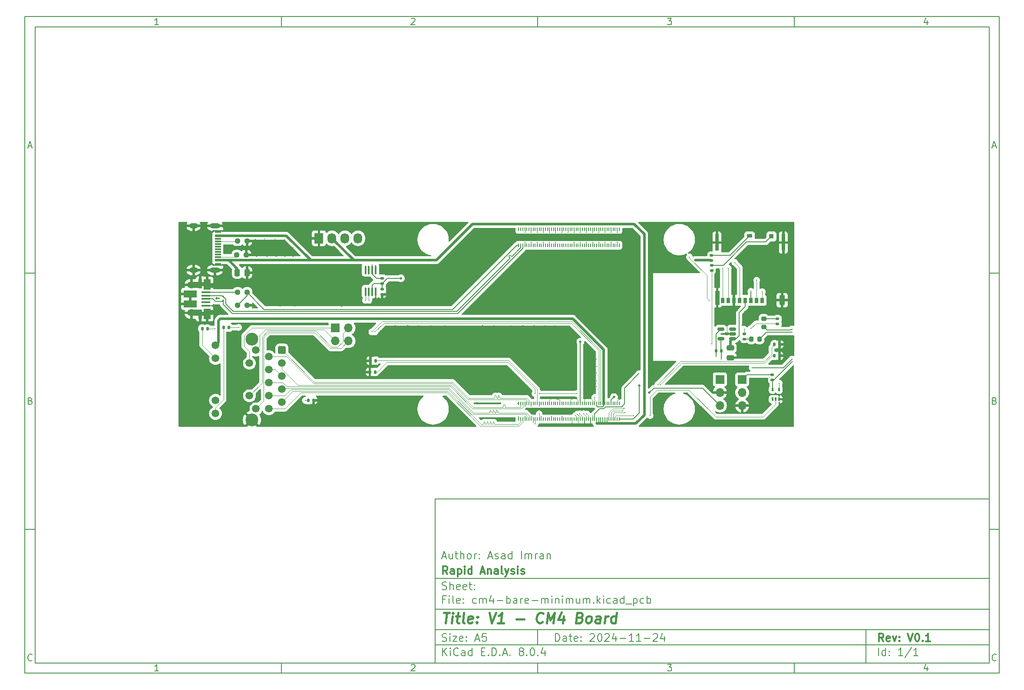
<source format=gbr>
%TF.GenerationSoftware,KiCad,Pcbnew,8.0.4*%
%TF.CreationDate,2024-11-24T10:16:15+11:00*%
%TF.ProjectId,cm4-bare-minimum,636d342d-6261-4726-952d-6d696e696d75,V0.1*%
%TF.SameCoordinates,Original*%
%TF.FileFunction,Copper,L1,Top*%
%TF.FilePolarity,Positive*%
%FSLAX46Y46*%
G04 Gerber Fmt 4.6, Leading zero omitted, Abs format (unit mm)*
G04 Created by KiCad (PCBNEW 8.0.4) date 2024-11-24 10:16:15*
%MOMM*%
%LPD*%
G01*
G04 APERTURE LIST*
G04 Aperture macros list*
%AMRoundRect*
0 Rectangle with rounded corners*
0 $1 Rounding radius*
0 $2 $3 $4 $5 $6 $7 $8 $9 X,Y pos of 4 corners*
0 Add a 4 corners polygon primitive as box body*
4,1,4,$2,$3,$4,$5,$6,$7,$8,$9,$2,$3,0*
0 Add four circle primitives for the rounded corners*
1,1,$1+$1,$2,$3*
1,1,$1+$1,$4,$5*
1,1,$1+$1,$6,$7*
1,1,$1+$1,$8,$9*
0 Add four rect primitives between the rounded corners*
20,1,$1+$1,$2,$3,$4,$5,0*
20,1,$1+$1,$4,$5,$6,$7,0*
20,1,$1+$1,$6,$7,$8,$9,0*
20,1,$1+$1,$8,$9,$2,$3,0*%
G04 Aperture macros list end*
%ADD10C,0.100000*%
%ADD11C,0.150000*%
%ADD12C,0.300000*%
%ADD13C,0.400000*%
%TA.AperFunction,SMDPad,CuDef*%
%ADD14RoundRect,0.135000X0.135000X0.185000X-0.135000X0.185000X-0.135000X-0.185000X0.135000X-0.185000X0*%
%TD*%
%TA.AperFunction,SMDPad,CuDef*%
%ADD15RoundRect,0.140000X-0.170000X0.140000X-0.170000X-0.140000X0.170000X-0.140000X0.170000X0.140000X0*%
%TD*%
%TA.AperFunction,SMDPad,CuDef*%
%ADD16RoundRect,0.237500X-0.250000X-0.237500X0.250000X-0.237500X0.250000X0.237500X-0.250000X0.237500X0*%
%TD*%
%TA.AperFunction,SMDPad,CuDef*%
%ADD17RoundRect,0.135000X-0.135000X-0.185000X0.135000X-0.185000X0.135000X0.185000X-0.135000X0.185000X0*%
%TD*%
%TA.AperFunction,SMDPad,CuDef*%
%ADD18RoundRect,0.140000X-0.140000X-0.170000X0.140000X-0.170000X0.140000X0.170000X-0.140000X0.170000X0*%
%TD*%
%TA.AperFunction,SMDPad,CuDef*%
%ADD19RoundRect,0.218750X-0.256250X0.218750X-0.256250X-0.218750X0.256250X-0.218750X0.256250X0.218750X0*%
%TD*%
%TA.AperFunction,SMDPad,CuDef*%
%ADD20RoundRect,0.135000X0.185000X-0.135000X0.185000X0.135000X-0.185000X0.135000X-0.185000X-0.135000X0*%
%TD*%
%TA.AperFunction,ComponentPad*%
%ADD21RoundRect,0.250500X-0.499500X0.499500X-0.499500X-0.499500X0.499500X-0.499500X0.499500X0.499500X0*%
%TD*%
%TA.AperFunction,ComponentPad*%
%ADD22C,1.500000*%
%TD*%
%TA.AperFunction,ComponentPad*%
%ADD23C,2.500000*%
%TD*%
%TA.AperFunction,SMDPad,CuDef*%
%ADD24RoundRect,0.135000X-0.185000X0.135000X-0.185000X-0.135000X0.185000X-0.135000X0.185000X0.135000X0*%
%TD*%
%TA.AperFunction,SMDPad,CuDef*%
%ADD25RoundRect,0.218750X-0.218750X-0.256250X0.218750X-0.256250X0.218750X0.256250X-0.218750X0.256250X0*%
%TD*%
%TA.AperFunction,ComponentPad*%
%ADD26R,1.730000X2.030000*%
%TD*%
%TA.AperFunction,ComponentPad*%
%ADD27O,1.730000X2.030000*%
%TD*%
%TA.AperFunction,ComponentPad*%
%ADD28R,1.700000X1.700000*%
%TD*%
%TA.AperFunction,ComponentPad*%
%ADD29O,1.700000X1.700000*%
%TD*%
%TA.AperFunction,SMDPad,CuDef*%
%ADD30RoundRect,0.100000X0.100000X-0.225000X0.100000X0.225000X-0.100000X0.225000X-0.100000X-0.225000X0*%
%TD*%
%TA.AperFunction,SMDPad,CuDef*%
%ADD31RoundRect,0.100000X0.100000X-0.712500X0.100000X0.712500X-0.100000X0.712500X-0.100000X-0.712500X0*%
%TD*%
%TA.AperFunction,SMDPad,CuDef*%
%ADD32R,1.150000X0.600000*%
%TD*%
%TA.AperFunction,SMDPad,CuDef*%
%ADD33R,1.150000X0.300000*%
%TD*%
%TA.AperFunction,ComponentPad*%
%ADD34O,2.100000X1.000000*%
%TD*%
%TA.AperFunction,ComponentPad*%
%ADD35O,1.800000X1.000000*%
%TD*%
%TA.AperFunction,SMDPad,CuDef*%
%ADD36R,0.700000X1.100000*%
%TD*%
%TA.AperFunction,SMDPad,CuDef*%
%ADD37R,0.900000X0.930000*%
%TD*%
%TA.AperFunction,SMDPad,CuDef*%
%ADD38R,1.050000X0.780000*%
%TD*%
%TA.AperFunction,SMDPad,CuDef*%
%ADD39R,0.700000X3.330000*%
%TD*%
%TA.AperFunction,SMDPad,CuDef*%
%ADD40R,1.140000X1.830000*%
%TD*%
%TA.AperFunction,SMDPad,CuDef*%
%ADD41R,0.860000X2.800000*%
%TD*%
%TA.AperFunction,SMDPad,CuDef*%
%ADD42RoundRect,0.250000X-0.250000X-0.475000X0.250000X-0.475000X0.250000X0.475000X-0.250000X0.475000X0*%
%TD*%
%TA.AperFunction,SMDPad,CuDef*%
%ADD43RoundRect,0.150000X0.512500X0.150000X-0.512500X0.150000X-0.512500X-0.150000X0.512500X-0.150000X0*%
%TD*%
%TA.AperFunction,SMDPad,CuDef*%
%ADD44R,0.200000X0.700000*%
%TD*%
%TA.AperFunction,SMDPad,CuDef*%
%ADD45RoundRect,0.250000X-0.475000X0.250000X-0.475000X-0.250000X0.475000X-0.250000X0.475000X0.250000X0*%
%TD*%
%TA.AperFunction,SMDPad,CuDef*%
%ADD46R,1.750000X0.400000*%
%TD*%
%TA.AperFunction,SMDPad,CuDef*%
%ADD47R,0.700000X1.825000*%
%TD*%
%TA.AperFunction,SMDPad,CuDef*%
%ADD48R,1.400000X2.000000*%
%TD*%
%TA.AperFunction,SMDPad,CuDef*%
%ADD49R,2.000000X1.300000*%
%TD*%
%TA.AperFunction,ComponentPad*%
%ADD50O,1.700000X1.300000*%
%TD*%
%TA.AperFunction,ComponentPad*%
%ADD51O,1.400000X1.000000*%
%TD*%
%TA.AperFunction,SMDPad,CuDef*%
%ADD52R,2.500000X1.425000*%
%TD*%
%TA.AperFunction,SMDPad,CuDef*%
%ADD53RoundRect,0.075000X0.075000X-0.075000X0.075000X0.075000X-0.075000X0.075000X-0.075000X-0.075000X0*%
%TD*%
%TA.AperFunction,ViaPad*%
%ADD54C,0.300000*%
%TD*%
%TA.AperFunction,ViaPad*%
%ADD55C,0.500000*%
%TD*%
%TA.AperFunction,Conductor*%
%ADD56C,0.100000*%
%TD*%
%TA.AperFunction,Conductor*%
%ADD57C,0.200000*%
%TD*%
%TA.AperFunction,Conductor*%
%ADD58C,0.500000*%
%TD*%
G04 APERTURE END LIST*
D10*
D11*
X90007200Y-104005800D02*
X198007200Y-104005800D01*
X198007200Y-136005800D01*
X90007200Y-136005800D01*
X90007200Y-104005800D01*
D10*
D11*
X10000000Y-10000000D02*
X200007200Y-10000000D01*
X200007200Y-138005800D01*
X10000000Y-138005800D01*
X10000000Y-10000000D01*
D10*
D11*
X12000000Y-12000000D02*
X198007200Y-12000000D01*
X198007200Y-136005800D01*
X12000000Y-136005800D01*
X12000000Y-12000000D01*
D10*
D11*
X60000000Y-12000000D02*
X60000000Y-10000000D01*
D10*
D11*
X110000000Y-12000000D02*
X110000000Y-10000000D01*
D10*
D11*
X160000000Y-12000000D02*
X160000000Y-10000000D01*
D10*
D11*
X36089160Y-11593604D02*
X35346303Y-11593604D01*
X35717731Y-11593604D02*
X35717731Y-10293604D01*
X35717731Y-10293604D02*
X35593922Y-10479319D01*
X35593922Y-10479319D02*
X35470112Y-10603128D01*
X35470112Y-10603128D02*
X35346303Y-10665033D01*
D10*
D11*
X85346303Y-10417414D02*
X85408207Y-10355509D01*
X85408207Y-10355509D02*
X85532017Y-10293604D01*
X85532017Y-10293604D02*
X85841541Y-10293604D01*
X85841541Y-10293604D02*
X85965350Y-10355509D01*
X85965350Y-10355509D02*
X86027255Y-10417414D01*
X86027255Y-10417414D02*
X86089160Y-10541223D01*
X86089160Y-10541223D02*
X86089160Y-10665033D01*
X86089160Y-10665033D02*
X86027255Y-10850747D01*
X86027255Y-10850747D02*
X85284398Y-11593604D01*
X85284398Y-11593604D02*
X86089160Y-11593604D01*
D10*
D11*
X135284398Y-10293604D02*
X136089160Y-10293604D01*
X136089160Y-10293604D02*
X135655826Y-10788842D01*
X135655826Y-10788842D02*
X135841541Y-10788842D01*
X135841541Y-10788842D02*
X135965350Y-10850747D01*
X135965350Y-10850747D02*
X136027255Y-10912652D01*
X136027255Y-10912652D02*
X136089160Y-11036461D01*
X136089160Y-11036461D02*
X136089160Y-11345985D01*
X136089160Y-11345985D02*
X136027255Y-11469795D01*
X136027255Y-11469795D02*
X135965350Y-11531700D01*
X135965350Y-11531700D02*
X135841541Y-11593604D01*
X135841541Y-11593604D02*
X135470112Y-11593604D01*
X135470112Y-11593604D02*
X135346303Y-11531700D01*
X135346303Y-11531700D02*
X135284398Y-11469795D01*
D10*
D11*
X185965350Y-10726938D02*
X185965350Y-11593604D01*
X185655826Y-10231700D02*
X185346303Y-11160271D01*
X185346303Y-11160271D02*
X186151064Y-11160271D01*
D10*
D11*
X60000000Y-136005800D02*
X60000000Y-138005800D01*
D10*
D11*
X110000000Y-136005800D02*
X110000000Y-138005800D01*
D10*
D11*
X160000000Y-136005800D02*
X160000000Y-138005800D01*
D10*
D11*
X36089160Y-137599404D02*
X35346303Y-137599404D01*
X35717731Y-137599404D02*
X35717731Y-136299404D01*
X35717731Y-136299404D02*
X35593922Y-136485119D01*
X35593922Y-136485119D02*
X35470112Y-136608928D01*
X35470112Y-136608928D02*
X35346303Y-136670833D01*
D10*
D11*
X85346303Y-136423214D02*
X85408207Y-136361309D01*
X85408207Y-136361309D02*
X85532017Y-136299404D01*
X85532017Y-136299404D02*
X85841541Y-136299404D01*
X85841541Y-136299404D02*
X85965350Y-136361309D01*
X85965350Y-136361309D02*
X86027255Y-136423214D01*
X86027255Y-136423214D02*
X86089160Y-136547023D01*
X86089160Y-136547023D02*
X86089160Y-136670833D01*
X86089160Y-136670833D02*
X86027255Y-136856547D01*
X86027255Y-136856547D02*
X85284398Y-137599404D01*
X85284398Y-137599404D02*
X86089160Y-137599404D01*
D10*
D11*
X135284398Y-136299404D02*
X136089160Y-136299404D01*
X136089160Y-136299404D02*
X135655826Y-136794642D01*
X135655826Y-136794642D02*
X135841541Y-136794642D01*
X135841541Y-136794642D02*
X135965350Y-136856547D01*
X135965350Y-136856547D02*
X136027255Y-136918452D01*
X136027255Y-136918452D02*
X136089160Y-137042261D01*
X136089160Y-137042261D02*
X136089160Y-137351785D01*
X136089160Y-137351785D02*
X136027255Y-137475595D01*
X136027255Y-137475595D02*
X135965350Y-137537500D01*
X135965350Y-137537500D02*
X135841541Y-137599404D01*
X135841541Y-137599404D02*
X135470112Y-137599404D01*
X135470112Y-137599404D02*
X135346303Y-137537500D01*
X135346303Y-137537500D02*
X135284398Y-137475595D01*
D10*
D11*
X185965350Y-136732738D02*
X185965350Y-137599404D01*
X185655826Y-136237500D02*
X185346303Y-137166071D01*
X185346303Y-137166071D02*
X186151064Y-137166071D01*
D10*
D11*
X10000000Y-60000000D02*
X12000000Y-60000000D01*
D10*
D11*
X10000000Y-110000000D02*
X12000000Y-110000000D01*
D10*
D11*
X10690476Y-35222176D02*
X11309523Y-35222176D01*
X10566666Y-35593604D02*
X10999999Y-34293604D01*
X10999999Y-34293604D02*
X11433333Y-35593604D01*
D10*
D11*
X11092857Y-84912652D02*
X11278571Y-84974557D01*
X11278571Y-84974557D02*
X11340476Y-85036461D01*
X11340476Y-85036461D02*
X11402380Y-85160271D01*
X11402380Y-85160271D02*
X11402380Y-85345985D01*
X11402380Y-85345985D02*
X11340476Y-85469795D01*
X11340476Y-85469795D02*
X11278571Y-85531700D01*
X11278571Y-85531700D02*
X11154761Y-85593604D01*
X11154761Y-85593604D02*
X10659523Y-85593604D01*
X10659523Y-85593604D02*
X10659523Y-84293604D01*
X10659523Y-84293604D02*
X11092857Y-84293604D01*
X11092857Y-84293604D02*
X11216666Y-84355509D01*
X11216666Y-84355509D02*
X11278571Y-84417414D01*
X11278571Y-84417414D02*
X11340476Y-84541223D01*
X11340476Y-84541223D02*
X11340476Y-84665033D01*
X11340476Y-84665033D02*
X11278571Y-84788842D01*
X11278571Y-84788842D02*
X11216666Y-84850747D01*
X11216666Y-84850747D02*
X11092857Y-84912652D01*
X11092857Y-84912652D02*
X10659523Y-84912652D01*
D10*
D11*
X11402380Y-135469795D02*
X11340476Y-135531700D01*
X11340476Y-135531700D02*
X11154761Y-135593604D01*
X11154761Y-135593604D02*
X11030952Y-135593604D01*
X11030952Y-135593604D02*
X10845238Y-135531700D01*
X10845238Y-135531700D02*
X10721428Y-135407890D01*
X10721428Y-135407890D02*
X10659523Y-135284080D01*
X10659523Y-135284080D02*
X10597619Y-135036461D01*
X10597619Y-135036461D02*
X10597619Y-134850747D01*
X10597619Y-134850747D02*
X10659523Y-134603128D01*
X10659523Y-134603128D02*
X10721428Y-134479319D01*
X10721428Y-134479319D02*
X10845238Y-134355509D01*
X10845238Y-134355509D02*
X11030952Y-134293604D01*
X11030952Y-134293604D02*
X11154761Y-134293604D01*
X11154761Y-134293604D02*
X11340476Y-134355509D01*
X11340476Y-134355509D02*
X11402380Y-134417414D01*
D10*
D11*
X200007200Y-60000000D02*
X198007200Y-60000000D01*
D10*
D11*
X200007200Y-110000000D02*
X198007200Y-110000000D01*
D10*
D11*
X198697676Y-35222176D02*
X199316723Y-35222176D01*
X198573866Y-35593604D02*
X199007199Y-34293604D01*
X199007199Y-34293604D02*
X199440533Y-35593604D01*
D10*
D11*
X199100057Y-84912652D02*
X199285771Y-84974557D01*
X199285771Y-84974557D02*
X199347676Y-85036461D01*
X199347676Y-85036461D02*
X199409580Y-85160271D01*
X199409580Y-85160271D02*
X199409580Y-85345985D01*
X199409580Y-85345985D02*
X199347676Y-85469795D01*
X199347676Y-85469795D02*
X199285771Y-85531700D01*
X199285771Y-85531700D02*
X199161961Y-85593604D01*
X199161961Y-85593604D02*
X198666723Y-85593604D01*
X198666723Y-85593604D02*
X198666723Y-84293604D01*
X198666723Y-84293604D02*
X199100057Y-84293604D01*
X199100057Y-84293604D02*
X199223866Y-84355509D01*
X199223866Y-84355509D02*
X199285771Y-84417414D01*
X199285771Y-84417414D02*
X199347676Y-84541223D01*
X199347676Y-84541223D02*
X199347676Y-84665033D01*
X199347676Y-84665033D02*
X199285771Y-84788842D01*
X199285771Y-84788842D02*
X199223866Y-84850747D01*
X199223866Y-84850747D02*
X199100057Y-84912652D01*
X199100057Y-84912652D02*
X198666723Y-84912652D01*
D10*
D11*
X199409580Y-135469795D02*
X199347676Y-135531700D01*
X199347676Y-135531700D02*
X199161961Y-135593604D01*
X199161961Y-135593604D02*
X199038152Y-135593604D01*
X199038152Y-135593604D02*
X198852438Y-135531700D01*
X198852438Y-135531700D02*
X198728628Y-135407890D01*
X198728628Y-135407890D02*
X198666723Y-135284080D01*
X198666723Y-135284080D02*
X198604819Y-135036461D01*
X198604819Y-135036461D02*
X198604819Y-134850747D01*
X198604819Y-134850747D02*
X198666723Y-134603128D01*
X198666723Y-134603128D02*
X198728628Y-134479319D01*
X198728628Y-134479319D02*
X198852438Y-134355509D01*
X198852438Y-134355509D02*
X199038152Y-134293604D01*
X199038152Y-134293604D02*
X199161961Y-134293604D01*
X199161961Y-134293604D02*
X199347676Y-134355509D01*
X199347676Y-134355509D02*
X199409580Y-134417414D01*
D10*
D11*
X113463026Y-131791928D02*
X113463026Y-130291928D01*
X113463026Y-130291928D02*
X113820169Y-130291928D01*
X113820169Y-130291928D02*
X114034455Y-130363357D01*
X114034455Y-130363357D02*
X114177312Y-130506214D01*
X114177312Y-130506214D02*
X114248741Y-130649071D01*
X114248741Y-130649071D02*
X114320169Y-130934785D01*
X114320169Y-130934785D02*
X114320169Y-131149071D01*
X114320169Y-131149071D02*
X114248741Y-131434785D01*
X114248741Y-131434785D02*
X114177312Y-131577642D01*
X114177312Y-131577642D02*
X114034455Y-131720500D01*
X114034455Y-131720500D02*
X113820169Y-131791928D01*
X113820169Y-131791928D02*
X113463026Y-131791928D01*
X115605884Y-131791928D02*
X115605884Y-131006214D01*
X115605884Y-131006214D02*
X115534455Y-130863357D01*
X115534455Y-130863357D02*
X115391598Y-130791928D01*
X115391598Y-130791928D02*
X115105884Y-130791928D01*
X115105884Y-130791928D02*
X114963026Y-130863357D01*
X115605884Y-131720500D02*
X115463026Y-131791928D01*
X115463026Y-131791928D02*
X115105884Y-131791928D01*
X115105884Y-131791928D02*
X114963026Y-131720500D01*
X114963026Y-131720500D02*
X114891598Y-131577642D01*
X114891598Y-131577642D02*
X114891598Y-131434785D01*
X114891598Y-131434785D02*
X114963026Y-131291928D01*
X114963026Y-131291928D02*
X115105884Y-131220500D01*
X115105884Y-131220500D02*
X115463026Y-131220500D01*
X115463026Y-131220500D02*
X115605884Y-131149071D01*
X116105884Y-130791928D02*
X116677312Y-130791928D01*
X116320169Y-130291928D02*
X116320169Y-131577642D01*
X116320169Y-131577642D02*
X116391598Y-131720500D01*
X116391598Y-131720500D02*
X116534455Y-131791928D01*
X116534455Y-131791928D02*
X116677312Y-131791928D01*
X117748741Y-131720500D02*
X117605884Y-131791928D01*
X117605884Y-131791928D02*
X117320170Y-131791928D01*
X117320170Y-131791928D02*
X117177312Y-131720500D01*
X117177312Y-131720500D02*
X117105884Y-131577642D01*
X117105884Y-131577642D02*
X117105884Y-131006214D01*
X117105884Y-131006214D02*
X117177312Y-130863357D01*
X117177312Y-130863357D02*
X117320170Y-130791928D01*
X117320170Y-130791928D02*
X117605884Y-130791928D01*
X117605884Y-130791928D02*
X117748741Y-130863357D01*
X117748741Y-130863357D02*
X117820170Y-131006214D01*
X117820170Y-131006214D02*
X117820170Y-131149071D01*
X117820170Y-131149071D02*
X117105884Y-131291928D01*
X118463026Y-131649071D02*
X118534455Y-131720500D01*
X118534455Y-131720500D02*
X118463026Y-131791928D01*
X118463026Y-131791928D02*
X118391598Y-131720500D01*
X118391598Y-131720500D02*
X118463026Y-131649071D01*
X118463026Y-131649071D02*
X118463026Y-131791928D01*
X118463026Y-130863357D02*
X118534455Y-130934785D01*
X118534455Y-130934785D02*
X118463026Y-131006214D01*
X118463026Y-131006214D02*
X118391598Y-130934785D01*
X118391598Y-130934785D02*
X118463026Y-130863357D01*
X118463026Y-130863357D02*
X118463026Y-131006214D01*
X120248741Y-130434785D02*
X120320169Y-130363357D01*
X120320169Y-130363357D02*
X120463027Y-130291928D01*
X120463027Y-130291928D02*
X120820169Y-130291928D01*
X120820169Y-130291928D02*
X120963027Y-130363357D01*
X120963027Y-130363357D02*
X121034455Y-130434785D01*
X121034455Y-130434785D02*
X121105884Y-130577642D01*
X121105884Y-130577642D02*
X121105884Y-130720500D01*
X121105884Y-130720500D02*
X121034455Y-130934785D01*
X121034455Y-130934785D02*
X120177312Y-131791928D01*
X120177312Y-131791928D02*
X121105884Y-131791928D01*
X122034455Y-130291928D02*
X122177312Y-130291928D01*
X122177312Y-130291928D02*
X122320169Y-130363357D01*
X122320169Y-130363357D02*
X122391598Y-130434785D01*
X122391598Y-130434785D02*
X122463026Y-130577642D01*
X122463026Y-130577642D02*
X122534455Y-130863357D01*
X122534455Y-130863357D02*
X122534455Y-131220500D01*
X122534455Y-131220500D02*
X122463026Y-131506214D01*
X122463026Y-131506214D02*
X122391598Y-131649071D01*
X122391598Y-131649071D02*
X122320169Y-131720500D01*
X122320169Y-131720500D02*
X122177312Y-131791928D01*
X122177312Y-131791928D02*
X122034455Y-131791928D01*
X122034455Y-131791928D02*
X121891598Y-131720500D01*
X121891598Y-131720500D02*
X121820169Y-131649071D01*
X121820169Y-131649071D02*
X121748740Y-131506214D01*
X121748740Y-131506214D02*
X121677312Y-131220500D01*
X121677312Y-131220500D02*
X121677312Y-130863357D01*
X121677312Y-130863357D02*
X121748740Y-130577642D01*
X121748740Y-130577642D02*
X121820169Y-130434785D01*
X121820169Y-130434785D02*
X121891598Y-130363357D01*
X121891598Y-130363357D02*
X122034455Y-130291928D01*
X123105883Y-130434785D02*
X123177311Y-130363357D01*
X123177311Y-130363357D02*
X123320169Y-130291928D01*
X123320169Y-130291928D02*
X123677311Y-130291928D01*
X123677311Y-130291928D02*
X123820169Y-130363357D01*
X123820169Y-130363357D02*
X123891597Y-130434785D01*
X123891597Y-130434785D02*
X123963026Y-130577642D01*
X123963026Y-130577642D02*
X123963026Y-130720500D01*
X123963026Y-130720500D02*
X123891597Y-130934785D01*
X123891597Y-130934785D02*
X123034454Y-131791928D01*
X123034454Y-131791928D02*
X123963026Y-131791928D01*
X125248740Y-130791928D02*
X125248740Y-131791928D01*
X124891597Y-130220500D02*
X124534454Y-131291928D01*
X124534454Y-131291928D02*
X125463025Y-131291928D01*
X126034453Y-131220500D02*
X127177311Y-131220500D01*
X128677311Y-131791928D02*
X127820168Y-131791928D01*
X128248739Y-131791928D02*
X128248739Y-130291928D01*
X128248739Y-130291928D02*
X128105882Y-130506214D01*
X128105882Y-130506214D02*
X127963025Y-130649071D01*
X127963025Y-130649071D02*
X127820168Y-130720500D01*
X130105882Y-131791928D02*
X129248739Y-131791928D01*
X129677310Y-131791928D02*
X129677310Y-130291928D01*
X129677310Y-130291928D02*
X129534453Y-130506214D01*
X129534453Y-130506214D02*
X129391596Y-130649071D01*
X129391596Y-130649071D02*
X129248739Y-130720500D01*
X130748738Y-131220500D02*
X131891596Y-131220500D01*
X132534453Y-130434785D02*
X132605881Y-130363357D01*
X132605881Y-130363357D02*
X132748739Y-130291928D01*
X132748739Y-130291928D02*
X133105881Y-130291928D01*
X133105881Y-130291928D02*
X133248739Y-130363357D01*
X133248739Y-130363357D02*
X133320167Y-130434785D01*
X133320167Y-130434785D02*
X133391596Y-130577642D01*
X133391596Y-130577642D02*
X133391596Y-130720500D01*
X133391596Y-130720500D02*
X133320167Y-130934785D01*
X133320167Y-130934785D02*
X132463024Y-131791928D01*
X132463024Y-131791928D02*
X133391596Y-131791928D01*
X134677310Y-130791928D02*
X134677310Y-131791928D01*
X134320167Y-130220500D02*
X133963024Y-131291928D01*
X133963024Y-131291928D02*
X134891595Y-131291928D01*
D10*
D11*
X90007200Y-132505800D02*
X198007200Y-132505800D01*
D10*
D11*
X91463026Y-134591928D02*
X91463026Y-133091928D01*
X92320169Y-134591928D02*
X91677312Y-133734785D01*
X92320169Y-133091928D02*
X91463026Y-133949071D01*
X92963026Y-134591928D02*
X92963026Y-133591928D01*
X92963026Y-133091928D02*
X92891598Y-133163357D01*
X92891598Y-133163357D02*
X92963026Y-133234785D01*
X92963026Y-133234785D02*
X93034455Y-133163357D01*
X93034455Y-133163357D02*
X92963026Y-133091928D01*
X92963026Y-133091928D02*
X92963026Y-133234785D01*
X94534455Y-134449071D02*
X94463027Y-134520500D01*
X94463027Y-134520500D02*
X94248741Y-134591928D01*
X94248741Y-134591928D02*
X94105884Y-134591928D01*
X94105884Y-134591928D02*
X93891598Y-134520500D01*
X93891598Y-134520500D02*
X93748741Y-134377642D01*
X93748741Y-134377642D02*
X93677312Y-134234785D01*
X93677312Y-134234785D02*
X93605884Y-133949071D01*
X93605884Y-133949071D02*
X93605884Y-133734785D01*
X93605884Y-133734785D02*
X93677312Y-133449071D01*
X93677312Y-133449071D02*
X93748741Y-133306214D01*
X93748741Y-133306214D02*
X93891598Y-133163357D01*
X93891598Y-133163357D02*
X94105884Y-133091928D01*
X94105884Y-133091928D02*
X94248741Y-133091928D01*
X94248741Y-133091928D02*
X94463027Y-133163357D01*
X94463027Y-133163357D02*
X94534455Y-133234785D01*
X95820170Y-134591928D02*
X95820170Y-133806214D01*
X95820170Y-133806214D02*
X95748741Y-133663357D01*
X95748741Y-133663357D02*
X95605884Y-133591928D01*
X95605884Y-133591928D02*
X95320170Y-133591928D01*
X95320170Y-133591928D02*
X95177312Y-133663357D01*
X95820170Y-134520500D02*
X95677312Y-134591928D01*
X95677312Y-134591928D02*
X95320170Y-134591928D01*
X95320170Y-134591928D02*
X95177312Y-134520500D01*
X95177312Y-134520500D02*
X95105884Y-134377642D01*
X95105884Y-134377642D02*
X95105884Y-134234785D01*
X95105884Y-134234785D02*
X95177312Y-134091928D01*
X95177312Y-134091928D02*
X95320170Y-134020500D01*
X95320170Y-134020500D02*
X95677312Y-134020500D01*
X95677312Y-134020500D02*
X95820170Y-133949071D01*
X97177313Y-134591928D02*
X97177313Y-133091928D01*
X97177313Y-134520500D02*
X97034455Y-134591928D01*
X97034455Y-134591928D02*
X96748741Y-134591928D01*
X96748741Y-134591928D02*
X96605884Y-134520500D01*
X96605884Y-134520500D02*
X96534455Y-134449071D01*
X96534455Y-134449071D02*
X96463027Y-134306214D01*
X96463027Y-134306214D02*
X96463027Y-133877642D01*
X96463027Y-133877642D02*
X96534455Y-133734785D01*
X96534455Y-133734785D02*
X96605884Y-133663357D01*
X96605884Y-133663357D02*
X96748741Y-133591928D01*
X96748741Y-133591928D02*
X97034455Y-133591928D01*
X97034455Y-133591928D02*
X97177313Y-133663357D01*
X99034455Y-133806214D02*
X99534455Y-133806214D01*
X99748741Y-134591928D02*
X99034455Y-134591928D01*
X99034455Y-134591928D02*
X99034455Y-133091928D01*
X99034455Y-133091928D02*
X99748741Y-133091928D01*
X100391598Y-134449071D02*
X100463027Y-134520500D01*
X100463027Y-134520500D02*
X100391598Y-134591928D01*
X100391598Y-134591928D02*
X100320170Y-134520500D01*
X100320170Y-134520500D02*
X100391598Y-134449071D01*
X100391598Y-134449071D02*
X100391598Y-134591928D01*
X101105884Y-134591928D02*
X101105884Y-133091928D01*
X101105884Y-133091928D02*
X101463027Y-133091928D01*
X101463027Y-133091928D02*
X101677313Y-133163357D01*
X101677313Y-133163357D02*
X101820170Y-133306214D01*
X101820170Y-133306214D02*
X101891599Y-133449071D01*
X101891599Y-133449071D02*
X101963027Y-133734785D01*
X101963027Y-133734785D02*
X101963027Y-133949071D01*
X101963027Y-133949071D02*
X101891599Y-134234785D01*
X101891599Y-134234785D02*
X101820170Y-134377642D01*
X101820170Y-134377642D02*
X101677313Y-134520500D01*
X101677313Y-134520500D02*
X101463027Y-134591928D01*
X101463027Y-134591928D02*
X101105884Y-134591928D01*
X102605884Y-134449071D02*
X102677313Y-134520500D01*
X102677313Y-134520500D02*
X102605884Y-134591928D01*
X102605884Y-134591928D02*
X102534456Y-134520500D01*
X102534456Y-134520500D02*
X102605884Y-134449071D01*
X102605884Y-134449071D02*
X102605884Y-134591928D01*
X103248742Y-134163357D02*
X103963028Y-134163357D01*
X103105885Y-134591928D02*
X103605885Y-133091928D01*
X103605885Y-133091928D02*
X104105885Y-134591928D01*
X104605884Y-134449071D02*
X104677313Y-134520500D01*
X104677313Y-134520500D02*
X104605884Y-134591928D01*
X104605884Y-134591928D02*
X104534456Y-134520500D01*
X104534456Y-134520500D02*
X104605884Y-134449071D01*
X104605884Y-134449071D02*
X104605884Y-134591928D01*
X106677313Y-133734785D02*
X106534456Y-133663357D01*
X106534456Y-133663357D02*
X106463027Y-133591928D01*
X106463027Y-133591928D02*
X106391599Y-133449071D01*
X106391599Y-133449071D02*
X106391599Y-133377642D01*
X106391599Y-133377642D02*
X106463027Y-133234785D01*
X106463027Y-133234785D02*
X106534456Y-133163357D01*
X106534456Y-133163357D02*
X106677313Y-133091928D01*
X106677313Y-133091928D02*
X106963027Y-133091928D01*
X106963027Y-133091928D02*
X107105885Y-133163357D01*
X107105885Y-133163357D02*
X107177313Y-133234785D01*
X107177313Y-133234785D02*
X107248742Y-133377642D01*
X107248742Y-133377642D02*
X107248742Y-133449071D01*
X107248742Y-133449071D02*
X107177313Y-133591928D01*
X107177313Y-133591928D02*
X107105885Y-133663357D01*
X107105885Y-133663357D02*
X106963027Y-133734785D01*
X106963027Y-133734785D02*
X106677313Y-133734785D01*
X106677313Y-133734785D02*
X106534456Y-133806214D01*
X106534456Y-133806214D02*
X106463027Y-133877642D01*
X106463027Y-133877642D02*
X106391599Y-134020500D01*
X106391599Y-134020500D02*
X106391599Y-134306214D01*
X106391599Y-134306214D02*
X106463027Y-134449071D01*
X106463027Y-134449071D02*
X106534456Y-134520500D01*
X106534456Y-134520500D02*
X106677313Y-134591928D01*
X106677313Y-134591928D02*
X106963027Y-134591928D01*
X106963027Y-134591928D02*
X107105885Y-134520500D01*
X107105885Y-134520500D02*
X107177313Y-134449071D01*
X107177313Y-134449071D02*
X107248742Y-134306214D01*
X107248742Y-134306214D02*
X107248742Y-134020500D01*
X107248742Y-134020500D02*
X107177313Y-133877642D01*
X107177313Y-133877642D02*
X107105885Y-133806214D01*
X107105885Y-133806214D02*
X106963027Y-133734785D01*
X107891598Y-134449071D02*
X107963027Y-134520500D01*
X107963027Y-134520500D02*
X107891598Y-134591928D01*
X107891598Y-134591928D02*
X107820170Y-134520500D01*
X107820170Y-134520500D02*
X107891598Y-134449071D01*
X107891598Y-134449071D02*
X107891598Y-134591928D01*
X108891599Y-133091928D02*
X109034456Y-133091928D01*
X109034456Y-133091928D02*
X109177313Y-133163357D01*
X109177313Y-133163357D02*
X109248742Y-133234785D01*
X109248742Y-133234785D02*
X109320170Y-133377642D01*
X109320170Y-133377642D02*
X109391599Y-133663357D01*
X109391599Y-133663357D02*
X109391599Y-134020500D01*
X109391599Y-134020500D02*
X109320170Y-134306214D01*
X109320170Y-134306214D02*
X109248742Y-134449071D01*
X109248742Y-134449071D02*
X109177313Y-134520500D01*
X109177313Y-134520500D02*
X109034456Y-134591928D01*
X109034456Y-134591928D02*
X108891599Y-134591928D01*
X108891599Y-134591928D02*
X108748742Y-134520500D01*
X108748742Y-134520500D02*
X108677313Y-134449071D01*
X108677313Y-134449071D02*
X108605884Y-134306214D01*
X108605884Y-134306214D02*
X108534456Y-134020500D01*
X108534456Y-134020500D02*
X108534456Y-133663357D01*
X108534456Y-133663357D02*
X108605884Y-133377642D01*
X108605884Y-133377642D02*
X108677313Y-133234785D01*
X108677313Y-133234785D02*
X108748742Y-133163357D01*
X108748742Y-133163357D02*
X108891599Y-133091928D01*
X110034455Y-134449071D02*
X110105884Y-134520500D01*
X110105884Y-134520500D02*
X110034455Y-134591928D01*
X110034455Y-134591928D02*
X109963027Y-134520500D01*
X109963027Y-134520500D02*
X110034455Y-134449071D01*
X110034455Y-134449071D02*
X110034455Y-134591928D01*
X111391599Y-133591928D02*
X111391599Y-134591928D01*
X111034456Y-133020500D02*
X110677313Y-134091928D01*
X110677313Y-134091928D02*
X111605884Y-134091928D01*
D10*
D11*
X90007200Y-129505800D02*
X198007200Y-129505800D01*
D10*
D12*
X177418853Y-131784128D02*
X176918853Y-131069842D01*
X176561710Y-131784128D02*
X176561710Y-130284128D01*
X176561710Y-130284128D02*
X177133139Y-130284128D01*
X177133139Y-130284128D02*
X177275996Y-130355557D01*
X177275996Y-130355557D02*
X177347425Y-130426985D01*
X177347425Y-130426985D02*
X177418853Y-130569842D01*
X177418853Y-130569842D02*
X177418853Y-130784128D01*
X177418853Y-130784128D02*
X177347425Y-130926985D01*
X177347425Y-130926985D02*
X177275996Y-130998414D01*
X177275996Y-130998414D02*
X177133139Y-131069842D01*
X177133139Y-131069842D02*
X176561710Y-131069842D01*
X178633139Y-131712700D02*
X178490282Y-131784128D01*
X178490282Y-131784128D02*
X178204568Y-131784128D01*
X178204568Y-131784128D02*
X178061710Y-131712700D01*
X178061710Y-131712700D02*
X177990282Y-131569842D01*
X177990282Y-131569842D02*
X177990282Y-130998414D01*
X177990282Y-130998414D02*
X178061710Y-130855557D01*
X178061710Y-130855557D02*
X178204568Y-130784128D01*
X178204568Y-130784128D02*
X178490282Y-130784128D01*
X178490282Y-130784128D02*
X178633139Y-130855557D01*
X178633139Y-130855557D02*
X178704568Y-130998414D01*
X178704568Y-130998414D02*
X178704568Y-131141271D01*
X178704568Y-131141271D02*
X177990282Y-131284128D01*
X179204567Y-130784128D02*
X179561710Y-131784128D01*
X179561710Y-131784128D02*
X179918853Y-130784128D01*
X180490281Y-131641271D02*
X180561710Y-131712700D01*
X180561710Y-131712700D02*
X180490281Y-131784128D01*
X180490281Y-131784128D02*
X180418853Y-131712700D01*
X180418853Y-131712700D02*
X180490281Y-131641271D01*
X180490281Y-131641271D02*
X180490281Y-131784128D01*
X180490281Y-130855557D02*
X180561710Y-130926985D01*
X180561710Y-130926985D02*
X180490281Y-130998414D01*
X180490281Y-130998414D02*
X180418853Y-130926985D01*
X180418853Y-130926985D02*
X180490281Y-130855557D01*
X180490281Y-130855557D02*
X180490281Y-130998414D01*
X182133139Y-130284128D02*
X182633139Y-131784128D01*
X182633139Y-131784128D02*
X183133139Y-130284128D01*
X183918853Y-130284128D02*
X184061710Y-130284128D01*
X184061710Y-130284128D02*
X184204567Y-130355557D01*
X184204567Y-130355557D02*
X184275996Y-130426985D01*
X184275996Y-130426985D02*
X184347424Y-130569842D01*
X184347424Y-130569842D02*
X184418853Y-130855557D01*
X184418853Y-130855557D02*
X184418853Y-131212700D01*
X184418853Y-131212700D02*
X184347424Y-131498414D01*
X184347424Y-131498414D02*
X184275996Y-131641271D01*
X184275996Y-131641271D02*
X184204567Y-131712700D01*
X184204567Y-131712700D02*
X184061710Y-131784128D01*
X184061710Y-131784128D02*
X183918853Y-131784128D01*
X183918853Y-131784128D02*
X183775996Y-131712700D01*
X183775996Y-131712700D02*
X183704567Y-131641271D01*
X183704567Y-131641271D02*
X183633138Y-131498414D01*
X183633138Y-131498414D02*
X183561710Y-131212700D01*
X183561710Y-131212700D02*
X183561710Y-130855557D01*
X183561710Y-130855557D02*
X183633138Y-130569842D01*
X183633138Y-130569842D02*
X183704567Y-130426985D01*
X183704567Y-130426985D02*
X183775996Y-130355557D01*
X183775996Y-130355557D02*
X183918853Y-130284128D01*
X185061709Y-131641271D02*
X185133138Y-131712700D01*
X185133138Y-131712700D02*
X185061709Y-131784128D01*
X185061709Y-131784128D02*
X184990281Y-131712700D01*
X184990281Y-131712700D02*
X185061709Y-131641271D01*
X185061709Y-131641271D02*
X185061709Y-131784128D01*
X186561710Y-131784128D02*
X185704567Y-131784128D01*
X186133138Y-131784128D02*
X186133138Y-130284128D01*
X186133138Y-130284128D02*
X185990281Y-130498414D01*
X185990281Y-130498414D02*
X185847424Y-130641271D01*
X185847424Y-130641271D02*
X185704567Y-130712700D01*
D10*
D11*
X91391598Y-131720500D02*
X91605884Y-131791928D01*
X91605884Y-131791928D02*
X91963026Y-131791928D01*
X91963026Y-131791928D02*
X92105884Y-131720500D01*
X92105884Y-131720500D02*
X92177312Y-131649071D01*
X92177312Y-131649071D02*
X92248741Y-131506214D01*
X92248741Y-131506214D02*
X92248741Y-131363357D01*
X92248741Y-131363357D02*
X92177312Y-131220500D01*
X92177312Y-131220500D02*
X92105884Y-131149071D01*
X92105884Y-131149071D02*
X91963026Y-131077642D01*
X91963026Y-131077642D02*
X91677312Y-131006214D01*
X91677312Y-131006214D02*
X91534455Y-130934785D01*
X91534455Y-130934785D02*
X91463026Y-130863357D01*
X91463026Y-130863357D02*
X91391598Y-130720500D01*
X91391598Y-130720500D02*
X91391598Y-130577642D01*
X91391598Y-130577642D02*
X91463026Y-130434785D01*
X91463026Y-130434785D02*
X91534455Y-130363357D01*
X91534455Y-130363357D02*
X91677312Y-130291928D01*
X91677312Y-130291928D02*
X92034455Y-130291928D01*
X92034455Y-130291928D02*
X92248741Y-130363357D01*
X92891597Y-131791928D02*
X92891597Y-130791928D01*
X92891597Y-130291928D02*
X92820169Y-130363357D01*
X92820169Y-130363357D02*
X92891597Y-130434785D01*
X92891597Y-130434785D02*
X92963026Y-130363357D01*
X92963026Y-130363357D02*
X92891597Y-130291928D01*
X92891597Y-130291928D02*
X92891597Y-130434785D01*
X93463026Y-130791928D02*
X94248741Y-130791928D01*
X94248741Y-130791928D02*
X93463026Y-131791928D01*
X93463026Y-131791928D02*
X94248741Y-131791928D01*
X95391598Y-131720500D02*
X95248741Y-131791928D01*
X95248741Y-131791928D02*
X94963027Y-131791928D01*
X94963027Y-131791928D02*
X94820169Y-131720500D01*
X94820169Y-131720500D02*
X94748741Y-131577642D01*
X94748741Y-131577642D02*
X94748741Y-131006214D01*
X94748741Y-131006214D02*
X94820169Y-130863357D01*
X94820169Y-130863357D02*
X94963027Y-130791928D01*
X94963027Y-130791928D02*
X95248741Y-130791928D01*
X95248741Y-130791928D02*
X95391598Y-130863357D01*
X95391598Y-130863357D02*
X95463027Y-131006214D01*
X95463027Y-131006214D02*
X95463027Y-131149071D01*
X95463027Y-131149071D02*
X94748741Y-131291928D01*
X96105883Y-131649071D02*
X96177312Y-131720500D01*
X96177312Y-131720500D02*
X96105883Y-131791928D01*
X96105883Y-131791928D02*
X96034455Y-131720500D01*
X96034455Y-131720500D02*
X96105883Y-131649071D01*
X96105883Y-131649071D02*
X96105883Y-131791928D01*
X96105883Y-130863357D02*
X96177312Y-130934785D01*
X96177312Y-130934785D02*
X96105883Y-131006214D01*
X96105883Y-131006214D02*
X96034455Y-130934785D01*
X96034455Y-130934785D02*
X96105883Y-130863357D01*
X96105883Y-130863357D02*
X96105883Y-131006214D01*
X97891598Y-131363357D02*
X98605884Y-131363357D01*
X97748741Y-131791928D02*
X98248741Y-130291928D01*
X98248741Y-130291928D02*
X98748741Y-131791928D01*
X99963026Y-130291928D02*
X99248740Y-130291928D01*
X99248740Y-130291928D02*
X99177312Y-131006214D01*
X99177312Y-131006214D02*
X99248740Y-130934785D01*
X99248740Y-130934785D02*
X99391598Y-130863357D01*
X99391598Y-130863357D02*
X99748740Y-130863357D01*
X99748740Y-130863357D02*
X99891598Y-130934785D01*
X99891598Y-130934785D02*
X99963026Y-131006214D01*
X99963026Y-131006214D02*
X100034455Y-131149071D01*
X100034455Y-131149071D02*
X100034455Y-131506214D01*
X100034455Y-131506214D02*
X99963026Y-131649071D01*
X99963026Y-131649071D02*
X99891598Y-131720500D01*
X99891598Y-131720500D02*
X99748740Y-131791928D01*
X99748740Y-131791928D02*
X99391598Y-131791928D01*
X99391598Y-131791928D02*
X99248740Y-131720500D01*
X99248740Y-131720500D02*
X99177312Y-131649071D01*
D10*
D11*
X176463026Y-134591928D02*
X176463026Y-133091928D01*
X177820170Y-134591928D02*
X177820170Y-133091928D01*
X177820170Y-134520500D02*
X177677312Y-134591928D01*
X177677312Y-134591928D02*
X177391598Y-134591928D01*
X177391598Y-134591928D02*
X177248741Y-134520500D01*
X177248741Y-134520500D02*
X177177312Y-134449071D01*
X177177312Y-134449071D02*
X177105884Y-134306214D01*
X177105884Y-134306214D02*
X177105884Y-133877642D01*
X177105884Y-133877642D02*
X177177312Y-133734785D01*
X177177312Y-133734785D02*
X177248741Y-133663357D01*
X177248741Y-133663357D02*
X177391598Y-133591928D01*
X177391598Y-133591928D02*
X177677312Y-133591928D01*
X177677312Y-133591928D02*
X177820170Y-133663357D01*
X178534455Y-134449071D02*
X178605884Y-134520500D01*
X178605884Y-134520500D02*
X178534455Y-134591928D01*
X178534455Y-134591928D02*
X178463027Y-134520500D01*
X178463027Y-134520500D02*
X178534455Y-134449071D01*
X178534455Y-134449071D02*
X178534455Y-134591928D01*
X178534455Y-133663357D02*
X178605884Y-133734785D01*
X178605884Y-133734785D02*
X178534455Y-133806214D01*
X178534455Y-133806214D02*
X178463027Y-133734785D01*
X178463027Y-133734785D02*
X178534455Y-133663357D01*
X178534455Y-133663357D02*
X178534455Y-133806214D01*
X181177313Y-134591928D02*
X180320170Y-134591928D01*
X180748741Y-134591928D02*
X180748741Y-133091928D01*
X180748741Y-133091928D02*
X180605884Y-133306214D01*
X180605884Y-133306214D02*
X180463027Y-133449071D01*
X180463027Y-133449071D02*
X180320170Y-133520500D01*
X182891598Y-133020500D02*
X181605884Y-134949071D01*
X184177313Y-134591928D02*
X183320170Y-134591928D01*
X183748741Y-134591928D02*
X183748741Y-133091928D01*
X183748741Y-133091928D02*
X183605884Y-133306214D01*
X183605884Y-133306214D02*
X183463027Y-133449071D01*
X183463027Y-133449071D02*
X183320170Y-133520500D01*
D10*
D11*
X90007200Y-125505800D02*
X198007200Y-125505800D01*
D10*
D13*
X91698928Y-126210238D02*
X92841785Y-126210238D01*
X92020357Y-128210238D02*
X92270357Y-126210238D01*
X93258452Y-128210238D02*
X93425119Y-126876904D01*
X93508452Y-126210238D02*
X93401309Y-126305476D01*
X93401309Y-126305476D02*
X93484643Y-126400714D01*
X93484643Y-126400714D02*
X93591786Y-126305476D01*
X93591786Y-126305476D02*
X93508452Y-126210238D01*
X93508452Y-126210238D02*
X93484643Y-126400714D01*
X94091786Y-126876904D02*
X94853690Y-126876904D01*
X94460833Y-126210238D02*
X94246548Y-127924523D01*
X94246548Y-127924523D02*
X94317976Y-128115000D01*
X94317976Y-128115000D02*
X94496548Y-128210238D01*
X94496548Y-128210238D02*
X94687024Y-128210238D01*
X95639405Y-128210238D02*
X95460833Y-128115000D01*
X95460833Y-128115000D02*
X95389405Y-127924523D01*
X95389405Y-127924523D02*
X95603690Y-126210238D01*
X97175119Y-128115000D02*
X96972738Y-128210238D01*
X96972738Y-128210238D02*
X96591785Y-128210238D01*
X96591785Y-128210238D02*
X96413214Y-128115000D01*
X96413214Y-128115000D02*
X96341785Y-127924523D01*
X96341785Y-127924523D02*
X96437024Y-127162619D01*
X96437024Y-127162619D02*
X96556071Y-126972142D01*
X96556071Y-126972142D02*
X96758452Y-126876904D01*
X96758452Y-126876904D02*
X97139404Y-126876904D01*
X97139404Y-126876904D02*
X97317976Y-126972142D01*
X97317976Y-126972142D02*
X97389404Y-127162619D01*
X97389404Y-127162619D02*
X97365595Y-127353095D01*
X97365595Y-127353095D02*
X96389404Y-127543571D01*
X98139405Y-128019761D02*
X98222738Y-128115000D01*
X98222738Y-128115000D02*
X98115595Y-128210238D01*
X98115595Y-128210238D02*
X98032262Y-128115000D01*
X98032262Y-128115000D02*
X98139405Y-128019761D01*
X98139405Y-128019761D02*
X98115595Y-128210238D01*
X98270357Y-126972142D02*
X98353690Y-127067380D01*
X98353690Y-127067380D02*
X98246548Y-127162619D01*
X98246548Y-127162619D02*
X98163214Y-127067380D01*
X98163214Y-127067380D02*
X98270357Y-126972142D01*
X98270357Y-126972142D02*
X98246548Y-127162619D01*
X100556072Y-126210238D02*
X100972739Y-128210238D01*
X100972739Y-128210238D02*
X101889405Y-126210238D01*
X103353691Y-128210238D02*
X102210834Y-128210238D01*
X102782263Y-128210238D02*
X103032263Y-126210238D01*
X103032263Y-126210238D02*
X102806072Y-126495952D01*
X102806072Y-126495952D02*
X102591787Y-126686428D01*
X102591787Y-126686428D02*
X102389406Y-126781666D01*
X105829882Y-127448333D02*
X107353692Y-127448333D01*
X110901311Y-128019761D02*
X110794168Y-128115000D01*
X110794168Y-128115000D02*
X110496549Y-128210238D01*
X110496549Y-128210238D02*
X110306073Y-128210238D01*
X110306073Y-128210238D02*
X110032263Y-128115000D01*
X110032263Y-128115000D02*
X109865597Y-127924523D01*
X109865597Y-127924523D02*
X109794168Y-127734047D01*
X109794168Y-127734047D02*
X109746549Y-127353095D01*
X109746549Y-127353095D02*
X109782263Y-127067380D01*
X109782263Y-127067380D02*
X109925120Y-126686428D01*
X109925120Y-126686428D02*
X110044168Y-126495952D01*
X110044168Y-126495952D02*
X110258454Y-126305476D01*
X110258454Y-126305476D02*
X110556073Y-126210238D01*
X110556073Y-126210238D02*
X110746549Y-126210238D01*
X110746549Y-126210238D02*
X111020359Y-126305476D01*
X111020359Y-126305476D02*
X111103692Y-126400714D01*
X111734644Y-128210238D02*
X111984644Y-126210238D01*
X111984644Y-126210238D02*
X112472739Y-127638809D01*
X112472739Y-127638809D02*
X113317978Y-126210238D01*
X113317978Y-126210238D02*
X113067978Y-128210238D01*
X115044168Y-126876904D02*
X114877501Y-128210238D01*
X114663215Y-126115000D02*
X114008453Y-127543571D01*
X114008453Y-127543571D02*
X115246549Y-127543571D01*
X118246549Y-127162619D02*
X118520359Y-127257857D01*
X118520359Y-127257857D02*
X118603692Y-127353095D01*
X118603692Y-127353095D02*
X118675121Y-127543571D01*
X118675121Y-127543571D02*
X118639406Y-127829285D01*
X118639406Y-127829285D02*
X118520359Y-128019761D01*
X118520359Y-128019761D02*
X118413216Y-128115000D01*
X118413216Y-128115000D02*
X118210835Y-128210238D01*
X118210835Y-128210238D02*
X117448930Y-128210238D01*
X117448930Y-128210238D02*
X117698930Y-126210238D01*
X117698930Y-126210238D02*
X118365597Y-126210238D01*
X118365597Y-126210238D02*
X118544168Y-126305476D01*
X118544168Y-126305476D02*
X118627502Y-126400714D01*
X118627502Y-126400714D02*
X118698930Y-126591190D01*
X118698930Y-126591190D02*
X118675121Y-126781666D01*
X118675121Y-126781666D02*
X118556073Y-126972142D01*
X118556073Y-126972142D02*
X118448930Y-127067380D01*
X118448930Y-127067380D02*
X118246549Y-127162619D01*
X118246549Y-127162619D02*
X117579883Y-127162619D01*
X119734645Y-128210238D02*
X119556073Y-128115000D01*
X119556073Y-128115000D02*
X119472740Y-128019761D01*
X119472740Y-128019761D02*
X119401311Y-127829285D01*
X119401311Y-127829285D02*
X119472740Y-127257857D01*
X119472740Y-127257857D02*
X119591787Y-127067380D01*
X119591787Y-127067380D02*
X119698930Y-126972142D01*
X119698930Y-126972142D02*
X119901311Y-126876904D01*
X119901311Y-126876904D02*
X120187025Y-126876904D01*
X120187025Y-126876904D02*
X120365597Y-126972142D01*
X120365597Y-126972142D02*
X120448930Y-127067380D01*
X120448930Y-127067380D02*
X120520359Y-127257857D01*
X120520359Y-127257857D02*
X120448930Y-127829285D01*
X120448930Y-127829285D02*
X120329883Y-128019761D01*
X120329883Y-128019761D02*
X120222740Y-128115000D01*
X120222740Y-128115000D02*
X120020359Y-128210238D01*
X120020359Y-128210238D02*
X119734645Y-128210238D01*
X122115597Y-128210238D02*
X122246549Y-127162619D01*
X122246549Y-127162619D02*
X122175121Y-126972142D01*
X122175121Y-126972142D02*
X121996549Y-126876904D01*
X121996549Y-126876904D02*
X121615597Y-126876904D01*
X121615597Y-126876904D02*
X121413216Y-126972142D01*
X122127502Y-128115000D02*
X121925121Y-128210238D01*
X121925121Y-128210238D02*
X121448930Y-128210238D01*
X121448930Y-128210238D02*
X121270359Y-128115000D01*
X121270359Y-128115000D02*
X121198930Y-127924523D01*
X121198930Y-127924523D02*
X121222740Y-127734047D01*
X121222740Y-127734047D02*
X121341788Y-127543571D01*
X121341788Y-127543571D02*
X121544169Y-127448333D01*
X121544169Y-127448333D02*
X122020359Y-127448333D01*
X122020359Y-127448333D02*
X122222740Y-127353095D01*
X123067978Y-128210238D02*
X123234645Y-126876904D01*
X123187026Y-127257857D02*
X123306073Y-127067380D01*
X123306073Y-127067380D02*
X123413216Y-126972142D01*
X123413216Y-126972142D02*
X123615597Y-126876904D01*
X123615597Y-126876904D02*
X123806073Y-126876904D01*
X125163216Y-128210238D02*
X125413216Y-126210238D01*
X125175121Y-128115000D02*
X124972740Y-128210238D01*
X124972740Y-128210238D02*
X124591788Y-128210238D01*
X124591788Y-128210238D02*
X124413216Y-128115000D01*
X124413216Y-128115000D02*
X124329883Y-128019761D01*
X124329883Y-128019761D02*
X124258454Y-127829285D01*
X124258454Y-127829285D02*
X124329883Y-127257857D01*
X124329883Y-127257857D02*
X124448930Y-127067380D01*
X124448930Y-127067380D02*
X124556073Y-126972142D01*
X124556073Y-126972142D02*
X124758454Y-126876904D01*
X124758454Y-126876904D02*
X125139407Y-126876904D01*
X125139407Y-126876904D02*
X125317978Y-126972142D01*
D10*
D11*
X91963026Y-123606214D02*
X91463026Y-123606214D01*
X91463026Y-124391928D02*
X91463026Y-122891928D01*
X91463026Y-122891928D02*
X92177312Y-122891928D01*
X92748740Y-124391928D02*
X92748740Y-123391928D01*
X92748740Y-122891928D02*
X92677312Y-122963357D01*
X92677312Y-122963357D02*
X92748740Y-123034785D01*
X92748740Y-123034785D02*
X92820169Y-122963357D01*
X92820169Y-122963357D02*
X92748740Y-122891928D01*
X92748740Y-122891928D02*
X92748740Y-123034785D01*
X93677312Y-124391928D02*
X93534455Y-124320500D01*
X93534455Y-124320500D02*
X93463026Y-124177642D01*
X93463026Y-124177642D02*
X93463026Y-122891928D01*
X94820169Y-124320500D02*
X94677312Y-124391928D01*
X94677312Y-124391928D02*
X94391598Y-124391928D01*
X94391598Y-124391928D02*
X94248740Y-124320500D01*
X94248740Y-124320500D02*
X94177312Y-124177642D01*
X94177312Y-124177642D02*
X94177312Y-123606214D01*
X94177312Y-123606214D02*
X94248740Y-123463357D01*
X94248740Y-123463357D02*
X94391598Y-123391928D01*
X94391598Y-123391928D02*
X94677312Y-123391928D01*
X94677312Y-123391928D02*
X94820169Y-123463357D01*
X94820169Y-123463357D02*
X94891598Y-123606214D01*
X94891598Y-123606214D02*
X94891598Y-123749071D01*
X94891598Y-123749071D02*
X94177312Y-123891928D01*
X95534454Y-124249071D02*
X95605883Y-124320500D01*
X95605883Y-124320500D02*
X95534454Y-124391928D01*
X95534454Y-124391928D02*
X95463026Y-124320500D01*
X95463026Y-124320500D02*
X95534454Y-124249071D01*
X95534454Y-124249071D02*
X95534454Y-124391928D01*
X95534454Y-123463357D02*
X95605883Y-123534785D01*
X95605883Y-123534785D02*
X95534454Y-123606214D01*
X95534454Y-123606214D02*
X95463026Y-123534785D01*
X95463026Y-123534785D02*
X95534454Y-123463357D01*
X95534454Y-123463357D02*
X95534454Y-123606214D01*
X98034455Y-124320500D02*
X97891597Y-124391928D01*
X97891597Y-124391928D02*
X97605883Y-124391928D01*
X97605883Y-124391928D02*
X97463026Y-124320500D01*
X97463026Y-124320500D02*
X97391597Y-124249071D01*
X97391597Y-124249071D02*
X97320169Y-124106214D01*
X97320169Y-124106214D02*
X97320169Y-123677642D01*
X97320169Y-123677642D02*
X97391597Y-123534785D01*
X97391597Y-123534785D02*
X97463026Y-123463357D01*
X97463026Y-123463357D02*
X97605883Y-123391928D01*
X97605883Y-123391928D02*
X97891597Y-123391928D01*
X97891597Y-123391928D02*
X98034455Y-123463357D01*
X98677311Y-124391928D02*
X98677311Y-123391928D01*
X98677311Y-123534785D02*
X98748740Y-123463357D01*
X98748740Y-123463357D02*
X98891597Y-123391928D01*
X98891597Y-123391928D02*
X99105883Y-123391928D01*
X99105883Y-123391928D02*
X99248740Y-123463357D01*
X99248740Y-123463357D02*
X99320169Y-123606214D01*
X99320169Y-123606214D02*
X99320169Y-124391928D01*
X99320169Y-123606214D02*
X99391597Y-123463357D01*
X99391597Y-123463357D02*
X99534454Y-123391928D01*
X99534454Y-123391928D02*
X99748740Y-123391928D01*
X99748740Y-123391928D02*
X99891597Y-123463357D01*
X99891597Y-123463357D02*
X99963026Y-123606214D01*
X99963026Y-123606214D02*
X99963026Y-124391928D01*
X101320169Y-123391928D02*
X101320169Y-124391928D01*
X100963026Y-122820500D02*
X100605883Y-123891928D01*
X100605883Y-123891928D02*
X101534454Y-123891928D01*
X102105882Y-123820500D02*
X103248740Y-123820500D01*
X103963025Y-124391928D02*
X103963025Y-122891928D01*
X103963025Y-123463357D02*
X104105883Y-123391928D01*
X104105883Y-123391928D02*
X104391597Y-123391928D01*
X104391597Y-123391928D02*
X104534454Y-123463357D01*
X104534454Y-123463357D02*
X104605883Y-123534785D01*
X104605883Y-123534785D02*
X104677311Y-123677642D01*
X104677311Y-123677642D02*
X104677311Y-124106214D01*
X104677311Y-124106214D02*
X104605883Y-124249071D01*
X104605883Y-124249071D02*
X104534454Y-124320500D01*
X104534454Y-124320500D02*
X104391597Y-124391928D01*
X104391597Y-124391928D02*
X104105883Y-124391928D01*
X104105883Y-124391928D02*
X103963025Y-124320500D01*
X105963026Y-124391928D02*
X105963026Y-123606214D01*
X105963026Y-123606214D02*
X105891597Y-123463357D01*
X105891597Y-123463357D02*
X105748740Y-123391928D01*
X105748740Y-123391928D02*
X105463026Y-123391928D01*
X105463026Y-123391928D02*
X105320168Y-123463357D01*
X105963026Y-124320500D02*
X105820168Y-124391928D01*
X105820168Y-124391928D02*
X105463026Y-124391928D01*
X105463026Y-124391928D02*
X105320168Y-124320500D01*
X105320168Y-124320500D02*
X105248740Y-124177642D01*
X105248740Y-124177642D02*
X105248740Y-124034785D01*
X105248740Y-124034785D02*
X105320168Y-123891928D01*
X105320168Y-123891928D02*
X105463026Y-123820500D01*
X105463026Y-123820500D02*
X105820168Y-123820500D01*
X105820168Y-123820500D02*
X105963026Y-123749071D01*
X106677311Y-124391928D02*
X106677311Y-123391928D01*
X106677311Y-123677642D02*
X106748740Y-123534785D01*
X106748740Y-123534785D02*
X106820169Y-123463357D01*
X106820169Y-123463357D02*
X106963026Y-123391928D01*
X106963026Y-123391928D02*
X107105883Y-123391928D01*
X108177311Y-124320500D02*
X108034454Y-124391928D01*
X108034454Y-124391928D02*
X107748740Y-124391928D01*
X107748740Y-124391928D02*
X107605882Y-124320500D01*
X107605882Y-124320500D02*
X107534454Y-124177642D01*
X107534454Y-124177642D02*
X107534454Y-123606214D01*
X107534454Y-123606214D02*
X107605882Y-123463357D01*
X107605882Y-123463357D02*
X107748740Y-123391928D01*
X107748740Y-123391928D02*
X108034454Y-123391928D01*
X108034454Y-123391928D02*
X108177311Y-123463357D01*
X108177311Y-123463357D02*
X108248740Y-123606214D01*
X108248740Y-123606214D02*
X108248740Y-123749071D01*
X108248740Y-123749071D02*
X107534454Y-123891928D01*
X108891596Y-123820500D02*
X110034454Y-123820500D01*
X110748739Y-124391928D02*
X110748739Y-123391928D01*
X110748739Y-123534785D02*
X110820168Y-123463357D01*
X110820168Y-123463357D02*
X110963025Y-123391928D01*
X110963025Y-123391928D02*
X111177311Y-123391928D01*
X111177311Y-123391928D02*
X111320168Y-123463357D01*
X111320168Y-123463357D02*
X111391597Y-123606214D01*
X111391597Y-123606214D02*
X111391597Y-124391928D01*
X111391597Y-123606214D02*
X111463025Y-123463357D01*
X111463025Y-123463357D02*
X111605882Y-123391928D01*
X111605882Y-123391928D02*
X111820168Y-123391928D01*
X111820168Y-123391928D02*
X111963025Y-123463357D01*
X111963025Y-123463357D02*
X112034454Y-123606214D01*
X112034454Y-123606214D02*
X112034454Y-124391928D01*
X112748739Y-124391928D02*
X112748739Y-123391928D01*
X112748739Y-122891928D02*
X112677311Y-122963357D01*
X112677311Y-122963357D02*
X112748739Y-123034785D01*
X112748739Y-123034785D02*
X112820168Y-122963357D01*
X112820168Y-122963357D02*
X112748739Y-122891928D01*
X112748739Y-122891928D02*
X112748739Y-123034785D01*
X113463025Y-123391928D02*
X113463025Y-124391928D01*
X113463025Y-123534785D02*
X113534454Y-123463357D01*
X113534454Y-123463357D02*
X113677311Y-123391928D01*
X113677311Y-123391928D02*
X113891597Y-123391928D01*
X113891597Y-123391928D02*
X114034454Y-123463357D01*
X114034454Y-123463357D02*
X114105883Y-123606214D01*
X114105883Y-123606214D02*
X114105883Y-124391928D01*
X114820168Y-124391928D02*
X114820168Y-123391928D01*
X114820168Y-122891928D02*
X114748740Y-122963357D01*
X114748740Y-122963357D02*
X114820168Y-123034785D01*
X114820168Y-123034785D02*
X114891597Y-122963357D01*
X114891597Y-122963357D02*
X114820168Y-122891928D01*
X114820168Y-122891928D02*
X114820168Y-123034785D01*
X115534454Y-124391928D02*
X115534454Y-123391928D01*
X115534454Y-123534785D02*
X115605883Y-123463357D01*
X115605883Y-123463357D02*
X115748740Y-123391928D01*
X115748740Y-123391928D02*
X115963026Y-123391928D01*
X115963026Y-123391928D02*
X116105883Y-123463357D01*
X116105883Y-123463357D02*
X116177312Y-123606214D01*
X116177312Y-123606214D02*
X116177312Y-124391928D01*
X116177312Y-123606214D02*
X116248740Y-123463357D01*
X116248740Y-123463357D02*
X116391597Y-123391928D01*
X116391597Y-123391928D02*
X116605883Y-123391928D01*
X116605883Y-123391928D02*
X116748740Y-123463357D01*
X116748740Y-123463357D02*
X116820169Y-123606214D01*
X116820169Y-123606214D02*
X116820169Y-124391928D01*
X118177312Y-123391928D02*
X118177312Y-124391928D01*
X117534454Y-123391928D02*
X117534454Y-124177642D01*
X117534454Y-124177642D02*
X117605883Y-124320500D01*
X117605883Y-124320500D02*
X117748740Y-124391928D01*
X117748740Y-124391928D02*
X117963026Y-124391928D01*
X117963026Y-124391928D02*
X118105883Y-124320500D01*
X118105883Y-124320500D02*
X118177312Y-124249071D01*
X118891597Y-124391928D02*
X118891597Y-123391928D01*
X118891597Y-123534785D02*
X118963026Y-123463357D01*
X118963026Y-123463357D02*
X119105883Y-123391928D01*
X119105883Y-123391928D02*
X119320169Y-123391928D01*
X119320169Y-123391928D02*
X119463026Y-123463357D01*
X119463026Y-123463357D02*
X119534455Y-123606214D01*
X119534455Y-123606214D02*
X119534455Y-124391928D01*
X119534455Y-123606214D02*
X119605883Y-123463357D01*
X119605883Y-123463357D02*
X119748740Y-123391928D01*
X119748740Y-123391928D02*
X119963026Y-123391928D01*
X119963026Y-123391928D02*
X120105883Y-123463357D01*
X120105883Y-123463357D02*
X120177312Y-123606214D01*
X120177312Y-123606214D02*
X120177312Y-124391928D01*
X120891597Y-124249071D02*
X120963026Y-124320500D01*
X120963026Y-124320500D02*
X120891597Y-124391928D01*
X120891597Y-124391928D02*
X120820169Y-124320500D01*
X120820169Y-124320500D02*
X120891597Y-124249071D01*
X120891597Y-124249071D02*
X120891597Y-124391928D01*
X121605883Y-124391928D02*
X121605883Y-122891928D01*
X121748741Y-123820500D02*
X122177312Y-124391928D01*
X122177312Y-123391928D02*
X121605883Y-123963357D01*
X122820169Y-124391928D02*
X122820169Y-123391928D01*
X122820169Y-122891928D02*
X122748741Y-122963357D01*
X122748741Y-122963357D02*
X122820169Y-123034785D01*
X122820169Y-123034785D02*
X122891598Y-122963357D01*
X122891598Y-122963357D02*
X122820169Y-122891928D01*
X122820169Y-122891928D02*
X122820169Y-123034785D01*
X124177313Y-124320500D02*
X124034455Y-124391928D01*
X124034455Y-124391928D02*
X123748741Y-124391928D01*
X123748741Y-124391928D02*
X123605884Y-124320500D01*
X123605884Y-124320500D02*
X123534455Y-124249071D01*
X123534455Y-124249071D02*
X123463027Y-124106214D01*
X123463027Y-124106214D02*
X123463027Y-123677642D01*
X123463027Y-123677642D02*
X123534455Y-123534785D01*
X123534455Y-123534785D02*
X123605884Y-123463357D01*
X123605884Y-123463357D02*
X123748741Y-123391928D01*
X123748741Y-123391928D02*
X124034455Y-123391928D01*
X124034455Y-123391928D02*
X124177313Y-123463357D01*
X125463027Y-124391928D02*
X125463027Y-123606214D01*
X125463027Y-123606214D02*
X125391598Y-123463357D01*
X125391598Y-123463357D02*
X125248741Y-123391928D01*
X125248741Y-123391928D02*
X124963027Y-123391928D01*
X124963027Y-123391928D02*
X124820169Y-123463357D01*
X125463027Y-124320500D02*
X125320169Y-124391928D01*
X125320169Y-124391928D02*
X124963027Y-124391928D01*
X124963027Y-124391928D02*
X124820169Y-124320500D01*
X124820169Y-124320500D02*
X124748741Y-124177642D01*
X124748741Y-124177642D02*
X124748741Y-124034785D01*
X124748741Y-124034785D02*
X124820169Y-123891928D01*
X124820169Y-123891928D02*
X124963027Y-123820500D01*
X124963027Y-123820500D02*
X125320169Y-123820500D01*
X125320169Y-123820500D02*
X125463027Y-123749071D01*
X126820170Y-124391928D02*
X126820170Y-122891928D01*
X126820170Y-124320500D02*
X126677312Y-124391928D01*
X126677312Y-124391928D02*
X126391598Y-124391928D01*
X126391598Y-124391928D02*
X126248741Y-124320500D01*
X126248741Y-124320500D02*
X126177312Y-124249071D01*
X126177312Y-124249071D02*
X126105884Y-124106214D01*
X126105884Y-124106214D02*
X126105884Y-123677642D01*
X126105884Y-123677642D02*
X126177312Y-123534785D01*
X126177312Y-123534785D02*
X126248741Y-123463357D01*
X126248741Y-123463357D02*
X126391598Y-123391928D01*
X126391598Y-123391928D02*
X126677312Y-123391928D01*
X126677312Y-123391928D02*
X126820170Y-123463357D01*
X127177313Y-124534785D02*
X128320170Y-124534785D01*
X128677312Y-123391928D02*
X128677312Y-124891928D01*
X128677312Y-123463357D02*
X128820170Y-123391928D01*
X128820170Y-123391928D02*
X129105884Y-123391928D01*
X129105884Y-123391928D02*
X129248741Y-123463357D01*
X129248741Y-123463357D02*
X129320170Y-123534785D01*
X129320170Y-123534785D02*
X129391598Y-123677642D01*
X129391598Y-123677642D02*
X129391598Y-124106214D01*
X129391598Y-124106214D02*
X129320170Y-124249071D01*
X129320170Y-124249071D02*
X129248741Y-124320500D01*
X129248741Y-124320500D02*
X129105884Y-124391928D01*
X129105884Y-124391928D02*
X128820170Y-124391928D01*
X128820170Y-124391928D02*
X128677312Y-124320500D01*
X130677313Y-124320500D02*
X130534455Y-124391928D01*
X130534455Y-124391928D02*
X130248741Y-124391928D01*
X130248741Y-124391928D02*
X130105884Y-124320500D01*
X130105884Y-124320500D02*
X130034455Y-124249071D01*
X130034455Y-124249071D02*
X129963027Y-124106214D01*
X129963027Y-124106214D02*
X129963027Y-123677642D01*
X129963027Y-123677642D02*
X130034455Y-123534785D01*
X130034455Y-123534785D02*
X130105884Y-123463357D01*
X130105884Y-123463357D02*
X130248741Y-123391928D01*
X130248741Y-123391928D02*
X130534455Y-123391928D01*
X130534455Y-123391928D02*
X130677313Y-123463357D01*
X131320169Y-124391928D02*
X131320169Y-122891928D01*
X131320169Y-123463357D02*
X131463027Y-123391928D01*
X131463027Y-123391928D02*
X131748741Y-123391928D01*
X131748741Y-123391928D02*
X131891598Y-123463357D01*
X131891598Y-123463357D02*
X131963027Y-123534785D01*
X131963027Y-123534785D02*
X132034455Y-123677642D01*
X132034455Y-123677642D02*
X132034455Y-124106214D01*
X132034455Y-124106214D02*
X131963027Y-124249071D01*
X131963027Y-124249071D02*
X131891598Y-124320500D01*
X131891598Y-124320500D02*
X131748741Y-124391928D01*
X131748741Y-124391928D02*
X131463027Y-124391928D01*
X131463027Y-124391928D02*
X131320169Y-124320500D01*
D10*
D11*
X90007200Y-119505800D02*
X198007200Y-119505800D01*
D10*
D11*
X91391598Y-121620500D02*
X91605884Y-121691928D01*
X91605884Y-121691928D02*
X91963026Y-121691928D01*
X91963026Y-121691928D02*
X92105884Y-121620500D01*
X92105884Y-121620500D02*
X92177312Y-121549071D01*
X92177312Y-121549071D02*
X92248741Y-121406214D01*
X92248741Y-121406214D02*
X92248741Y-121263357D01*
X92248741Y-121263357D02*
X92177312Y-121120500D01*
X92177312Y-121120500D02*
X92105884Y-121049071D01*
X92105884Y-121049071D02*
X91963026Y-120977642D01*
X91963026Y-120977642D02*
X91677312Y-120906214D01*
X91677312Y-120906214D02*
X91534455Y-120834785D01*
X91534455Y-120834785D02*
X91463026Y-120763357D01*
X91463026Y-120763357D02*
X91391598Y-120620500D01*
X91391598Y-120620500D02*
X91391598Y-120477642D01*
X91391598Y-120477642D02*
X91463026Y-120334785D01*
X91463026Y-120334785D02*
X91534455Y-120263357D01*
X91534455Y-120263357D02*
X91677312Y-120191928D01*
X91677312Y-120191928D02*
X92034455Y-120191928D01*
X92034455Y-120191928D02*
X92248741Y-120263357D01*
X92891597Y-121691928D02*
X92891597Y-120191928D01*
X93534455Y-121691928D02*
X93534455Y-120906214D01*
X93534455Y-120906214D02*
X93463026Y-120763357D01*
X93463026Y-120763357D02*
X93320169Y-120691928D01*
X93320169Y-120691928D02*
X93105883Y-120691928D01*
X93105883Y-120691928D02*
X92963026Y-120763357D01*
X92963026Y-120763357D02*
X92891597Y-120834785D01*
X94820169Y-121620500D02*
X94677312Y-121691928D01*
X94677312Y-121691928D02*
X94391598Y-121691928D01*
X94391598Y-121691928D02*
X94248740Y-121620500D01*
X94248740Y-121620500D02*
X94177312Y-121477642D01*
X94177312Y-121477642D02*
X94177312Y-120906214D01*
X94177312Y-120906214D02*
X94248740Y-120763357D01*
X94248740Y-120763357D02*
X94391598Y-120691928D01*
X94391598Y-120691928D02*
X94677312Y-120691928D01*
X94677312Y-120691928D02*
X94820169Y-120763357D01*
X94820169Y-120763357D02*
X94891598Y-120906214D01*
X94891598Y-120906214D02*
X94891598Y-121049071D01*
X94891598Y-121049071D02*
X94177312Y-121191928D01*
X96105883Y-121620500D02*
X95963026Y-121691928D01*
X95963026Y-121691928D02*
X95677312Y-121691928D01*
X95677312Y-121691928D02*
X95534454Y-121620500D01*
X95534454Y-121620500D02*
X95463026Y-121477642D01*
X95463026Y-121477642D02*
X95463026Y-120906214D01*
X95463026Y-120906214D02*
X95534454Y-120763357D01*
X95534454Y-120763357D02*
X95677312Y-120691928D01*
X95677312Y-120691928D02*
X95963026Y-120691928D01*
X95963026Y-120691928D02*
X96105883Y-120763357D01*
X96105883Y-120763357D02*
X96177312Y-120906214D01*
X96177312Y-120906214D02*
X96177312Y-121049071D01*
X96177312Y-121049071D02*
X95463026Y-121191928D01*
X96605883Y-120691928D02*
X97177311Y-120691928D01*
X96820168Y-120191928D02*
X96820168Y-121477642D01*
X96820168Y-121477642D02*
X96891597Y-121620500D01*
X96891597Y-121620500D02*
X97034454Y-121691928D01*
X97034454Y-121691928D02*
X97177311Y-121691928D01*
X97677311Y-121549071D02*
X97748740Y-121620500D01*
X97748740Y-121620500D02*
X97677311Y-121691928D01*
X97677311Y-121691928D02*
X97605883Y-121620500D01*
X97605883Y-121620500D02*
X97677311Y-121549071D01*
X97677311Y-121549071D02*
X97677311Y-121691928D01*
X97677311Y-120763357D02*
X97748740Y-120834785D01*
X97748740Y-120834785D02*
X97677311Y-120906214D01*
X97677311Y-120906214D02*
X97605883Y-120834785D01*
X97605883Y-120834785D02*
X97677311Y-120763357D01*
X97677311Y-120763357D02*
X97677311Y-120906214D01*
D10*
D12*
X92418853Y-118684128D02*
X91918853Y-117969842D01*
X91561710Y-118684128D02*
X91561710Y-117184128D01*
X91561710Y-117184128D02*
X92133139Y-117184128D01*
X92133139Y-117184128D02*
X92275996Y-117255557D01*
X92275996Y-117255557D02*
X92347425Y-117326985D01*
X92347425Y-117326985D02*
X92418853Y-117469842D01*
X92418853Y-117469842D02*
X92418853Y-117684128D01*
X92418853Y-117684128D02*
X92347425Y-117826985D01*
X92347425Y-117826985D02*
X92275996Y-117898414D01*
X92275996Y-117898414D02*
X92133139Y-117969842D01*
X92133139Y-117969842D02*
X91561710Y-117969842D01*
X93704568Y-118684128D02*
X93704568Y-117898414D01*
X93704568Y-117898414D02*
X93633139Y-117755557D01*
X93633139Y-117755557D02*
X93490282Y-117684128D01*
X93490282Y-117684128D02*
X93204568Y-117684128D01*
X93204568Y-117684128D02*
X93061710Y-117755557D01*
X93704568Y-118612700D02*
X93561710Y-118684128D01*
X93561710Y-118684128D02*
X93204568Y-118684128D01*
X93204568Y-118684128D02*
X93061710Y-118612700D01*
X93061710Y-118612700D02*
X92990282Y-118469842D01*
X92990282Y-118469842D02*
X92990282Y-118326985D01*
X92990282Y-118326985D02*
X93061710Y-118184128D01*
X93061710Y-118184128D02*
X93204568Y-118112700D01*
X93204568Y-118112700D02*
X93561710Y-118112700D01*
X93561710Y-118112700D02*
X93704568Y-118041271D01*
X94418853Y-117684128D02*
X94418853Y-119184128D01*
X94418853Y-117755557D02*
X94561711Y-117684128D01*
X94561711Y-117684128D02*
X94847425Y-117684128D01*
X94847425Y-117684128D02*
X94990282Y-117755557D01*
X94990282Y-117755557D02*
X95061711Y-117826985D01*
X95061711Y-117826985D02*
X95133139Y-117969842D01*
X95133139Y-117969842D02*
X95133139Y-118398414D01*
X95133139Y-118398414D02*
X95061711Y-118541271D01*
X95061711Y-118541271D02*
X94990282Y-118612700D01*
X94990282Y-118612700D02*
X94847425Y-118684128D01*
X94847425Y-118684128D02*
X94561711Y-118684128D01*
X94561711Y-118684128D02*
X94418853Y-118612700D01*
X95775996Y-118684128D02*
X95775996Y-117684128D01*
X95775996Y-117184128D02*
X95704568Y-117255557D01*
X95704568Y-117255557D02*
X95775996Y-117326985D01*
X95775996Y-117326985D02*
X95847425Y-117255557D01*
X95847425Y-117255557D02*
X95775996Y-117184128D01*
X95775996Y-117184128D02*
X95775996Y-117326985D01*
X97133140Y-118684128D02*
X97133140Y-117184128D01*
X97133140Y-118612700D02*
X96990282Y-118684128D01*
X96990282Y-118684128D02*
X96704568Y-118684128D01*
X96704568Y-118684128D02*
X96561711Y-118612700D01*
X96561711Y-118612700D02*
X96490282Y-118541271D01*
X96490282Y-118541271D02*
X96418854Y-118398414D01*
X96418854Y-118398414D02*
X96418854Y-117969842D01*
X96418854Y-117969842D02*
X96490282Y-117826985D01*
X96490282Y-117826985D02*
X96561711Y-117755557D01*
X96561711Y-117755557D02*
X96704568Y-117684128D01*
X96704568Y-117684128D02*
X96990282Y-117684128D01*
X96990282Y-117684128D02*
X97133140Y-117755557D01*
X98918854Y-118255557D02*
X99633140Y-118255557D01*
X98775997Y-118684128D02*
X99275997Y-117184128D01*
X99275997Y-117184128D02*
X99775997Y-118684128D01*
X100275996Y-117684128D02*
X100275996Y-118684128D01*
X100275996Y-117826985D02*
X100347425Y-117755557D01*
X100347425Y-117755557D02*
X100490282Y-117684128D01*
X100490282Y-117684128D02*
X100704568Y-117684128D01*
X100704568Y-117684128D02*
X100847425Y-117755557D01*
X100847425Y-117755557D02*
X100918854Y-117898414D01*
X100918854Y-117898414D02*
X100918854Y-118684128D01*
X102275997Y-118684128D02*
X102275997Y-117898414D01*
X102275997Y-117898414D02*
X102204568Y-117755557D01*
X102204568Y-117755557D02*
X102061711Y-117684128D01*
X102061711Y-117684128D02*
X101775997Y-117684128D01*
X101775997Y-117684128D02*
X101633139Y-117755557D01*
X102275997Y-118612700D02*
X102133139Y-118684128D01*
X102133139Y-118684128D02*
X101775997Y-118684128D01*
X101775997Y-118684128D02*
X101633139Y-118612700D01*
X101633139Y-118612700D02*
X101561711Y-118469842D01*
X101561711Y-118469842D02*
X101561711Y-118326985D01*
X101561711Y-118326985D02*
X101633139Y-118184128D01*
X101633139Y-118184128D02*
X101775997Y-118112700D01*
X101775997Y-118112700D02*
X102133139Y-118112700D01*
X102133139Y-118112700D02*
X102275997Y-118041271D01*
X103204568Y-118684128D02*
X103061711Y-118612700D01*
X103061711Y-118612700D02*
X102990282Y-118469842D01*
X102990282Y-118469842D02*
X102990282Y-117184128D01*
X103633139Y-117684128D02*
X103990282Y-118684128D01*
X104347425Y-117684128D02*
X103990282Y-118684128D01*
X103990282Y-118684128D02*
X103847425Y-119041271D01*
X103847425Y-119041271D02*
X103775996Y-119112700D01*
X103775996Y-119112700D02*
X103633139Y-119184128D01*
X104847425Y-118612700D02*
X104990282Y-118684128D01*
X104990282Y-118684128D02*
X105275996Y-118684128D01*
X105275996Y-118684128D02*
X105418853Y-118612700D01*
X105418853Y-118612700D02*
X105490282Y-118469842D01*
X105490282Y-118469842D02*
X105490282Y-118398414D01*
X105490282Y-118398414D02*
X105418853Y-118255557D01*
X105418853Y-118255557D02*
X105275996Y-118184128D01*
X105275996Y-118184128D02*
X105061711Y-118184128D01*
X105061711Y-118184128D02*
X104918853Y-118112700D01*
X104918853Y-118112700D02*
X104847425Y-117969842D01*
X104847425Y-117969842D02*
X104847425Y-117898414D01*
X104847425Y-117898414D02*
X104918853Y-117755557D01*
X104918853Y-117755557D02*
X105061711Y-117684128D01*
X105061711Y-117684128D02*
X105275996Y-117684128D01*
X105275996Y-117684128D02*
X105418853Y-117755557D01*
X106133139Y-118684128D02*
X106133139Y-117684128D01*
X106133139Y-117184128D02*
X106061711Y-117255557D01*
X106061711Y-117255557D02*
X106133139Y-117326985D01*
X106133139Y-117326985D02*
X106204568Y-117255557D01*
X106204568Y-117255557D02*
X106133139Y-117184128D01*
X106133139Y-117184128D02*
X106133139Y-117326985D01*
X106775997Y-118612700D02*
X106918854Y-118684128D01*
X106918854Y-118684128D02*
X107204568Y-118684128D01*
X107204568Y-118684128D02*
X107347425Y-118612700D01*
X107347425Y-118612700D02*
X107418854Y-118469842D01*
X107418854Y-118469842D02*
X107418854Y-118398414D01*
X107418854Y-118398414D02*
X107347425Y-118255557D01*
X107347425Y-118255557D02*
X107204568Y-118184128D01*
X107204568Y-118184128D02*
X106990283Y-118184128D01*
X106990283Y-118184128D02*
X106847425Y-118112700D01*
X106847425Y-118112700D02*
X106775997Y-117969842D01*
X106775997Y-117969842D02*
X106775997Y-117898414D01*
X106775997Y-117898414D02*
X106847425Y-117755557D01*
X106847425Y-117755557D02*
X106990283Y-117684128D01*
X106990283Y-117684128D02*
X107204568Y-117684128D01*
X107204568Y-117684128D02*
X107347425Y-117755557D01*
D10*
D11*
X91391598Y-115263357D02*
X92105884Y-115263357D01*
X91248741Y-115691928D02*
X91748741Y-114191928D01*
X91748741Y-114191928D02*
X92248741Y-115691928D01*
X93391598Y-114691928D02*
X93391598Y-115691928D01*
X92748740Y-114691928D02*
X92748740Y-115477642D01*
X92748740Y-115477642D02*
X92820169Y-115620500D01*
X92820169Y-115620500D02*
X92963026Y-115691928D01*
X92963026Y-115691928D02*
X93177312Y-115691928D01*
X93177312Y-115691928D02*
X93320169Y-115620500D01*
X93320169Y-115620500D02*
X93391598Y-115549071D01*
X93891598Y-114691928D02*
X94463026Y-114691928D01*
X94105883Y-114191928D02*
X94105883Y-115477642D01*
X94105883Y-115477642D02*
X94177312Y-115620500D01*
X94177312Y-115620500D02*
X94320169Y-115691928D01*
X94320169Y-115691928D02*
X94463026Y-115691928D01*
X94963026Y-115691928D02*
X94963026Y-114191928D01*
X95605884Y-115691928D02*
X95605884Y-114906214D01*
X95605884Y-114906214D02*
X95534455Y-114763357D01*
X95534455Y-114763357D02*
X95391598Y-114691928D01*
X95391598Y-114691928D02*
X95177312Y-114691928D01*
X95177312Y-114691928D02*
X95034455Y-114763357D01*
X95034455Y-114763357D02*
X94963026Y-114834785D01*
X96534455Y-115691928D02*
X96391598Y-115620500D01*
X96391598Y-115620500D02*
X96320169Y-115549071D01*
X96320169Y-115549071D02*
X96248741Y-115406214D01*
X96248741Y-115406214D02*
X96248741Y-114977642D01*
X96248741Y-114977642D02*
X96320169Y-114834785D01*
X96320169Y-114834785D02*
X96391598Y-114763357D01*
X96391598Y-114763357D02*
X96534455Y-114691928D01*
X96534455Y-114691928D02*
X96748741Y-114691928D01*
X96748741Y-114691928D02*
X96891598Y-114763357D01*
X96891598Y-114763357D02*
X96963027Y-114834785D01*
X96963027Y-114834785D02*
X97034455Y-114977642D01*
X97034455Y-114977642D02*
X97034455Y-115406214D01*
X97034455Y-115406214D02*
X96963027Y-115549071D01*
X96963027Y-115549071D02*
X96891598Y-115620500D01*
X96891598Y-115620500D02*
X96748741Y-115691928D01*
X96748741Y-115691928D02*
X96534455Y-115691928D01*
X97677312Y-115691928D02*
X97677312Y-114691928D01*
X97677312Y-114977642D02*
X97748741Y-114834785D01*
X97748741Y-114834785D02*
X97820170Y-114763357D01*
X97820170Y-114763357D02*
X97963027Y-114691928D01*
X97963027Y-114691928D02*
X98105884Y-114691928D01*
X98605883Y-115549071D02*
X98677312Y-115620500D01*
X98677312Y-115620500D02*
X98605883Y-115691928D01*
X98605883Y-115691928D02*
X98534455Y-115620500D01*
X98534455Y-115620500D02*
X98605883Y-115549071D01*
X98605883Y-115549071D02*
X98605883Y-115691928D01*
X98605883Y-114763357D02*
X98677312Y-114834785D01*
X98677312Y-114834785D02*
X98605883Y-114906214D01*
X98605883Y-114906214D02*
X98534455Y-114834785D01*
X98534455Y-114834785D02*
X98605883Y-114763357D01*
X98605883Y-114763357D02*
X98605883Y-114906214D01*
X100391598Y-115263357D02*
X101105884Y-115263357D01*
X100248741Y-115691928D02*
X100748741Y-114191928D01*
X100748741Y-114191928D02*
X101248741Y-115691928D01*
X101677312Y-115620500D02*
X101820169Y-115691928D01*
X101820169Y-115691928D02*
X102105883Y-115691928D01*
X102105883Y-115691928D02*
X102248740Y-115620500D01*
X102248740Y-115620500D02*
X102320169Y-115477642D01*
X102320169Y-115477642D02*
X102320169Y-115406214D01*
X102320169Y-115406214D02*
X102248740Y-115263357D01*
X102248740Y-115263357D02*
X102105883Y-115191928D01*
X102105883Y-115191928D02*
X101891598Y-115191928D01*
X101891598Y-115191928D02*
X101748740Y-115120500D01*
X101748740Y-115120500D02*
X101677312Y-114977642D01*
X101677312Y-114977642D02*
X101677312Y-114906214D01*
X101677312Y-114906214D02*
X101748740Y-114763357D01*
X101748740Y-114763357D02*
X101891598Y-114691928D01*
X101891598Y-114691928D02*
X102105883Y-114691928D01*
X102105883Y-114691928D02*
X102248740Y-114763357D01*
X103605884Y-115691928D02*
X103605884Y-114906214D01*
X103605884Y-114906214D02*
X103534455Y-114763357D01*
X103534455Y-114763357D02*
X103391598Y-114691928D01*
X103391598Y-114691928D02*
X103105884Y-114691928D01*
X103105884Y-114691928D02*
X102963026Y-114763357D01*
X103605884Y-115620500D02*
X103463026Y-115691928D01*
X103463026Y-115691928D02*
X103105884Y-115691928D01*
X103105884Y-115691928D02*
X102963026Y-115620500D01*
X102963026Y-115620500D02*
X102891598Y-115477642D01*
X102891598Y-115477642D02*
X102891598Y-115334785D01*
X102891598Y-115334785D02*
X102963026Y-115191928D01*
X102963026Y-115191928D02*
X103105884Y-115120500D01*
X103105884Y-115120500D02*
X103463026Y-115120500D01*
X103463026Y-115120500D02*
X103605884Y-115049071D01*
X104963027Y-115691928D02*
X104963027Y-114191928D01*
X104963027Y-115620500D02*
X104820169Y-115691928D01*
X104820169Y-115691928D02*
X104534455Y-115691928D01*
X104534455Y-115691928D02*
X104391598Y-115620500D01*
X104391598Y-115620500D02*
X104320169Y-115549071D01*
X104320169Y-115549071D02*
X104248741Y-115406214D01*
X104248741Y-115406214D02*
X104248741Y-114977642D01*
X104248741Y-114977642D02*
X104320169Y-114834785D01*
X104320169Y-114834785D02*
X104391598Y-114763357D01*
X104391598Y-114763357D02*
X104534455Y-114691928D01*
X104534455Y-114691928D02*
X104820169Y-114691928D01*
X104820169Y-114691928D02*
X104963027Y-114763357D01*
X106820169Y-115691928D02*
X106820169Y-114191928D01*
X107534455Y-115691928D02*
X107534455Y-114691928D01*
X107534455Y-114834785D02*
X107605884Y-114763357D01*
X107605884Y-114763357D02*
X107748741Y-114691928D01*
X107748741Y-114691928D02*
X107963027Y-114691928D01*
X107963027Y-114691928D02*
X108105884Y-114763357D01*
X108105884Y-114763357D02*
X108177313Y-114906214D01*
X108177313Y-114906214D02*
X108177313Y-115691928D01*
X108177313Y-114906214D02*
X108248741Y-114763357D01*
X108248741Y-114763357D02*
X108391598Y-114691928D01*
X108391598Y-114691928D02*
X108605884Y-114691928D01*
X108605884Y-114691928D02*
X108748741Y-114763357D01*
X108748741Y-114763357D02*
X108820170Y-114906214D01*
X108820170Y-114906214D02*
X108820170Y-115691928D01*
X109534455Y-115691928D02*
X109534455Y-114691928D01*
X109534455Y-114977642D02*
X109605884Y-114834785D01*
X109605884Y-114834785D02*
X109677313Y-114763357D01*
X109677313Y-114763357D02*
X109820170Y-114691928D01*
X109820170Y-114691928D02*
X109963027Y-114691928D01*
X111105884Y-115691928D02*
X111105884Y-114906214D01*
X111105884Y-114906214D02*
X111034455Y-114763357D01*
X111034455Y-114763357D02*
X110891598Y-114691928D01*
X110891598Y-114691928D02*
X110605884Y-114691928D01*
X110605884Y-114691928D02*
X110463026Y-114763357D01*
X111105884Y-115620500D02*
X110963026Y-115691928D01*
X110963026Y-115691928D02*
X110605884Y-115691928D01*
X110605884Y-115691928D02*
X110463026Y-115620500D01*
X110463026Y-115620500D02*
X110391598Y-115477642D01*
X110391598Y-115477642D02*
X110391598Y-115334785D01*
X110391598Y-115334785D02*
X110463026Y-115191928D01*
X110463026Y-115191928D02*
X110605884Y-115120500D01*
X110605884Y-115120500D02*
X110963026Y-115120500D01*
X110963026Y-115120500D02*
X111105884Y-115049071D01*
X111820169Y-114691928D02*
X111820169Y-115691928D01*
X111820169Y-114834785D02*
X111891598Y-114763357D01*
X111891598Y-114763357D02*
X112034455Y-114691928D01*
X112034455Y-114691928D02*
X112248741Y-114691928D01*
X112248741Y-114691928D02*
X112391598Y-114763357D01*
X112391598Y-114763357D02*
X112463027Y-114906214D01*
X112463027Y-114906214D02*
X112463027Y-115691928D01*
D10*
D11*
X110007200Y-129505800D02*
X110007200Y-132505800D01*
D10*
D11*
X174007200Y-129505800D02*
X174007200Y-136005800D01*
D14*
%TO.P,R11,1*%
%TO.N,/SD_VDD_Override*%
X78285000Y-79275000D03*
%TO.P,R11,2*%
%TO.N,GND*%
X77265000Y-79275000D03*
%TD*%
D15*
%TO.P,C1,1*%
%TO.N,/CM4_3V3*%
X79650000Y-63170000D03*
%TO.P,C1,2*%
%TO.N,GND*%
X79650000Y-64130000D03*
%TD*%
D16*
%TO.P,R2,1*%
%TO.N,Net-(J2-VBUS)*%
X51512500Y-63725000D03*
%TO.P,R2,2*%
%TO.N,/USB_OTG_ID*%
X53337500Y-63725000D03*
%TD*%
%TO.P,R3,1*%
%TO.N,/USB_OTG_ID*%
X51512500Y-66235000D03*
%TO.P,R3,2*%
%TO.N,GND*%
X53337500Y-66235000D03*
%TD*%
D17*
%TO.P,R17,1*%
%TO.N,/WiFi_nDisable*%
X156140000Y-73900000D03*
%TO.P,R17,2*%
%TO.N,GND*%
X157160000Y-73900000D03*
%TD*%
D18*
%TO.P,C4,1*%
%TO.N,Net-(C4-Pad1)*%
X65320000Y-84775000D03*
%TO.P,C4,2*%
%TO.N,GND*%
X66280000Y-84775000D03*
%TD*%
D19*
%TO.P,D2,1,K*%
%TO.N,Net-(D2-K)*%
X154062500Y-68912500D03*
%TO.P,D2,2,A*%
%TO.N,/CM4_3V3*%
X154062500Y-70487500D03*
%TD*%
D20*
%TO.P,R4,1*%
%TO.N,/CM4_3V3*%
X143875000Y-57585000D03*
%TO.P,R4,2*%
%TO.N,Net-(J3-DET_A)*%
X143875000Y-56565000D03*
%TD*%
D16*
%TO.P,R7,1*%
%TO.N,Net-(J4-CC2)*%
X51337500Y-56450000D03*
%TO.P,R7,2*%
%TO.N,GND*%
X53162500Y-56450000D03*
%TD*%
D21*
%TO.P,U5,1,TRD0+*%
%TO.N,/TRD0_P*%
X60127500Y-75010000D03*
D22*
%TO.P,U5,2,TRD0-*%
%TO.N,/TRD0_N*%
X57587500Y-76280000D03*
%TO.P,U5,3,TRD1+*%
%TO.N,/TRD1_P*%
X60127500Y-77550000D03*
%TO.P,U5,4,CT*%
%TO.N,Net-(C4-Pad1)*%
X57587500Y-78820000D03*
%TO.P,U5,5,CT*%
X60127500Y-80090000D03*
%TO.P,U5,6,TRD1-*%
%TO.N,/TRD1_N*%
X57587500Y-81360000D03*
%TO.P,U5,7,TRD2+*%
%TO.N,/TRD2_P*%
X60127500Y-82630000D03*
%TO.P,U5,8,TRD2-*%
%TO.N,/TRD2_N*%
X57587500Y-83900000D03*
%TO.P,U5,9,TRD3+*%
%TO.N,/TRD3_P*%
X60127500Y-85170000D03*
%TO.P,U5,10,TRD3-*%
%TO.N,/TRD3_N*%
X57587500Y-86440000D03*
%TO.P,U5,11,VC1*%
%TO.N,/TR0_TAP*%
X55067500Y-75010000D03*
%TO.P,U5,12,VC2*%
%TO.N,/TR1_TAP*%
X53797500Y-77550000D03*
%TO.P,U5,13,VC3*%
%TO.N,/TR2_TAP*%
X53797500Y-83900000D03*
%TO.P,U5,14,VC4*%
%TO.N,/TR3_TAP*%
X55067500Y-86440000D03*
%TO.P,U5,15,LEDG_A*%
%TO.N,/CM4_3V3*%
X47177500Y-74095000D03*
%TO.P,U5,16,LEDG_K*%
%TO.N,Net-(U5-LEDG_K)*%
X47177500Y-76635000D03*
%TO.P,U5,17,LEDY_A*%
%TO.N,/CM4_3V3*%
X47177500Y-84815000D03*
%TO.P,U5,18,LEDY_K*%
%TO.N,Net-(U5-LEDY_K)*%
X47177500Y-87355000D03*
D23*
%TO.P,U5,19,SHIELD*%
%TO.N,GND*%
X54287500Y-72850000D03*
%TO.P,U5,20,SHIELD*%
X54287500Y-88600000D03*
%TD*%
D17*
%TO.P,R15,1*%
%TO.N,Net-(U5-LEDY_K)*%
X48740000Y-70625000D03*
%TO.P,R15,2*%
%TO.N,/ETH_LEDY*%
X49760000Y-70625000D03*
%TD*%
D24*
%TO.P,R1,1*%
%TO.N,Net-(J1-Pin_3)*%
X79650000Y-61015000D03*
%TO.P,R1,2*%
%TO.N,/CM4_3V3*%
X79650000Y-62035000D03*
%TD*%
D25*
%TO.P,D1,1,K*%
%TO.N,Net-(D1-K)*%
X151650000Y-72875000D03*
%TO.P,D1,2,A*%
%TO.N,/CM4_3V3*%
X153225000Y-72875000D03*
%TD*%
D24*
%TO.P,R9,1*%
%TO.N,Net-(J6-Pin_1)*%
X155750000Y-79790000D03*
%TO.P,R9,2*%
%TO.N,/CM4_3V3*%
X155750000Y-80810000D03*
%TD*%
D14*
%TO.P,R8,1*%
%TO.N,/CM4_3V3*%
X145810000Y-75150000D03*
%TO.P,R8,2*%
%TO.N,/SD_PWR_ON*%
X144790000Y-75150000D03*
%TD*%
D26*
%TO.P,J1,1,Pin_1*%
%TO.N,GND*%
X67355000Y-53200000D03*
D27*
%TO.P,J1,2,Pin_2*%
%TO.N,/CM4_5V*%
X69895000Y-53200000D03*
%TO.P,J1,3,Pin_3*%
%TO.N,Net-(J1-Pin_3)*%
X72435000Y-53200000D03*
%TO.P,J1,4,Pin_4*%
%TO.N,Net-(J1-Pin_4)*%
X74975000Y-53200000D03*
%TD*%
D28*
%TO.P,J5,1,Pin_1*%
%TO.N,/Global_EN*%
X145525000Y-80725000D03*
D29*
%TO.P,J5,2,Pin_2*%
%TO.N,GND*%
X145525000Y-83265000D03*
%TO.P,J5,3,Pin_3*%
%TO.N,/RUN_PG*%
X145525000Y-85805000D03*
%TD*%
D30*
%TO.P,U4,1*%
%TO.N,N/C*%
X155762500Y-84600000D03*
%TO.P,U4,2*%
%TO.N,/nPI_LED_PWR*%
X156412500Y-84600000D03*
%TO.P,U4,3,GND*%
%TO.N,GND*%
X157062500Y-84600000D03*
%TO.P,U4,4*%
%TO.N,Net-(R10-Pad2)*%
X157062500Y-82700000D03*
%TO.P,U4,5,VCC*%
%TO.N,/CM4_3V3*%
X155762500Y-82700000D03*
%TD*%
D16*
%TO.P,R6,1*%
%TO.N,Net-(J4-CC1)*%
X51487500Y-53725000D03*
%TO.P,R6,2*%
%TO.N,GND*%
X53312500Y-53725000D03*
%TD*%
D31*
%TO.P,U2,1,SDA*%
%TO.N,/SDA0*%
X76425000Y-63612500D03*
%TO.P,U2,2,SCL*%
%TO.N,/SCL0*%
X77075000Y-63612500D03*
%TO.P,U2,3,VDD*%
%TO.N,/CM4_3V3*%
X77725000Y-63612500D03*
%TO.P,U2,4,GND*%
%TO.N,GND*%
X78375000Y-63612500D03*
%TO.P,U2,5,PWM*%
%TO.N,Net-(J1-Pin_4)*%
X78375000Y-59387500D03*
%TO.P,U2,6,TACH*%
%TO.N,Net-(J1-Pin_3)*%
X77725000Y-59387500D03*
%TO.P,U2,7,CLK*%
%TO.N,unconnected-(U2-CLK-Pad7)*%
X77075000Y-59387500D03*
%TO.P,U2,8,nALERT*%
%TO.N,unconnected-(U2-nALERT-Pad8)*%
X76425000Y-59387500D03*
%TD*%
D32*
%TO.P,J4,A1_B12,GND*%
%TO.N,GND*%
X47655000Y-51895000D03*
%TO.P,J4,A4_B9,VBUS*%
%TO.N,/CM4_5V*%
X47655000Y-52695000D03*
D33*
%TO.P,J4,A5,CC1*%
%TO.N,Net-(J4-CC1)*%
X47655000Y-53845000D03*
%TO.P,J4,A6,DP1*%
%TO.N,unconnected-(J4-DP1-PadA6)*%
X47655000Y-54845000D03*
%TO.P,J4,A7,DN1*%
%TO.N,unconnected-(J4-DN1-PadA7)*%
X47655000Y-55345000D03*
%TO.P,J4,A8,SBU1*%
%TO.N,unconnected-(J4-SBU1-PadA8)*%
X47655000Y-56345000D03*
D32*
%TO.P,J4,B1_A12,GND__1*%
%TO.N,GND*%
X47655000Y-58295000D03*
%TO.P,J4,B4_A9,VBUS__1*%
%TO.N,/CM4_5V*%
X47655000Y-57495000D03*
D33*
%TO.P,J4,B5,CC2*%
%TO.N,Net-(J4-CC2)*%
X47655000Y-56845000D03*
%TO.P,J4,B6,DP2*%
%TO.N,unconnected-(J4-DP2-PadB6)*%
X47655000Y-55845000D03*
%TO.P,J4,B7,DN2*%
%TO.N,unconnected-(J4-DN2-PadB7)*%
X47655000Y-54345000D03*
%TO.P,J4,B8,SBU2*%
%TO.N,unconnected-(J4-SBU2-PadB8)*%
X47655000Y-53345000D03*
D34*
%TO.P,J4,SH1,SHELL_GND*%
%TO.N,GND*%
X47080000Y-50775000D03*
%TO.P,J4,SH2,SHELL_GND__1*%
X47080000Y-59415000D03*
D35*
%TO.P,J4,SH3,SHELL_GND__2*%
X42900000Y-50775000D03*
%TO.P,J4,SH4,SHELL_GND__3*%
X42900000Y-59415000D03*
%TD*%
D17*
%TO.P,R16,1*%
%TO.N,/BT_nDisable*%
X156115000Y-76125000D03*
%TO.P,R16,2*%
%TO.N,GND*%
X157135000Y-76125000D03*
%TD*%
D36*
%TO.P,J3,1,DAT2*%
%TO.N,/SD_DAT2*%
X153780000Y-65300000D03*
%TO.P,J3,2,DAT3/CD*%
%TO.N,/SD_DAT3*%
X152680000Y-65300000D03*
%TO.P,J3,3,CMD*%
%TO.N,/SD_CMD*%
X151580000Y-65300000D03*
%TO.P,J3,4,VDD*%
%TO.N,/SD_PWR*%
X150480000Y-65300000D03*
%TO.P,J3,5,CLK*%
%TO.N,/SD_CLK*%
X149380000Y-65300000D03*
%TO.P,J3,6,VSS*%
%TO.N,GND*%
X148280000Y-65300000D03*
%TO.P,J3,7,DAT0*%
%TO.N,/SD_DAT0*%
X147180000Y-65300000D03*
%TO.P,J3,8,DAT1*%
%TO.N,/SD_DAT1*%
X146080000Y-65300000D03*
D37*
%TO.P,J3,9,DET_B*%
%TO.N,Net-(J3-DET_B)*%
X155570000Y-52835000D03*
D38*
%TO.P,J3,10,DET_A*%
%TO.N,Net-(J3-DET_A)*%
X151305000Y-52760000D03*
D39*
%TO.P,J3,11,SHIELD*%
%TO.N,GND*%
X157880000Y-54035000D03*
D40*
X157660000Y-65285000D03*
D41*
X145000000Y-64800000D03*
D39*
X144920000Y-54035000D03*
%TD*%
D42*
%TO.P,C3,1*%
%TO.N,/CM4_5V*%
X51425000Y-59900000D03*
%TO.P,C3,2*%
%TO.N,GND*%
X53325000Y-59900000D03*
%TD*%
D20*
%TO.P,R10,1*%
%TO.N,Net-(D1-K)*%
X150262500Y-72860000D03*
%TO.P,R10,2*%
%TO.N,Net-(R10-Pad2)*%
X150262500Y-71840000D03*
%TD*%
D24*
%TO.P,R12,1*%
%TO.N,Net-(D2-K)*%
X156762500Y-68915000D03*
%TO.P,R12,2*%
%TO.N,/PI_nLED_Activity*%
X156762500Y-69935000D03*
%TD*%
D43*
%TO.P,U3,1,OUT*%
%TO.N,/SD_PWR*%
X148012500Y-72787500D03*
%TO.P,U3,2,GND*%
%TO.N,GND*%
X148012500Y-71837500D03*
%TO.P,U3,3,nFLG*%
%TO.N,unconnected-(U3-nFLG-Pad3)*%
X148012500Y-70887500D03*
%TO.P,U3,4,EN*%
%TO.N,/SD_PWR_ON*%
X145737500Y-70887500D03*
%TO.P,U3,5,IN*%
%TO.N,/CM4_3V3*%
X145737500Y-72787500D03*
%TD*%
D28*
%TO.P,J7,1,Pin_1*%
%TO.N,/TR1_TAP*%
X70575000Y-70700000D03*
D29*
%TO.P,J7,2,Pin_2*%
%TO.N,/TR2_TAP*%
X73115000Y-70700000D03*
%TO.P,J7,3,Pin_3*%
%TO.N,/TR0_TAP*%
X70575000Y-73240000D03*
%TO.P,J7,4,Pin_4*%
%TO.N,/TR3_TAP*%
X73115000Y-73240000D03*
%TD*%
D44*
%TO.P,Module1,1,GND*%
%TO.N,GND*%
X106300000Y-88475000D03*
%TO.P,Module1,2,GND*%
X106300000Y-85395000D03*
%TO.P,Module1,3,Ethernet_Pair3_P*%
%TO.N,/TRD3_P*%
X106700000Y-88475000D03*
%TO.P,Module1,4,Ethernet_Pair1_P*%
%TO.N,/TRD1_P*%
X106700000Y-85395000D03*
%TO.P,Module1,5,Ethernet_Pair3_N*%
%TO.N,/TRD3_N*%
X107100000Y-88475000D03*
%TO.P,Module1,6,Ethernet_Pair1_N*%
%TO.N,/TRD1_N*%
X107100000Y-85395000D03*
%TO.P,Module1,7,GND*%
%TO.N,GND*%
X107500000Y-88475000D03*
%TO.P,Module1,8,GND*%
X107500000Y-85395000D03*
%TO.P,Module1,9,Ethernet_Pair2_N*%
%TO.N,/TRD2_N*%
X107900000Y-88475000D03*
%TO.P,Module1,10,Ethernet_Pair0_N*%
%TO.N,/TRD0_N*%
X107900000Y-85395000D03*
%TO.P,Module1,11,Ethernet_Pair2_P*%
%TO.N,/TRD2_P*%
X108300000Y-88475000D03*
%TO.P,Module1,12,Ethernet_Pair0_P*%
%TO.N,/TRD0_P*%
X108300000Y-85395000D03*
%TO.P,Module1,13,GND*%
%TO.N,GND*%
X108700000Y-88475000D03*
%TO.P,Module1,14,GND*%
X108700000Y-85395000D03*
%TO.P,Module1,15,Ethernet_nLED3(3.3v)*%
%TO.N,/ETH_LEDY*%
X109100000Y-88475000D03*
%TO.P,Module1,16,Ethernet_SYNC_IN(1.8v)*%
%TO.N,unconnected-(Module1A-Ethernet_SYNC_IN(1.8v)-Pad16)*%
X109100000Y-85395000D03*
%TO.P,Module1,17,Ethernet_nLED2(3.3v)*%
%TO.N,/ETH_LEDG*%
X109500000Y-88475000D03*
%TO.P,Module1,18,Ethernet_SYNC_OUT(1.8v)*%
%TO.N,unconnected-(Module1A-Ethernet_SYNC_OUT(1.8v)-Pad18)*%
X109500000Y-85395000D03*
%TO.P,Module1,19,Ethernet_nLED1(3.3v)*%
%TO.N,unconnected-(Module1A-Ethernet_nLED1(3.3v)-Pad19)*%
X109900000Y-88475000D03*
%TO.P,Module1,20,EEPROM_nWP*%
%TO.N,/EEPROM_nWP*%
X109900000Y-85395000D03*
%TO.P,Module1,21,PI_nLED_Activity*%
%TO.N,/PI_nLED_Activity*%
X110300000Y-88475000D03*
%TO.P,Module1,22,GND*%
%TO.N,GND*%
X110300000Y-85395000D03*
%TO.P,Module1,23,GND*%
X110700000Y-88475000D03*
%TO.P,Module1,24,GPIO26*%
%TO.N,unconnected-(Module1A-GPIO26-Pad24)*%
X110700000Y-85395000D03*
%TO.P,Module1,25,GPIO21*%
%TO.N,unconnected-(Module1A-GPIO21-Pad25)*%
X111100000Y-88475000D03*
%TO.P,Module1,26,GPIO19*%
%TO.N,unconnected-(Module1A-GPIO19-Pad26)*%
X111100000Y-85395000D03*
%TO.P,Module1,27,GPIO20*%
%TO.N,unconnected-(Module1A-GPIO20-Pad27)*%
X111500000Y-88475000D03*
%TO.P,Module1,28,GPIO13*%
%TO.N,unconnected-(Module1A-GPIO13-Pad28)*%
X111500000Y-85395000D03*
%TO.P,Module1,29,GPIO16*%
%TO.N,unconnected-(Module1A-GPIO16-Pad29)*%
X111900000Y-88475000D03*
%TO.P,Module1,30,GPIO6*%
%TO.N,unconnected-(Module1A-GPIO6-Pad30)*%
X111900000Y-85395000D03*
%TO.P,Module1,31,GPIO12*%
%TO.N,unconnected-(Module1A-GPIO12-Pad31)*%
X112300000Y-88475000D03*
%TO.P,Module1,32,GND*%
%TO.N,GND*%
X112300000Y-85395000D03*
%TO.P,Module1,33,GND*%
X112700000Y-88475000D03*
%TO.P,Module1,34,GPIO5*%
%TO.N,unconnected-(Module1A-GPIO5-Pad34)*%
X112700000Y-85395000D03*
%TO.P,Module1,35,ID_SC*%
%TO.N,unconnected-(Module1A-ID_SC-Pad35)*%
X113100000Y-88475000D03*
%TO.P,Module1,36,ID_SD*%
%TO.N,unconnected-(Module1A-ID_SD-Pad36)*%
X113100000Y-85395000D03*
%TO.P,Module1,37,GPIO7*%
%TO.N,unconnected-(Module1A-GPIO7-Pad37)*%
X113500000Y-88475000D03*
%TO.P,Module1,38,GPIO11*%
%TO.N,unconnected-(Module1A-GPIO11-Pad38)*%
X113500000Y-85395000D03*
%TO.P,Module1,39,GPIO8*%
%TO.N,unconnected-(Module1A-GPIO8-Pad39)*%
X113900000Y-88475000D03*
%TO.P,Module1,40,GPIO9*%
%TO.N,unconnected-(Module1A-GPIO9-Pad40)*%
X113900000Y-85395000D03*
%TO.P,Module1,41,GPIO25*%
%TO.N,unconnected-(Module1A-GPIO25-Pad41)*%
X114300000Y-88475000D03*
%TO.P,Module1,42,GND*%
%TO.N,GND*%
X114300000Y-85395000D03*
%TO.P,Module1,43,GND*%
X114700000Y-88475000D03*
%TO.P,Module1,44,GPIO10*%
%TO.N,unconnected-(Module1A-GPIO10-Pad44)*%
X114700000Y-85395000D03*
%TO.P,Module1,45,GPIO24*%
%TO.N,unconnected-(Module1A-GPIO24-Pad45)*%
X115100000Y-88475000D03*
%TO.P,Module1,46,GPIO22*%
%TO.N,unconnected-(Module1A-GPIO22-Pad46)*%
X115100000Y-85395000D03*
%TO.P,Module1,47,GPIO23*%
%TO.N,unconnected-(Module1A-GPIO23-Pad47)*%
X115500000Y-88475000D03*
%TO.P,Module1,48,GPIO27*%
%TO.N,unconnected-(Module1A-GPIO27-Pad48)*%
X115500000Y-85395000D03*
%TO.P,Module1,49,GPIO18*%
%TO.N,unconnected-(Module1A-GPIO18-Pad49)*%
X115900000Y-88475000D03*
%TO.P,Module1,50,GPIO17*%
%TO.N,unconnected-(Module1A-GPIO17-Pad50)*%
X115900000Y-85395000D03*
%TO.P,Module1,51,GPIO15*%
%TO.N,unconnected-(Module1A-GPIO15-Pad51)*%
X116300000Y-88475000D03*
%TO.P,Module1,52,GND*%
%TO.N,GND*%
X116300000Y-85395000D03*
%TO.P,Module1,53,GND*%
X116700000Y-88475000D03*
%TO.P,Module1,54,GPIO4*%
%TO.N,unconnected-(Module1A-GPIO4-Pad54)*%
X116700000Y-85395000D03*
%TO.P,Module1,55,GPIO14*%
%TO.N,unconnected-(Module1A-GPIO14-Pad55)*%
X117100000Y-88475000D03*
%TO.P,Module1,56,GPIO3*%
%TO.N,unconnected-(Module1A-GPIO3-Pad56)*%
X117100000Y-85395000D03*
%TO.P,Module1,57,SD_CLK*%
%TO.N,/SD_CLK*%
X117500000Y-88475000D03*
%TO.P,Module1,58,GPIO2*%
%TO.N,unconnected-(Module1A-GPIO2-Pad58)*%
X117500000Y-85395000D03*
%TO.P,Module1,59,GND*%
%TO.N,GND*%
X117900000Y-88475000D03*
%TO.P,Module1,60,GND*%
X117900000Y-85395000D03*
%TO.P,Module1,61,SD_DAT3*%
%TO.N,/SD_DAT3*%
X118300000Y-88475000D03*
%TO.P,Module1,62,SD_CMD*%
%TO.N,/SD_CMD*%
X118300000Y-85395000D03*
%TO.P,Module1,63,SD_DAT0*%
%TO.N,/SD_DAT0*%
X118700000Y-88475000D03*
%TO.P,Module1,64,SD_DAT5*%
%TO.N,unconnected-(Module1A-SD_DAT5-Pad64)*%
X118700000Y-85395000D03*
%TO.P,Module1,65,GND*%
%TO.N,GND*%
X119100000Y-88475000D03*
%TO.P,Module1,66,GND*%
X119100000Y-85395000D03*
%TO.P,Module1,67,SD_DAT1*%
%TO.N,/SD_DAT1*%
X119500000Y-88475000D03*
%TO.P,Module1,68,SD_DAT4*%
%TO.N,unconnected-(Module1A-SD_DAT4-Pad68)*%
X119500000Y-85395000D03*
%TO.P,Module1,69,SD_DAT2*%
%TO.N,/SD_DAT2*%
X119900000Y-88475000D03*
%TO.P,Module1,70,SD_DAT7*%
%TO.N,unconnected-(Module1A-SD_DAT7-Pad70)*%
X119900000Y-85395000D03*
%TO.P,Module1,71,GND*%
%TO.N,GND*%
X120300000Y-88475000D03*
%TO.P,Module1,72,SD_DAT6*%
%TO.N,unconnected-(Module1A-SD_DAT6-Pad72)*%
X120300000Y-85395000D03*
%TO.P,Module1,73,SD_VDD_Override*%
%TO.N,/SD_VDD_Override*%
X120700000Y-88475000D03*
%TO.P,Module1,74,GND*%
%TO.N,GND*%
X120700000Y-85395000D03*
%TO.P,Module1,75,SD_PWR_ON*%
%TO.N,/SD_PWR_ON*%
X121100000Y-88475000D03*
%TO.P,Module1,76,Reserved*%
%TO.N,/Reserved*%
X121100000Y-85395000D03*
%TO.P,Module1,77,+5v_(Input)*%
%TO.N,/CM4_5V*%
X121500000Y-88475000D03*
%TO.P,Module1,78,GPIO_VREF(1.8v/3.3v_Input)*%
%TO.N,/CM4_3V3*%
X121500000Y-85395000D03*
%TO.P,Module1,79,+5v_(Input)*%
%TO.N,/CM4_5V*%
X121900000Y-88475000D03*
%TO.P,Module1,80,SCL0*%
%TO.N,/SCL0*%
X121900000Y-85395000D03*
%TO.P,Module1,81,+5v_(Input)*%
%TO.N,/CM4_5V*%
X122300000Y-88475000D03*
%TO.P,Module1,82,SDA0*%
%TO.N,/SDA0*%
X122300000Y-85395000D03*
%TO.P,Module1,83,+5v_(Input)*%
%TO.N,/CM4_5V*%
X122700000Y-88475000D03*
%TO.P,Module1,84,+3.3v_(Output)*%
%TO.N,/CM4_3V3*%
X122700000Y-85395000D03*
%TO.P,Module1,85,+5v_(Input)*%
%TO.N,/CM4_5V*%
X123100000Y-88475000D03*
%TO.P,Module1,86,+3.3v_(Output)*%
%TO.N,/CM4_3V3*%
X123100000Y-85395000D03*
%TO.P,Module1,87,+5v_(Input)*%
%TO.N,/CM4_5V*%
X123500000Y-88475000D03*
%TO.P,Module1,88,+1.8v_(Output)*%
%TO.N,unconnected-(Module1A-+1.8v_(Output)-Pad88)*%
X123500000Y-85395000D03*
%TO.P,Module1,89,WiFi_nDisable*%
%TO.N,/WiFi_nDisable*%
X123900000Y-88475000D03*
%TO.P,Module1,90,+1.8v_(Output)*%
%TO.N,unconnected-(Module1A-+1.8v_(Output)-Pad90)*%
X123900000Y-85395000D03*
%TO.P,Module1,91,BT_nDisable*%
%TO.N,/BT_nDisable*%
X124300000Y-88475000D03*
%TO.P,Module1,92,RUN_PG*%
%TO.N,/RUN_PG*%
X124300000Y-85395000D03*
%TO.P,Module1,93,nRPIBOOT*%
%TO.N,/nRPIBOOT*%
X124700000Y-88475000D03*
%TO.P,Module1,94,AnalogIP1*%
%TO.N,unconnected-(Module1A-AnalogIP1-Pad94)*%
X124700000Y-85395000D03*
%TO.P,Module1,95,nPI_LED_PWR*%
%TO.N,/nPI_LED_PWR*%
X125100000Y-88475000D03*
%TO.P,Module1,96,AnalogIP0*%
%TO.N,unconnected-(Module1A-AnalogIP0-Pad96)*%
X125100000Y-85395000D03*
%TO.P,Module1,97,Camera_GPIO*%
%TO.N,unconnected-(Module1A-Camera_GPIO-Pad97)*%
X125500000Y-88475000D03*
%TO.P,Module1,98,GND*%
%TO.N,GND*%
X125500000Y-85395000D03*
%TO.P,Module1,99,Global_EN*%
%TO.N,/Global_EN*%
X125900000Y-88475000D03*
%TO.P,Module1,100,nEXTRST*%
%TO.N,unconnected-(Module1A-nEXTRST-Pad100)*%
X125900000Y-85395000D03*
%TO.P,Module1,101,USB_OTG_ID*%
%TO.N,/USB_OTG_ID*%
X106300000Y-54555000D03*
%TO.P,Module1,102,PCIe_CLK_nREQ*%
%TO.N,unconnected-(Module1B-PCIe_CLK_nREQ-Pad102)*%
X106300000Y-51475000D03*
%TO.P,Module1,103,USB2_N*%
%TO.N,/USB2_N*%
X106700000Y-54555000D03*
%TO.P,Module1,104,Reserved*%
%TO.N,unconnected-(Module1B-Reserved-Pad104)*%
X106700000Y-51475000D03*
%TO.P,Module1,105,USB2_P*%
%TO.N,/USB2_P*%
X107100000Y-54555000D03*
%TO.P,Module1,106,Reserved*%
%TO.N,unconnected-(Module1B-Reserved-Pad106)*%
X107100000Y-51475000D03*
%TO.P,Module1,107,GND*%
%TO.N,GND*%
X107500000Y-54555000D03*
%TO.P,Module1,108,GND*%
X107500000Y-51475000D03*
%TO.P,Module1,109,PCIe_nRST*%
%TO.N,unconnected-(Module1B-PCIe_nRST-Pad109)*%
X107900000Y-54555000D03*
%TO.P,Module1,110,PCIe_CLK_P*%
%TO.N,unconnected-(Module1B-PCIe_CLK_P-Pad110)*%
X107900000Y-51475000D03*
%TO.P,Module1,111,VDAC_COMP*%
%TO.N,unconnected-(Module1B-VDAC_COMP-Pad111)*%
X108300000Y-54555000D03*
%TO.P,Module1,112,PCIe_CLK_N*%
%TO.N,unconnected-(Module1B-PCIe_CLK_N-Pad112)*%
X108300000Y-51475000D03*
%TO.P,Module1,113,GND*%
%TO.N,GND*%
X108700000Y-54555000D03*
%TO.P,Module1,114,GND*%
X108700000Y-51475000D03*
%TO.P,Module1,115,CAM1_D0_N*%
%TO.N,unconnected-(Module1B-CAM1_D0_N-Pad115)*%
X109100000Y-54555000D03*
%TO.P,Module1,116,PCIe_RX_P*%
%TO.N,unconnected-(Module1B-PCIe_RX_P-Pad116)*%
X109100000Y-51475000D03*
%TO.P,Module1,117,CAM1_D0_P*%
%TO.N,unconnected-(Module1B-CAM1_D0_P-Pad117)*%
X109500000Y-54555000D03*
%TO.P,Module1,118,PCIe_RX_N*%
%TO.N,unconnected-(Module1B-PCIe_RX_N-Pad118)*%
X109500000Y-51475000D03*
%TO.P,Module1,119,GND*%
%TO.N,GND*%
X109900000Y-54555000D03*
%TO.P,Module1,120,GND*%
X109900000Y-51475000D03*
%TO.P,Module1,121,CAM1_D1_N*%
%TO.N,unconnected-(Module1B-CAM1_D1_N-Pad121)*%
X110300000Y-54555000D03*
%TO.P,Module1,122,PCIe_TX_P*%
%TO.N,unconnected-(Module1B-PCIe_TX_P-Pad122)*%
X110300000Y-51475000D03*
%TO.P,Module1,123,CAM1_D1_P*%
%TO.N,unconnected-(Module1B-CAM1_D1_P-Pad123)*%
X110700000Y-54555000D03*
%TO.P,Module1,124,PCIe_TX_N*%
%TO.N,unconnected-(Module1B-PCIe_TX_N-Pad124)*%
X110700000Y-51475000D03*
%TO.P,Module1,125,GND*%
%TO.N,GND*%
X111100000Y-54555000D03*
%TO.P,Module1,126,GND*%
X111100000Y-51475000D03*
%TO.P,Module1,127,CAM1_C_N*%
%TO.N,unconnected-(Module1B-CAM1_C_N-Pad127)*%
X111500000Y-54555000D03*
%TO.P,Module1,128,CAM0_D0_N*%
%TO.N,unconnected-(Module1B-CAM0_D0_N-Pad128)*%
X111500000Y-51475000D03*
%TO.P,Module1,129,CAM1_C_P*%
%TO.N,unconnected-(Module1B-CAM1_C_P-Pad129)*%
X111900000Y-54555000D03*
%TO.P,Module1,130,CAM0_D0_P*%
%TO.N,unconnected-(Module1B-CAM0_D0_P-Pad130)*%
X111900000Y-51475000D03*
%TO.P,Module1,131,GND*%
%TO.N,GND*%
X112300000Y-54555000D03*
%TO.P,Module1,132,GND*%
X112300000Y-51475000D03*
%TO.P,Module1,133,CAM1_D2_N*%
%TO.N,unconnected-(Module1B-CAM1_D2_N-Pad133)*%
X112700000Y-54555000D03*
%TO.P,Module1,134,CAM0_D1_N*%
%TO.N,unconnected-(Module1B-CAM0_D1_N-Pad134)*%
X112700000Y-51475000D03*
%TO.P,Module1,135,CAM1_D2_P*%
%TO.N,unconnected-(Module1B-CAM1_D2_P-Pad135)*%
X113100000Y-54555000D03*
%TO.P,Module1,136,CAM0_D1_P*%
%TO.N,unconnected-(Module1B-CAM0_D1_P-Pad136)*%
X113100000Y-51475000D03*
%TO.P,Module1,137,GND*%
%TO.N,GND*%
X113500000Y-54555000D03*
%TO.P,Module1,138,GND*%
X113500000Y-51475000D03*
%TO.P,Module1,139,CAM1_D3_N*%
%TO.N,unconnected-(Module1B-CAM1_D3_N-Pad139)*%
X113900000Y-54555000D03*
%TO.P,Module1,140,CAM0_C_N*%
%TO.N,unconnected-(Module1B-CAM0_C_N-Pad140)*%
X113900000Y-51475000D03*
%TO.P,Module1,141,CAM1_D3_P*%
%TO.N,unconnected-(Module1B-CAM1_D3_P-Pad141)*%
X114300000Y-54555000D03*
%TO.P,Module1,142,CAM0_C_P*%
%TO.N,unconnected-(Module1B-CAM0_C_P-Pad142)*%
X114300000Y-51475000D03*
%TO.P,Module1,143,HDMI1_HOTPLUG*%
%TO.N,unconnected-(Module1B-HDMI1_HOTPLUG-Pad143)*%
X114700000Y-54555000D03*
%TO.P,Module1,144,GND*%
%TO.N,GND*%
X114700000Y-51475000D03*
%TO.P,Module1,145,HDMI1_SDA*%
%TO.N,unconnected-(Module1B-HDMI1_SDA-Pad145)*%
X115100000Y-54555000D03*
%TO.P,Module1,146,HDMI1_TX2_P*%
%TO.N,unconnected-(Module1B-HDMI1_TX2_P-Pad146)*%
X115100000Y-51475000D03*
%TO.P,Module1,147,HDMI1_SCL*%
%TO.N,unconnected-(Module1B-HDMI1_SCL-Pad147)*%
X115500000Y-54555000D03*
%TO.P,Module1,148,HDMI1_TX2_N*%
%TO.N,unconnected-(Module1B-HDMI1_TX2_N-Pad148)*%
X115500000Y-51475000D03*
%TO.P,Module1,149,HDMI1_CEC*%
%TO.N,unconnected-(Module1B-HDMI1_CEC-Pad149)*%
X115900000Y-54555000D03*
%TO.P,Module1,150,GND*%
%TO.N,GND*%
X115900000Y-51475000D03*
%TO.P,Module1,151,HDMI0_CEC*%
%TO.N,unconnected-(Module1B-HDMI0_CEC-Pad151)*%
X116300000Y-54555000D03*
%TO.P,Module1,152,HDMI1_TX1_P*%
%TO.N,unconnected-(Module1B-HDMI1_TX1_P-Pad152)*%
X116300000Y-51475000D03*
%TO.P,Module1,153,HDMI0_HOTPLUG*%
%TO.N,unconnected-(Module1B-HDMI0_HOTPLUG-Pad153)*%
X116700000Y-54555000D03*
%TO.P,Module1,154,HDMI1_TX1_N*%
%TO.N,unconnected-(Module1B-HDMI1_TX1_N-Pad154)*%
X116700000Y-51475000D03*
%TO.P,Module1,155,GND*%
%TO.N,GND*%
X117100000Y-54555000D03*
%TO.P,Module1,156,GND*%
X117100000Y-51475000D03*
%TO.P,Module1,157,DSI0_D0_N*%
%TO.N,unconnected-(Module1B-DSI0_D0_N-Pad157)*%
X117500000Y-54555000D03*
%TO.P,Module1,158,HDMI1_TX0_P*%
%TO.N,unconnected-(Module1B-HDMI1_TX0_P-Pad158)*%
X117500000Y-51475000D03*
%TO.P,Module1,159,DSI0_D0_P*%
%TO.N,unconnected-(Module1B-DSI0_D0_P-Pad159)*%
X117900000Y-54555000D03*
%TO.P,Module1,160,HDMI1_TX0_N*%
%TO.N,unconnected-(Module1B-HDMI1_TX0_N-Pad160)*%
X117900000Y-51475000D03*
%TO.P,Module1,161,GND*%
%TO.N,GND*%
X118300000Y-54555000D03*
%TO.P,Module1,162,GND*%
X118300000Y-51475000D03*
%TO.P,Module1,163,DSI0_D1_N*%
%TO.N,unconnected-(Module1B-DSI0_D1_N-Pad163)*%
X118700000Y-54555000D03*
%TO.P,Module1,164,HDMI1_CLK_P*%
%TO.N,unconnected-(Module1B-HDMI1_CLK_P-Pad164)*%
X118700000Y-51475000D03*
%TO.P,Module1,165,DSI0_D1_P*%
%TO.N,unconnected-(Module1B-DSI0_D1_P-Pad165)*%
X119100000Y-54555000D03*
%TO.P,Module1,166,HDMI1_CLK_N*%
%TO.N,unconnected-(Module1B-HDMI1_CLK_N-Pad166)*%
X119100000Y-51475000D03*
%TO.P,Module1,167,GND*%
%TO.N,GND*%
X119500000Y-54555000D03*
%TO.P,Module1,168,GND*%
X119500000Y-51475000D03*
%TO.P,Module1,169,DSI0_C_N*%
%TO.N,unconnected-(Module1B-DSI0_C_N-Pad169)*%
X119900000Y-54555000D03*
%TO.P,Module1,170,HDMI0_TX2_P*%
%TO.N,unconnected-(Module1B-HDMI0_TX2_P-Pad170)*%
X119900000Y-51475000D03*
%TO.P,Module1,171,DSI0_C_P*%
%TO.N,unconnected-(Module1B-DSI0_C_P-Pad171)*%
X120300000Y-54555000D03*
%TO.P,Module1,172,HDMI0_TX2_N*%
%TO.N,unconnected-(Module1B-HDMI0_TX2_N-Pad172)*%
X120300000Y-51475000D03*
%TO.P,Module1,173,GND*%
%TO.N,GND*%
X120700000Y-54555000D03*
%TO.P,Module1,174,GND*%
X120700000Y-51475000D03*
%TO.P,Module1,175,DSI1_D0_N*%
%TO.N,unconnected-(Module1B-DSI1_D0_N-Pad175)*%
X121100000Y-54555000D03*
%TO.P,Module1,176,HDMI0_TX1_P*%
%TO.N,unconnected-(Module1B-HDMI0_TX1_P-Pad176)*%
X121100000Y-51475000D03*
%TO.P,Module1,177,DSI1_D0_P*%
%TO.N,unconnected-(Module1B-DSI1_D0_P-Pad177)*%
X121500000Y-54555000D03*
%TO.P,Module1,178,HDMI0_TX1_N*%
%TO.N,unconnected-(Module1B-HDMI0_TX1_N-Pad178)*%
X121500000Y-51475000D03*
%TO.P,Module1,179,GND*%
%TO.N,GND*%
X121900000Y-54555000D03*
%TO.P,Module1,180,GND*%
X121900000Y-51475000D03*
%TO.P,Module1,181,DSI1_D1_N*%
%TO.N,unconnected-(Module1B-DSI1_D1_N-Pad181)*%
X122300000Y-54555000D03*
%TO.P,Module1,182,HDMI0_TX0_P*%
%TO.N,unconnected-(Module1B-HDMI0_TX0_P-Pad182)*%
X122300000Y-51475000D03*
%TO.P,Module1,183,DSI1_D1_P*%
%TO.N,unconnected-(Module1B-DSI1_D1_P-Pad183)*%
X122700000Y-54555000D03*
%TO.P,Module1,184,HDMI0_TX0_N*%
%TO.N,unconnected-(Module1B-HDMI0_TX0_N-Pad184)*%
X122700000Y-51475000D03*
%TO.P,Module1,185,GND*%
%TO.N,GND*%
X123100000Y-54555000D03*
%TO.P,Module1,186,GND*%
X123100000Y-51475000D03*
%TO.P,Module1,187,DSI1_C_N*%
%TO.N,unconnected-(Module1B-DSI1_C_N-Pad187)*%
X123500000Y-54555000D03*
%TO.P,Module1,188,HDMI0_CLK_P*%
%TO.N,unconnected-(Module1B-HDMI0_CLK_P-Pad188)*%
X123500000Y-51475000D03*
%TO.P,Module1,189,DSI1_C_P*%
%TO.N,unconnected-(Module1B-DSI1_C_P-Pad189)*%
X123900000Y-54555000D03*
%TO.P,Module1,190,HDMI0_CLK_N*%
%TO.N,unconnected-(Module1B-HDMI0_CLK_N-Pad190)*%
X123900000Y-51475000D03*
%TO.P,Module1,191,GND*%
%TO.N,GND*%
X124300000Y-54555000D03*
%TO.P,Module1,192,GND*%
X124300000Y-51475000D03*
%TO.P,Module1,193,DSI1_D2_N*%
%TO.N,unconnected-(Module1B-DSI1_D2_N-Pad193)*%
X124700000Y-54555000D03*
%TO.P,Module1,194,DSI1_D3_N*%
%TO.N,unconnected-(Module1B-DSI1_D3_N-Pad194)*%
X124700000Y-51475000D03*
%TO.P,Module1,195,DSI1_D2_P*%
%TO.N,unconnected-(Module1B-DSI1_D2_P-Pad195)*%
X125100000Y-54555000D03*
%TO.P,Module1,196,DSI1_D3_P*%
%TO.N,unconnected-(Module1B-DSI1_D3_P-Pad196)*%
X125100000Y-51475000D03*
%TO.P,Module1,197,GND*%
%TO.N,GND*%
X125500000Y-54555000D03*
%TO.P,Module1,198,GND*%
X125500000Y-51475000D03*
%TO.P,Module1,199,HDMI0_SDA*%
%TO.N,unconnected-(Module1B-HDMI0_SDA-Pad199)*%
X125900000Y-54555000D03*
%TO.P,Module1,200,HDMI0_SCL*%
%TO.N,unconnected-(Module1B-HDMI0_SCL-Pad200)*%
X125900000Y-51475000D03*
%TD*%
D20*
%TO.P,R5,1*%
%TO.N,/Reserved*%
X143900000Y-59460000D03*
%TO.P,R5,2*%
%TO.N,Net-(J3-DET_B)*%
X143900000Y-58440000D03*
%TD*%
D45*
%TO.P,C2,1*%
%TO.N,/SD_PWR*%
X147575000Y-74575000D03*
%TO.P,C2,2*%
%TO.N,GND*%
X147575000Y-76475000D03*
%TD*%
D17*
%TO.P,R14,1*%
%TO.N,Net-(U5-LEDG_K)*%
X44590000Y-70825000D03*
%TO.P,R14,2*%
%TO.N,/ETH_LEDG*%
X45610000Y-70825000D03*
%TD*%
D46*
%TO.P,J2,1,VBUS*%
%TO.N,Net-(J2-VBUS)*%
X45320000Y-63725000D03*
%TO.P,J2,2,D-*%
%TO.N,/USB2_N*%
X45320000Y-64375000D03*
%TO.P,J2,3,D+*%
%TO.N,/USB2_P*%
X45320000Y-65025000D03*
%TO.P,J2,4,ID*%
%TO.N,unconnected-(J2-ID-Pad4)*%
X45320000Y-65675000D03*
%TO.P,J2,5,GND*%
%TO.N,GND*%
X45320000Y-66325000D03*
D47*
%TO.P,J2,6,Shield*%
X44200000Y-62037500D03*
D48*
X45560000Y-62175000D03*
D49*
X43430000Y-62300000D03*
D50*
X42500000Y-62300000D03*
D51*
X45530000Y-62600000D03*
D52*
X42250000Y-64062500D03*
X42250000Y-65987500D03*
D51*
X45530000Y-67450000D03*
D49*
X43430000Y-67750000D03*
D50*
X42500000Y-67750000D03*
D48*
X45560000Y-67925000D03*
D47*
X44200000Y-68012500D03*
%TD*%
D53*
%TO.P,U1,1,D+*%
%TO.N,/USB2_P*%
X48687500Y-65297500D03*
%TO.P,U1,2,D-*%
%TO.N,/USB2_N*%
X48687500Y-64597500D03*
%TO.P,U1,3,GND*%
%TO.N,GND*%
X47837500Y-64947500D03*
%TD*%
D28*
%TO.P,J6,1,Pin_1*%
%TO.N,Net-(J6-Pin_1)*%
X149850000Y-80750000D03*
D29*
%TO.P,J6,2,Pin_2*%
%TO.N,/nRPIBOOT*%
X149850000Y-83290000D03*
%TO.P,J6,3,Pin_3*%
%TO.N,GND*%
X149850000Y-85830000D03*
%TD*%
D14*
%TO.P,R13,1*%
%TO.N,/EEPROM_nWP*%
X78385000Y-77075000D03*
%TO.P,R13,2*%
%TO.N,GND*%
X77365000Y-77075000D03*
%TD*%
D54*
%TO.N,GND*%
X101425000Y-67775000D03*
X111525000Y-86925000D03*
X118200000Y-69150000D03*
X107500001Y-54024721D03*
X113050000Y-86900000D03*
X94175000Y-70325000D03*
X109900001Y-54024721D03*
X117099999Y-54024721D03*
X113400000Y-70250000D03*
X118299999Y-52005279D03*
X117875000Y-89425000D03*
X82200000Y-70150000D03*
X111425000Y-70250000D03*
X108700001Y-54024721D03*
X117100001Y-52005279D03*
X158950000Y-69900000D03*
X95650000Y-62425000D03*
X123325000Y-73875000D03*
X120275000Y-89325000D03*
X62300000Y-54975000D03*
X123099999Y-52005278D03*
X106075000Y-85400000D03*
X121475000Y-81000000D03*
X60750000Y-56775000D03*
X120925000Y-71725000D03*
X123950000Y-75450000D03*
X108699999Y-52005279D03*
X78375000Y-64650000D03*
X106750000Y-68025000D03*
X158875000Y-61500000D03*
D55*
X46775000Y-66325000D03*
D54*
X54925000Y-53400000D03*
X119275000Y-73475000D03*
X121900001Y-54024721D03*
X62675000Y-66400000D03*
X158850000Y-68425000D03*
X58775000Y-53325000D03*
X158925000Y-65250000D03*
X120700000Y-75000000D03*
X125499999Y-52005278D03*
X123100001Y-54024721D03*
X99400000Y-64475000D03*
X144000000Y-51650000D03*
X120699874Y-52025000D03*
X92725000Y-64825000D03*
X116225000Y-68075000D03*
X115400000Y-70325000D03*
X142750000Y-54900000D03*
X110299999Y-85925279D03*
X158875000Y-57225000D03*
X113499999Y-52005279D03*
X59025000Y-56775000D03*
X113499999Y-54024722D03*
X75725000Y-70875000D03*
X121475000Y-79475000D03*
X99575000Y-85325000D03*
X121475000Y-78200000D03*
X116675000Y-89300000D03*
X146925000Y-69975000D03*
X148925000Y-76575000D03*
X66525000Y-66025000D03*
X107500001Y-52005279D03*
X158850000Y-54375000D03*
X102250000Y-85400000D03*
X119499999Y-52005279D03*
X44750000Y-54700000D03*
X149350000Y-51700000D03*
X86925000Y-66125000D03*
X78300000Y-66125000D03*
X107500000Y-56575000D03*
X105675000Y-58525000D03*
X90250000Y-66075000D03*
X116550000Y-70850000D03*
X112925000Y-84500000D03*
X104275000Y-67975000D03*
X44650000Y-52150000D03*
X76350000Y-71950000D03*
X109525000Y-86925000D03*
X108699999Y-85925279D03*
X98125000Y-85225000D03*
X114450000Y-67875000D03*
X100975000Y-56975000D03*
X79425000Y-71175000D03*
X120700001Y-54024721D03*
X109899999Y-52005279D03*
X55475000Y-64100000D03*
X86750000Y-70225000D03*
X96975000Y-70300000D03*
X59775000Y-66400000D03*
X80550000Y-66125000D03*
X154075000Y-51675000D03*
X115896757Y-52010570D03*
X121425000Y-76750000D03*
X103700000Y-54650000D03*
X125950000Y-84625000D03*
X124303210Y-52010518D03*
D55*
X47400000Y-64950000D03*
D54*
X112699999Y-87944721D03*
X112300001Y-52005279D03*
X110699999Y-87944721D03*
X107500001Y-87944721D03*
X121725000Y-72400000D03*
X62300000Y-56775000D03*
X75650000Y-69700000D03*
X98700000Y-88200000D03*
X56700000Y-53325000D03*
X150300000Y-67450000D03*
X124300001Y-54024721D03*
X111100001Y-54024722D03*
X158900000Y-59200000D03*
X146350000Y-51650000D03*
X123950000Y-78600000D03*
X91850000Y-70225000D03*
X119825000Y-84175000D03*
X125500001Y-54024722D03*
X106292703Y-87957460D03*
D55*
X54275000Y-66250000D03*
D54*
X100725000Y-63050000D03*
X96975000Y-60825000D03*
X78375000Y-72375000D03*
X152175000Y-74625000D03*
X119150000Y-84000000D03*
X101500000Y-70250000D03*
X111100001Y-52005279D03*
X102800000Y-88200000D03*
X157675000Y-51550000D03*
X114700001Y-87944721D03*
X100650000Y-88200000D03*
X112299999Y-54024721D03*
X71825000Y-66500000D03*
X84125000Y-66000000D03*
X44625000Y-57750000D03*
X119500001Y-54024721D03*
X55200000Y-56800000D03*
X114699999Y-52005279D03*
X108695244Y-87937031D03*
X111400000Y-67975000D03*
X84650000Y-70200000D03*
X99450000Y-58475000D03*
X98575000Y-67675000D03*
X117550000Y-84500000D03*
X116675000Y-84525000D03*
X121475000Y-82125000D03*
X102475000Y-61200000D03*
X99200000Y-70200000D03*
X80675000Y-70325000D03*
X109175000Y-68025000D03*
X100875000Y-85350000D03*
X109300000Y-70200000D03*
X69050000Y-66225000D03*
X96175000Y-67800000D03*
X107499999Y-85925279D03*
X104750000Y-70275000D03*
X74600000Y-66300000D03*
X98050000Y-65775000D03*
X119125000Y-89300000D03*
X149025000Y-67250000D03*
X121899999Y-52005279D03*
X89150000Y-70275000D03*
X118300001Y-54024721D03*
X113750000Y-84550000D03*
X149875000Y-70150000D03*
X57250000Y-56800000D03*
X44725000Y-53375000D03*
X60650000Y-53525000D03*
X44725000Y-56075000D03*
X107125000Y-70175000D03*
X57050000Y-65850000D03*
X104225000Y-59750000D03*
X142925000Y-52950000D03*
X123875000Y-80125000D03*
X158875000Y-66800000D03*
D55*
%TO.N,/RUN_PG*%
X124872500Y-84172500D03*
X131725000Y-83325000D03*
D54*
%TO.N,/CM4_3V3*%
X159575000Y-71500000D03*
D55*
X140725000Y-57450000D03*
X91275000Y-68925000D03*
X83325000Y-61000000D03*
D54*
X159575000Y-70900000D03*
D55*
X116875000Y-68950000D03*
D54*
X151829657Y-78445343D03*
X159575000Y-76750000D03*
X159575000Y-77304999D03*
X145800000Y-76800000D03*
%TO.N,/SD_DAT1*%
X118975000Y-87425000D03*
X146075000Y-59050000D03*
%TO.N,/SD_CLK*%
X117325643Y-87798327D03*
X148450000Y-57950000D03*
%TO.N,/SD_DAT0*%
X118234481Y-87440519D03*
X147150000Y-59050000D03*
%TO.N,/SD_DAT2*%
X153775000Y-63625000D03*
X119570343Y-87454657D03*
%TO.N,/SD_CMD*%
X151575000Y-63550000D03*
D55*
X118325000Y-73375000D03*
D54*
%TO.N,/SD_DAT3*%
X152700000Y-61400000D03*
X117722653Y-87494377D03*
%TO.N,Net-(C4-Pad1)*%
X64700000Y-84800000D03*
D55*
%TO.N,/Global_EN*%
X129825000Y-81925000D03*
D54*
%TO.N,/BT_nDisable*%
X126590276Y-86816483D03*
X133900003Y-81725000D03*
%TO.N,/nRPIBOOT*%
X127025000Y-87225000D03*
%TO.N,/nPI_LED_PWR*%
X131905699Y-87769301D03*
X128669301Y-87769301D03*
%TO.N,/WiFi_nDisable*%
X133400000Y-81725000D03*
X126825000Y-86375000D03*
%TO.N,/SD_PWR_ON*%
X144775000Y-76275000D03*
X129750000Y-79600000D03*
%TO.N,/Reserved*%
X121112500Y-84212500D03*
X143900000Y-73775000D03*
%TO.N,/SCL0*%
X77100000Y-65300000D03*
X78237199Y-71462570D03*
%TO.N,/SD_VDD_Override*%
X120634139Y-87864846D03*
X117625000Y-83475000D03*
X109500000Y-83475000D03*
X110300000Y-83475000D03*
%TO.N,/SDA0*%
X77667775Y-71458832D03*
X76425000Y-65300000D03*
%TO.N,Net-(J1-Pin_4)*%
X78375000Y-58450000D03*
%TO.N,Net-(J1-Pin_3)*%
X77725000Y-58425000D03*
%TO.N,/ETH_LEDG*%
X109506869Y-89365620D03*
X47050000Y-70875000D03*
%TO.N,/ETH_LEDY*%
X109100000Y-89075000D03*
X51700000Y-70575000D03*
%TO.N,Net-(R10-Pad2)*%
X157100000Y-81475000D03*
X150250000Y-70925000D03*
%TO.N,/PI_nLED_Activity*%
X110300000Y-87450000D03*
X151575000Y-70800000D03*
X139575000Y-56850000D03*
X143400000Y-65300000D03*
%TD*%
D56*
%TO.N,GND*%
X117875000Y-89425000D02*
X117900000Y-89400000D01*
X120030000Y-84175000D02*
X120700000Y-84845000D01*
X112300000Y-54555000D02*
X112300000Y-54024722D01*
X119150000Y-85345000D02*
X119100000Y-85395000D01*
X125500000Y-54024723D02*
X125500001Y-54024722D01*
X108700000Y-87941787D02*
X108695244Y-87937031D01*
X113500000Y-54024723D02*
X113499999Y-54024722D01*
X125500000Y-84845000D02*
X125500000Y-85395000D01*
X116700000Y-89275000D02*
X116700000Y-88475000D01*
X107500000Y-85395000D02*
X107500000Y-85925278D01*
D57*
X119100000Y-89275000D02*
X119125000Y-89300000D01*
D56*
X119500000Y-52005278D02*
X119499999Y-52005279D01*
X119500000Y-54024722D02*
X119500001Y-54024721D01*
D57*
X46800000Y-66300000D02*
X46775000Y-66325000D01*
D56*
X119825000Y-84175000D02*
X120030000Y-84175000D01*
D57*
X147575000Y-76475000D02*
X148825000Y-76475000D01*
D56*
X114700000Y-52005278D02*
X114699999Y-52005279D01*
X108700000Y-54024722D02*
X108700001Y-54024721D01*
X148012500Y-71837500D02*
X147350001Y-71837500D01*
X108700000Y-54555000D02*
X108700000Y-54024722D01*
X124300000Y-54555000D02*
X124300000Y-54024722D01*
X112300000Y-51475000D02*
X112300000Y-52005278D01*
X112300000Y-52005278D02*
X112300001Y-52005279D01*
X120700000Y-51475000D02*
X120700000Y-52024874D01*
D57*
X148825000Y-76475000D02*
X148925000Y-76575000D01*
D56*
X108700000Y-88475000D02*
X108700000Y-87941787D01*
X121900000Y-52005278D02*
X121899999Y-52005279D01*
X112645000Y-84500000D02*
X112300000Y-84845000D01*
X109900000Y-54555000D02*
X109900000Y-54024722D01*
X109900000Y-52005278D02*
X109899999Y-52005279D01*
D57*
X120300000Y-88475000D02*
X120300000Y-89300000D01*
X45320000Y-66325000D02*
X46775000Y-66325000D01*
D56*
X114300000Y-84845000D02*
X114300000Y-85395000D01*
X123100000Y-51475000D02*
X123100000Y-52005277D01*
X124300000Y-51475000D02*
X124300000Y-52007308D01*
X125500000Y-52005277D02*
X125499999Y-52005278D01*
X119150000Y-84000000D02*
X119150000Y-85345000D01*
X119500000Y-51475000D02*
X119500000Y-52005278D01*
X107500000Y-85925278D02*
X107499999Y-85925279D01*
X119500000Y-54555000D02*
X119500000Y-54024722D01*
X120700000Y-54555000D02*
X120700000Y-54024722D01*
X108700000Y-51475000D02*
X108700000Y-52005278D01*
X116675000Y-89300000D02*
X116700000Y-89275000D01*
X108700000Y-85925278D02*
X108699999Y-85925279D01*
X118300000Y-52005278D02*
X118299999Y-52005279D01*
X124300000Y-54024722D02*
X124300001Y-54024721D01*
X120700000Y-54024722D02*
X120700001Y-54024721D01*
X121900000Y-54555000D02*
X121900000Y-54024722D01*
X114700000Y-88475000D02*
X114700000Y-87944722D01*
X114700000Y-87944722D02*
X114700001Y-87944721D01*
X114005000Y-84550000D02*
X114300000Y-84845000D01*
X106300000Y-88475000D02*
X106300000Y-87964757D01*
X107500000Y-54555000D02*
X107500000Y-54024722D01*
X106080000Y-85395000D02*
X106075000Y-85400000D01*
D57*
X47402500Y-64947500D02*
X47400000Y-64950000D01*
D56*
X111100000Y-54024723D02*
X111100001Y-54024722D01*
X125720000Y-84625000D02*
X125500000Y-84845000D01*
X106300000Y-87964757D02*
X106292703Y-87957460D01*
X118300000Y-51475000D02*
X118300000Y-52005278D01*
X146925000Y-71412499D02*
X146925000Y-69975000D01*
D57*
X54260000Y-66235000D02*
X54275000Y-66250000D01*
D56*
X117100000Y-51475000D02*
X117100000Y-52005278D01*
X121900000Y-51475000D02*
X121900000Y-52005278D01*
X111100000Y-54555000D02*
X111100000Y-54024723D01*
X113750000Y-84550000D02*
X114005000Y-84550000D01*
X114700000Y-51475000D02*
X114700000Y-52005278D01*
X118300000Y-54555000D02*
X118300000Y-54024722D01*
X123100000Y-54555000D02*
X123100000Y-54024722D01*
X108700000Y-52005278D02*
X108699999Y-52005279D01*
X111100000Y-52005278D02*
X111100001Y-52005279D01*
X116620000Y-84525000D02*
X116675000Y-84525000D01*
X107500000Y-52005278D02*
X107500001Y-52005279D01*
X117100000Y-54555000D02*
X117100000Y-54024722D01*
D57*
X78375000Y-63612500D02*
X78375000Y-64650000D01*
X53337500Y-66235000D02*
X54260000Y-66235000D01*
D56*
X117900000Y-84850000D02*
X117900000Y-85395000D01*
X117100000Y-52005278D02*
X117100001Y-52005279D01*
X112300000Y-54024722D02*
X112299999Y-54024721D01*
D57*
X120300000Y-89300000D02*
X120275000Y-89325000D01*
D56*
X110700000Y-88475000D02*
X110700000Y-87944722D01*
X125500000Y-54555000D02*
X125500000Y-54024723D01*
X115900000Y-51475000D02*
X115900000Y-52007327D01*
X107500000Y-51475000D02*
X107500000Y-52005278D01*
X109900000Y-51475000D02*
X109900000Y-52005278D01*
X120700000Y-52024874D02*
X120699874Y-52025000D01*
X118300000Y-54024722D02*
X118300001Y-54024721D01*
D57*
X119100000Y-88475000D02*
X119100000Y-89275000D01*
D56*
X123100000Y-52005277D02*
X123099999Y-52005278D01*
X125500000Y-51475000D02*
X125500000Y-52005277D01*
X110700000Y-87944722D02*
X110699999Y-87944721D01*
X147350001Y-71837500D02*
X146925000Y-71412499D01*
X113500000Y-54555000D02*
X113500000Y-54024723D01*
X107500000Y-87944722D02*
X107500001Y-87944721D01*
X112300000Y-84845000D02*
X112300000Y-85395000D01*
X116300000Y-85395000D02*
X116300000Y-84845000D01*
X124300000Y-52007308D02*
X124303210Y-52010518D01*
X117900000Y-89400000D02*
X117900000Y-88475000D01*
X112925000Y-84500000D02*
X112645000Y-84500000D01*
X110300000Y-85925278D02*
X110299999Y-85925279D01*
X113500000Y-52005278D02*
X113499999Y-52005279D01*
X106300000Y-85395000D02*
X106080000Y-85395000D01*
X113500000Y-51475000D02*
X113500000Y-52005278D01*
X107500000Y-54024722D02*
X107500001Y-54024721D01*
X120700000Y-84845000D02*
X120700000Y-85395000D01*
X109900000Y-54024722D02*
X109900001Y-54024721D01*
X115900000Y-52007327D02*
X115896757Y-52010570D01*
X111100000Y-51475000D02*
X111100000Y-52005278D01*
X110300000Y-85395000D02*
X110300000Y-85925278D01*
X117100000Y-54024722D02*
X117099999Y-54024721D01*
X116300000Y-84845000D02*
X116620000Y-84525000D01*
X112700000Y-87944722D02*
X112699999Y-87944721D01*
X117550000Y-84500000D02*
X117900000Y-84850000D01*
X107500000Y-88475000D02*
X107500000Y-87944722D01*
X121900000Y-54024722D02*
X121900001Y-54024721D01*
X112700000Y-88475000D02*
X112700000Y-87944722D01*
D57*
X47837500Y-64947500D02*
X47402500Y-64947500D01*
D56*
X125950000Y-84625000D02*
X125720000Y-84625000D01*
X108700000Y-85395000D02*
X108700000Y-85925278D01*
X123100000Y-54024722D02*
X123100001Y-54024721D01*
D57*
%TO.N,/RUN_PG*%
X124872500Y-84172500D02*
X124300000Y-84745000D01*
X142120000Y-82400000D02*
X145525000Y-85805000D01*
X131725000Y-83325000D02*
X132650000Y-82400000D01*
X132650000Y-82400000D02*
X142120000Y-82400000D01*
X124300000Y-84745000D02*
X124300000Y-85395000D01*
D58*
%TO.N,/CM4_3V3*%
X116875000Y-68950000D02*
X116875000Y-68925000D01*
D57*
X80695000Y-60990000D02*
X79650000Y-62035000D01*
X155762500Y-80822500D02*
X155750000Y-80810000D01*
D58*
X47725000Y-73547500D02*
X47725000Y-69300000D01*
D57*
X157879657Y-78445343D02*
X159575000Y-76750000D01*
D58*
X122875000Y-85400000D02*
X122875000Y-74925000D01*
D57*
X145810000Y-76790000D02*
X145800000Y-76800000D01*
X145737500Y-75077500D02*
X145810000Y-75150000D01*
X155750000Y-80810000D02*
X156069999Y-80810000D01*
X145737500Y-72787500D02*
X145737500Y-75077500D01*
D58*
X47725000Y-69300000D02*
X48100000Y-68925000D01*
D57*
X77725000Y-62375000D02*
X77725000Y-63612500D01*
X153225000Y-72875000D02*
X154600000Y-71500000D01*
X80695000Y-60990000D02*
X83315000Y-60990000D01*
X156069999Y-80810000D02*
X159575000Y-77304999D01*
X159350000Y-71125000D02*
X159575000Y-70900000D01*
D58*
X143740000Y-57450000D02*
X143875000Y-57585000D01*
X47177500Y-74095000D02*
X47725000Y-73547500D01*
D57*
X78065000Y-62035000D02*
X77725000Y-62375000D01*
D58*
X116900000Y-68950000D02*
X116875000Y-68950000D01*
D57*
X154700000Y-71125000D02*
X159350000Y-71125000D01*
X83315000Y-60990000D02*
X83325000Y-61000000D01*
X79650000Y-62035000D02*
X78065000Y-62035000D01*
X151829657Y-78445343D02*
X157879657Y-78445343D01*
D58*
X116875000Y-68925000D02*
X91275000Y-68925000D01*
D57*
X79650000Y-62035000D02*
X79650000Y-63170000D01*
D58*
X48100000Y-68925000D02*
X91275000Y-68925000D01*
D57*
X121500000Y-85875000D02*
X121670000Y-86045000D01*
X154062500Y-70487500D02*
X154700000Y-71125000D01*
X154600000Y-71500000D02*
X159575000Y-71500000D01*
X145810000Y-75150000D02*
X145810000Y-76790000D01*
X121670000Y-86045000D02*
X122700000Y-86045000D01*
X155762500Y-82700000D02*
X155762500Y-80822500D01*
D58*
X140725000Y-57450000D02*
X143740000Y-57450000D01*
D57*
X121500000Y-85395000D02*
X121500000Y-85875000D01*
X122700000Y-86045000D02*
X122875000Y-85870000D01*
X122875000Y-85870000D02*
X122875000Y-85400000D01*
D58*
X122875000Y-74925000D02*
X116900000Y-68950000D01*
D56*
%TO.N,/SD_DAT1*%
X119500000Y-88475000D02*
X119500000Y-87950000D01*
X146080000Y-59055000D02*
X146080000Y-65300000D01*
X119500000Y-87950000D02*
X118975000Y-87425000D01*
X146075000Y-59050000D02*
X146080000Y-59055000D01*
%TO.N,/SD_CLK*%
X148450000Y-57950000D02*
X149380000Y-58880000D01*
X117325643Y-87798327D02*
X117500000Y-87972684D01*
X149380000Y-58880000D02*
X149380000Y-65300000D01*
X117500000Y-87972684D02*
X117500000Y-88475000D01*
%TO.N,/SD_DAT0*%
X147180000Y-59080000D02*
X147180000Y-65300000D01*
X147150000Y-59050000D02*
X147180000Y-59080000D01*
X118700000Y-87906038D02*
X118700000Y-88475000D01*
X118234481Y-87440519D02*
X118700000Y-87906038D01*
%TO.N,/SD_DAT2*%
X119900000Y-87784314D02*
X119570343Y-87454657D01*
X153780000Y-63630000D02*
X153780000Y-65300000D01*
X153775000Y-63625000D02*
X153780000Y-63630000D01*
X119900000Y-88475000D02*
X119900000Y-87784314D01*
D57*
%TO.N,/SD_CMD*%
X118325000Y-73375000D02*
X118300000Y-73400000D01*
X151575000Y-63550000D02*
X151575000Y-65295000D01*
X151575000Y-65295000D02*
X151580000Y-65300000D01*
X118300000Y-73400000D02*
X118300000Y-85395000D01*
D56*
%TO.N,/SD_DAT3*%
X117722653Y-87494377D02*
X118300000Y-88071724D01*
X118300000Y-88071724D02*
X118300000Y-88475000D01*
X152700000Y-61675000D02*
X152680000Y-61695000D01*
X152700000Y-61400000D02*
X152700000Y-61675000D01*
X152680000Y-61695000D02*
X152680000Y-65300000D01*
D57*
%TO.N,/SD_PWR*%
X148674999Y-72787500D02*
X149300000Y-72162499D01*
X149300000Y-72162499D02*
X149300000Y-67700000D01*
D58*
X147575000Y-74575000D02*
X147575000Y-73225000D01*
D57*
X148012500Y-72787500D02*
X148674999Y-72787500D01*
X149300000Y-67700000D02*
X150480000Y-66520000D01*
D58*
X147575000Y-73225000D02*
X148012500Y-72787500D01*
D57*
X150480000Y-66520000D02*
X150480000Y-65300000D01*
%TO.N,Net-(D1-K)*%
X151635000Y-72860000D02*
X151650000Y-72875000D01*
X150262500Y-72860000D02*
X151635000Y-72860000D01*
%TO.N,Net-(D2-K)*%
X154062500Y-68912500D02*
X156760000Y-68912500D01*
%TO.N,Net-(J3-DET_A)*%
X147500000Y-56565000D02*
X151305000Y-52760000D01*
X143875000Y-56565000D02*
X147500000Y-56565000D01*
D56*
%TO.N,Net-(C4-Pad1)*%
X65320000Y-84775000D02*
X64725000Y-84775000D01*
X57587500Y-78820000D02*
X58857500Y-78820000D01*
X64725000Y-84775000D02*
X64700000Y-84800000D01*
X58857500Y-78820000D02*
X60127500Y-80090000D01*
D57*
%TO.N,Net-(J3-DET_B)*%
X146190686Y-58440000D02*
X150702843Y-53927843D01*
X154477157Y-53927843D02*
X155570000Y-52835000D01*
X150702843Y-53927843D02*
X154477157Y-53927843D01*
X143900000Y-58440000D02*
X146190686Y-58440000D01*
%TO.N,/Global_EN*%
X129825000Y-87250000D02*
X128600000Y-88475000D01*
X129825000Y-81925000D02*
X129825000Y-87250000D01*
X128600000Y-88475000D02*
X125900000Y-88475000D01*
D58*
%TO.N,/CM4_5V*%
X90246906Y-57495000D02*
X75700000Y-57495000D01*
D57*
X123500000Y-88475000D02*
X123500000Y-89274874D01*
D58*
X65770000Y-57495000D02*
X60970000Y-52695000D01*
D57*
X123100000Y-88475000D02*
X123100000Y-89299874D01*
X123500000Y-89274874D02*
X123499874Y-89275000D01*
D58*
X97291906Y-50450000D02*
X90246906Y-57495000D01*
X51425000Y-59150000D02*
X49770000Y-57495000D01*
D57*
X122700000Y-89300126D02*
X122700000Y-89324874D01*
D58*
X121500000Y-89299874D02*
X129125126Y-89299874D01*
X69895000Y-53200000D02*
X74190000Y-57495000D01*
D57*
X122299874Y-89325000D02*
X122300000Y-89324874D01*
X121900000Y-88475000D02*
X121900000Y-89324874D01*
D58*
X128800000Y-50450000D02*
X97291906Y-50450000D01*
X65770000Y-57495000D02*
X75700000Y-57495000D01*
D57*
X121500000Y-89299874D02*
X121500000Y-88475000D01*
D58*
X51425000Y-59900000D02*
X51425000Y-59150000D01*
D57*
X122700000Y-88475000D02*
X122700000Y-89299874D01*
X122699874Y-89300000D02*
X122700000Y-89300126D01*
D58*
X130775000Y-87650000D02*
X130775000Y-52425000D01*
X129125126Y-89299874D02*
X130775000Y-87650000D01*
X49770000Y-57495000D02*
X47655000Y-57495000D01*
D57*
X121899874Y-89325000D02*
X121900000Y-89324874D01*
X122700000Y-89324874D02*
X122699874Y-89325000D01*
D58*
X130775000Y-52425000D02*
X128800000Y-50450000D01*
D57*
X122700000Y-89299874D02*
X122699874Y-89300000D01*
X122300000Y-88475000D02*
X122300000Y-89324874D01*
D58*
X60970000Y-52695000D02*
X47655000Y-52695000D01*
D57*
X123099874Y-89300000D02*
X123100000Y-89299874D01*
D58*
X47655000Y-57495000D02*
X65770000Y-57495000D01*
X74190000Y-57495000D02*
X75700000Y-57495000D01*
D57*
%TO.N,/USB2_P*%
X48687500Y-66112500D02*
X48687500Y-65297500D01*
X107100000Y-54555000D02*
X107100000Y-55205000D01*
X107100000Y-55205000D02*
X94430000Y-67875000D01*
X94430000Y-67875000D02*
X50450000Y-67875000D01*
X48687500Y-65297500D02*
X48485000Y-65500000D01*
X46697182Y-65025000D02*
X45320000Y-65025000D01*
X50450000Y-67875000D02*
X48687500Y-66112500D01*
X48485000Y-65500000D02*
X47172182Y-65500000D01*
X47172182Y-65500000D02*
X46697182Y-65025000D01*
D56*
%TO.N,/BT_nDisable*%
X154299264Y-77525000D02*
X155699264Y-76125000D01*
X124300000Y-87174264D02*
X124649632Y-86824632D01*
X138100003Y-77525000D02*
X154299264Y-77525000D01*
X126582127Y-86824632D02*
X126590276Y-86816483D01*
X124300000Y-88475000D02*
X124300000Y-87174264D01*
X133900003Y-81725000D02*
X138100003Y-77525000D01*
X155699264Y-76125000D02*
X156115000Y-76125000D01*
X124649632Y-86824632D02*
X126582127Y-86824632D01*
D57*
%TO.N,/USB_OTG_ID*%
X53337500Y-64410000D02*
X51512500Y-66235000D01*
X93391517Y-67075000D02*
X56687500Y-67075000D01*
X105911517Y-54555000D02*
X93391517Y-67075000D01*
X56687500Y-67075000D02*
X53337500Y-63725000D01*
X53337500Y-63725000D02*
X53337500Y-64410000D01*
X106300000Y-54555000D02*
X105911517Y-54555000D01*
D56*
%TO.N,Net-(J4-CC2)*%
X51337500Y-56450000D02*
X50942500Y-56845000D01*
X50942500Y-56845000D02*
X47655000Y-56845000D01*
%TO.N,Net-(J4-CC1)*%
X51487500Y-53725000D02*
X51367500Y-53845000D01*
X51367500Y-53845000D02*
X47655000Y-53845000D01*
%TO.N,/nRPIBOOT*%
X127025000Y-87225000D02*
X127016483Y-87216483D01*
X124700000Y-87424632D02*
X124700000Y-88475000D01*
X127016483Y-87216483D02*
X124908149Y-87216483D01*
X124908149Y-87216483D02*
X124700000Y-87424632D01*
D57*
%TO.N,Net-(J6-Pin_1)*%
X150810000Y-79790000D02*
X149850000Y-80750000D01*
X155750000Y-79790000D02*
X150810000Y-79790000D01*
D56*
%TO.N,/nPI_LED_PWR*%
X131905699Y-84144301D02*
X131905699Y-87769301D01*
X125255699Y-87769301D02*
X128669301Y-87769301D01*
X156412500Y-84600000D02*
X156412500Y-85562500D01*
X125100000Y-87925000D02*
X125255699Y-87769301D01*
X156412500Y-85562500D02*
X153950000Y-88025000D01*
X125100000Y-88475000D02*
X125100000Y-87925000D01*
X153950000Y-88025000D02*
X144750000Y-88025000D01*
X144750000Y-88025000D02*
X139475000Y-82750000D01*
X139475000Y-82750000D02*
X133300000Y-82750000D01*
X133300000Y-82750000D02*
X131905699Y-84144301D01*
D57*
%TO.N,/USB2_N*%
X104558650Y-57180660D02*
X104502083Y-57237230D01*
X48687500Y-64597500D02*
X48465000Y-64375000D01*
X104841494Y-56671545D02*
X104714214Y-56544265D01*
X49175000Y-66034314D02*
X49175000Y-65085000D01*
X104502083Y-57237230D02*
X104435246Y-57304068D01*
X104487940Y-56544265D02*
X104431371Y-56600833D01*
X94264314Y-67475000D02*
X50615686Y-67475000D01*
X106700000Y-54555000D02*
X106700000Y-55039314D01*
X49175000Y-65085000D02*
X48687500Y-64597500D01*
X106700000Y-55039314D02*
X105067769Y-56671545D01*
X104431371Y-56827107D02*
X104558650Y-56954386D01*
X104435246Y-57304068D02*
X94264314Y-67475000D01*
X48465000Y-64375000D02*
X45320000Y-64375000D01*
X50615686Y-67475000D02*
X49175000Y-66034314D01*
X104714214Y-56544265D02*
G75*
G03*
X104487940Y-56544265I-113137J-113137D01*
G01*
X104558650Y-56954386D02*
G75*
G02*
X104558627Y-57180637I-113150J-113114D01*
G01*
X104431371Y-56600833D02*
G75*
G03*
X104431341Y-56827137I113129J-113167D01*
G01*
X105067769Y-56671545D02*
G75*
G02*
X104841494Y-56671545I-113137J113138D01*
G01*
D56*
%TO.N,/WiFi_nDisable*%
X126805000Y-86395000D02*
X124655000Y-86395000D01*
X133400000Y-81725000D02*
X133400000Y-81659317D01*
X126825000Y-86375000D02*
X126805000Y-86395000D01*
X133400000Y-81659317D02*
X137834317Y-77225000D01*
X137834317Y-77225000D02*
X154175000Y-77225000D01*
X124655000Y-86395000D02*
X123900000Y-87150000D01*
X155595000Y-74445000D02*
X156140000Y-73900000D01*
X155595000Y-75805000D02*
X155595000Y-74445000D01*
X154175000Y-77225000D02*
X155595000Y-75805000D01*
X123900000Y-87150000D02*
X123900000Y-88475000D01*
%TO.N,/EEPROM_nWP*%
X109900000Y-82625000D02*
X109900000Y-85395000D01*
X78395000Y-77065000D02*
X104340000Y-77065000D01*
X78385000Y-77075000D02*
X78395000Y-77065000D01*
X104340000Y-77065000D02*
X109900000Y-82625000D01*
D57*
%TO.N,/SD_PWR_ON*%
X121100000Y-87400000D02*
X121100000Y-88475000D01*
X144775000Y-71850000D02*
X144775000Y-75135000D01*
X122055000Y-86445000D02*
X121100000Y-87400000D01*
X144775000Y-76275000D02*
X144775000Y-75165000D01*
X144775000Y-75135000D02*
X144790000Y-75150000D01*
X126950000Y-82400000D02*
X129750000Y-79600000D01*
X144775000Y-75165000D02*
X144790000Y-75150000D01*
X145737500Y-70887500D02*
X144775000Y-71850000D01*
X126950000Y-85525000D02*
X126430000Y-86045000D01*
X126430000Y-86045000D02*
X123265686Y-86045000D01*
X123265686Y-86045000D02*
X122865686Y-86445000D01*
X126950000Y-85525000D02*
X126950000Y-82400000D01*
X122865686Y-86445000D02*
X122055000Y-86445000D01*
D56*
%TO.N,/Reserved*%
X121100000Y-84225000D02*
X121100000Y-85395000D01*
X143900000Y-73775000D02*
X143900000Y-59460000D01*
X121112500Y-84212500D02*
X121100000Y-84225000D01*
%TO.N,/SCL0*%
X77075000Y-65275000D02*
X77100000Y-65300000D01*
X79974769Y-69725000D02*
X78237199Y-71462570D01*
X121900000Y-85395000D02*
X121900000Y-75081370D01*
X116543630Y-69725000D02*
X79974769Y-69725000D01*
X121900000Y-75081370D02*
X116543630Y-69725000D01*
X77075000Y-63612500D02*
X77075000Y-65275000D01*
%TO.N,/SD_VDD_Override*%
X104215736Y-77365000D02*
X80600000Y-77365000D01*
X80600000Y-77365000D02*
X78690000Y-79275000D01*
X117625000Y-83475000D02*
X110300000Y-83475000D01*
X78690000Y-79275000D02*
X78285000Y-79275000D01*
X109500000Y-82649264D02*
X104215736Y-77365000D01*
X120634139Y-87864846D02*
X120700000Y-87930707D01*
X120700000Y-87930707D02*
X120700000Y-88475000D01*
X109500000Y-83475000D02*
X109500000Y-82649264D01*
%TO.N,/SDA0*%
X79701607Y-69425000D02*
X116667894Y-69425000D01*
X77667775Y-71458832D02*
X79701607Y-69425000D01*
X116667894Y-69425000D02*
X122300000Y-75057106D01*
X76425000Y-63612500D02*
X76425000Y-65300000D01*
X122300000Y-75057106D02*
X122300000Y-85395000D01*
D57*
%TO.N,Net-(J1-Pin_4)*%
X78375000Y-59387500D02*
X78375000Y-58450000D01*
%TO.N,Net-(J1-Pin_3)*%
X77725000Y-60199999D02*
X77725000Y-59387500D01*
X77725000Y-59387500D02*
X77725000Y-58425000D01*
X79650000Y-61015000D02*
X78540001Y-61015000D01*
X78540001Y-61015000D02*
X77725000Y-60199999D01*
%TO.N,Net-(J2-VBUS)*%
X51512500Y-63725000D02*
X45320000Y-63725000D01*
D56*
%TO.N,/TR0_TAP*%
X55787500Y-72137500D02*
X55787500Y-74290000D01*
X68335000Y-71000000D02*
X56925000Y-71000000D01*
X55787500Y-74290000D02*
X55067500Y-75010000D01*
X70575000Y-73240000D02*
X68335000Y-71000000D01*
X56925000Y-71000000D02*
X55787500Y-72137500D01*
%TO.N,/TR2_TAP*%
X56287500Y-81410000D02*
X53797500Y-83900000D01*
X66700000Y-71300000D02*
X57405736Y-71300000D01*
X72015000Y-71800000D02*
X72015000Y-73355635D01*
X56287500Y-72418236D02*
X56287500Y-81410000D01*
X57405736Y-71300000D02*
X56287500Y-72418236D01*
X70995635Y-74375000D02*
X69775000Y-74375000D01*
X72015000Y-73355635D02*
X70995635Y-74375000D01*
X69775000Y-74375000D02*
X66700000Y-71300000D01*
X73115000Y-70700000D02*
X72015000Y-71800000D01*
%TO.N,/TR3_TAP*%
X71680000Y-74675000D02*
X69600000Y-74675000D01*
X66600000Y-71675000D02*
X66525000Y-71675000D01*
X66525000Y-71675000D02*
X66450000Y-71600000D01*
X69600000Y-74675000D02*
X66600000Y-71675000D01*
X57530000Y-71600000D02*
X56587500Y-72542500D01*
X56587500Y-84920000D02*
X55067500Y-86440000D01*
X73115000Y-73240000D02*
X71680000Y-74675000D01*
X56587500Y-72542500D02*
X56587500Y-84920000D01*
X66450000Y-71600000D02*
X57530000Y-71600000D01*
%TO.N,/TR1_TAP*%
X53797500Y-75236548D02*
X53797500Y-77550000D01*
X52787500Y-74226548D02*
X53797500Y-75236548D01*
X52787500Y-72228679D02*
X52787500Y-74226548D01*
X70575000Y-70700000D02*
X54316179Y-70700000D01*
X54316179Y-70700000D02*
X52787500Y-72228679D01*
%TO.N,/ETH_LEDG*%
X109500000Y-88475000D02*
X109500000Y-89358751D01*
X109500000Y-89358751D02*
X109506869Y-89365620D01*
X47050000Y-70875000D02*
X47000000Y-70825000D01*
X47000000Y-70825000D02*
X45610000Y-70825000D01*
%TO.N,/ETH_LEDY*%
X109100000Y-89075000D02*
X109100000Y-88475000D01*
X49760000Y-70625000D02*
X51650000Y-70625000D01*
X51650000Y-70625000D02*
X51700000Y-70575000D01*
%TO.N,/TRD2_N*%
X107900000Y-87779034D02*
X107665687Y-87544721D01*
X107900000Y-88475000D02*
X107900000Y-87779034D01*
X102830279Y-87544721D02*
X102825000Y-87550000D01*
X102825000Y-87550000D02*
X97448528Y-87550000D01*
X92623528Y-82725000D02*
X61875000Y-82725000D01*
X61875000Y-82725000D02*
X60700000Y-83900000D01*
X107665687Y-87544721D02*
X102830279Y-87544721D01*
X97448528Y-87550000D02*
X92623528Y-82725000D01*
X60700000Y-83900000D02*
X57587500Y-83900000D01*
%TO.N,/TRD3_P*%
X99451331Y-89120000D02*
X99451331Y-89380000D01*
X99751331Y-89380000D02*
X99751331Y-89120000D01*
X100051331Y-89120000D02*
X100051331Y-89380000D01*
X101551331Y-89380000D02*
X101551331Y-89120000D01*
X100951331Y-89380000D02*
X100951331Y-89120000D01*
X106225000Y-89500000D02*
X101671331Y-89500000D01*
X99931331Y-89500000D02*
X99871331Y-89500000D01*
X99631331Y-89000000D02*
X99571331Y-89000000D01*
X101431331Y-89000000D02*
X101371331Y-89000000D01*
X101251331Y-89120000D02*
X101251331Y-89380000D01*
X62272500Y-83025000D02*
X60127500Y-85170000D01*
X92499264Y-83025000D02*
X98974264Y-89500000D01*
X100351331Y-89380000D02*
X100351331Y-89120000D01*
X92499264Y-83025000D02*
X62272500Y-83025000D01*
X101131331Y-89500000D02*
X101071331Y-89500000D01*
X100531331Y-89500000D02*
X100471331Y-89500000D01*
X98974264Y-89500000D02*
X99331331Y-89500000D01*
X100231331Y-89000000D02*
X100171331Y-89000000D01*
X100651331Y-89120000D02*
X100651331Y-89380000D01*
X100831331Y-89000000D02*
X100771331Y-89000000D01*
X106700000Y-88475000D02*
X106700000Y-89025000D01*
X106700000Y-89025000D02*
X106225000Y-89500000D01*
X100351331Y-89120000D02*
G75*
G03*
X100231331Y-88999969I-120031J0D01*
G01*
X101551331Y-89120000D02*
G75*
G03*
X101431331Y-88999969I-120031J0D01*
G01*
X101371331Y-89000000D02*
G75*
G03*
X101251300Y-89120000I-31J-120000D01*
G01*
X100651331Y-89380000D02*
G75*
G02*
X100531331Y-89500031I-120031J0D01*
G01*
X100771331Y-89000000D02*
G75*
G03*
X100651300Y-89120000I-31J-120000D01*
G01*
X99571331Y-89000000D02*
G75*
G03*
X99451300Y-89120000I-31J-120000D01*
G01*
X100171331Y-89000000D02*
G75*
G03*
X100051300Y-89120000I-31J-120000D01*
G01*
X99751331Y-89120000D02*
G75*
G03*
X99631331Y-88999969I-120031J0D01*
G01*
X99451331Y-89380000D02*
G75*
G02*
X99331331Y-89500031I-120031J0D01*
G01*
X100951331Y-89120000D02*
G75*
G03*
X100831331Y-88999969I-120031J0D01*
G01*
X100471331Y-89500000D02*
G75*
G02*
X100351300Y-89380000I-31J120000D01*
G01*
X100051331Y-89380000D02*
G75*
G02*
X99931331Y-89500031I-120031J0D01*
G01*
X101671331Y-89500000D02*
G75*
G02*
X101551300Y-89380000I-31J120000D01*
G01*
X101251331Y-89380000D02*
G75*
G02*
X101131331Y-89500031I-120031J0D01*
G01*
X101071331Y-89500000D02*
G75*
G02*
X100951300Y-89380000I-31J120000D01*
G01*
X99871331Y-89500000D02*
G75*
G02*
X99751300Y-89380000I-31J120000D01*
G01*
%TO.N,/TRD3_N*%
X63850000Y-83325000D02*
X60735000Y-86440000D01*
X106349264Y-89800000D02*
X98850000Y-89800000D01*
X60735000Y-86440000D02*
X57587500Y-86440000D01*
X107100000Y-89049264D02*
X106349264Y-89800000D01*
X92375000Y-83325000D02*
X63850000Y-83325000D01*
X107100000Y-88475000D02*
X107100000Y-89049264D01*
X98850000Y-89800000D02*
X92375000Y-83325000D01*
%TO.N,/TRD0_N*%
X96398896Y-84651104D02*
X96398896Y-84649632D01*
X96398896Y-84649632D02*
X93274264Y-81525000D01*
X93274264Y-81525000D02*
X66300000Y-81525000D01*
X107900000Y-85395000D02*
X107900000Y-84845000D01*
X107706104Y-84651104D02*
X96398896Y-84651104D01*
X66300000Y-81525000D02*
X61055000Y-76280000D01*
X107900000Y-84845000D02*
X107706104Y-84651104D01*
X61055000Y-76280000D02*
X57587500Y-76280000D01*
%TO.N,/TRD2_P*%
X101259905Y-86864721D02*
X101259905Y-87124721D01*
X101439905Y-86744721D02*
X101379905Y-86744721D01*
X108295244Y-88470244D02*
X108295244Y-87750014D01*
X97580279Y-87244721D02*
X100539905Y-87244721D01*
X102159905Y-87124721D02*
X102159905Y-86864721D01*
X101559905Y-87124721D02*
X101559905Y-86864721D01*
X60332500Y-82425000D02*
X60127500Y-82630000D01*
X101859905Y-86864721D02*
X101859905Y-87124721D01*
X100659905Y-86864721D02*
X100659905Y-87124721D01*
X97580279Y-87244721D02*
X97575000Y-87250000D01*
X102039905Y-86744721D02*
X101979905Y-86744721D01*
X100839905Y-86744721D02*
X100779905Y-86744721D01*
X101139905Y-87244721D02*
X101079905Y-87244721D01*
X97575000Y-87250000D02*
X92750000Y-82425000D01*
X107789951Y-87244721D02*
X102279905Y-87244721D01*
X108300000Y-88475000D02*
X108295244Y-88470244D01*
X101739905Y-87244721D02*
X101679905Y-87244721D01*
X92750000Y-82425000D02*
X60332500Y-82425000D01*
X108295244Y-87750014D02*
X107789951Y-87244721D01*
X100959905Y-87124721D02*
X100959905Y-86864721D01*
X102279905Y-87244721D02*
G75*
G02*
X102159879Y-87124721I-5J120021D01*
G01*
X101679905Y-87244721D02*
G75*
G02*
X101559879Y-87124721I-5J120021D01*
G01*
X100959905Y-86864721D02*
G75*
G03*
X100839905Y-86744695I-120005J21D01*
G01*
X101079905Y-87244721D02*
G75*
G02*
X100959879Y-87124721I-5J120021D01*
G01*
X101979905Y-86744721D02*
G75*
G03*
X101859921Y-86864721I-5J-119979D01*
G01*
X100659905Y-87124721D02*
G75*
G02*
X100539905Y-87244705I-120005J21D01*
G01*
X101379905Y-86744721D02*
G75*
G03*
X101259921Y-86864721I-5J-119979D01*
G01*
X101859905Y-87124721D02*
G75*
G02*
X101739905Y-87244705I-120005J21D01*
G01*
X102159905Y-86864721D02*
G75*
G03*
X102039905Y-86744695I-120005J21D01*
G01*
X100779905Y-86744721D02*
G75*
G03*
X100659921Y-86864721I-5J-119979D01*
G01*
X101259905Y-87124721D02*
G75*
G02*
X101139905Y-87244705I-120005J21D01*
G01*
X101559905Y-86864721D02*
G75*
G03*
X101439905Y-86744695I-120005J21D01*
G01*
%TO.N,/TRD1_P*%
X106700000Y-86015606D02*
X106590606Y-86125000D01*
X103196847Y-86125000D02*
X103136847Y-86125000D01*
X60127500Y-78675786D02*
X60127500Y-77550000D01*
X103496847Y-85625000D02*
X103436847Y-85625000D01*
X103616847Y-86005000D02*
X103616847Y-85745000D01*
X93175000Y-81851472D02*
X93175000Y-81850000D01*
X106700000Y-85395000D02*
X106700000Y-86015606D01*
X97448528Y-86125000D02*
X93175000Y-81851472D01*
X63276714Y-81825000D02*
X60127500Y-78675786D01*
X93150000Y-81825000D02*
X63276714Y-81825000D01*
X103316847Y-85745000D02*
X103316847Y-86005000D01*
X103136847Y-86125000D02*
X103103648Y-86125000D01*
X93175000Y-81850000D02*
X93150000Y-81825000D01*
X106590606Y-86125000D02*
X103736847Y-86125000D01*
X103103648Y-86125000D02*
X97448528Y-86125000D01*
X103316847Y-86005000D02*
G75*
G02*
X103196847Y-86125047I-120047J0D01*
G01*
X103736847Y-86125000D02*
G75*
G02*
X103616800Y-86005000I-47J120000D01*
G01*
X103616847Y-85745000D02*
G75*
G03*
X103496847Y-85624953I-120047J0D01*
G01*
X103436847Y-85625000D02*
G75*
G03*
X103316800Y-85745000I-47J-120000D01*
G01*
%TO.N,/TRD1_N*%
X93024264Y-82125000D02*
X61036714Y-82125000D01*
X97324264Y-86425000D02*
X93024264Y-82125000D01*
X107100000Y-85395000D02*
X107100000Y-86175000D01*
X106850000Y-86425000D02*
X97324264Y-86425000D01*
X61036714Y-82125000D02*
X60271714Y-81360000D01*
X60271714Y-81360000D02*
X57587500Y-81360000D01*
X107100000Y-86175000D02*
X106850000Y-86425000D01*
%TO.N,/TRD0_P*%
X60209264Y-75010000D02*
X60127500Y-75010000D01*
X108300000Y-85395000D02*
X108300000Y-84820736D01*
X101641109Y-83971104D02*
X101641109Y-84231104D01*
X101821109Y-83851104D02*
X101761109Y-83851104D01*
X66424264Y-81225000D02*
X60209264Y-75010000D01*
X96524632Y-84351104D02*
X101521109Y-84351104D01*
X93398528Y-81225000D02*
X66424264Y-81225000D01*
X102541109Y-84231104D02*
X102541109Y-83971104D01*
X102121109Y-84351104D02*
X102061109Y-84351104D01*
X108300000Y-84820736D02*
X107830368Y-84351104D01*
X102241109Y-83971104D02*
X102241109Y-84231104D01*
X102421109Y-83851104D02*
X102361109Y-83851104D01*
X96524632Y-84351104D02*
X93398528Y-81225000D01*
X107830368Y-84351104D02*
X102661109Y-84351104D01*
X101941109Y-84231104D02*
X101941109Y-83971104D01*
X102241109Y-84231104D02*
G75*
G02*
X102121109Y-84351109I-120009J4D01*
G01*
X101641109Y-84231104D02*
G75*
G02*
X101521109Y-84351109I-120009J4D01*
G01*
X102661109Y-84351104D02*
G75*
G02*
X102541096Y-84231104I-9J120004D01*
G01*
X102541109Y-83971104D02*
G75*
G03*
X102421109Y-83851091I-120009J4D01*
G01*
X102361109Y-83851104D02*
G75*
G03*
X102241104Y-83971104I-9J-119996D01*
G01*
X101941109Y-83971104D02*
G75*
G03*
X101821109Y-83851091I-120009J4D01*
G01*
X101761109Y-83851104D02*
G75*
G03*
X101641104Y-83971104I-9J-119996D01*
G01*
X102061109Y-84351104D02*
G75*
G02*
X101941096Y-84231104I-9J120004D01*
G01*
%TO.N,Net-(R10-Pad2)*%
X150250000Y-71827500D02*
X150262500Y-71840000D01*
X150250000Y-70925000D02*
X150250000Y-71827500D01*
X157062500Y-82700000D02*
X157062500Y-81512500D01*
X157062500Y-81512500D02*
X157100000Y-81475000D01*
%TO.N,Net-(U5-LEDG_K)*%
X44590000Y-70825000D02*
X44590000Y-74047500D01*
X44590000Y-74047500D02*
X47177500Y-76635000D01*
%TO.N,Net-(U5-LEDY_K)*%
X48740000Y-84666714D02*
X47177500Y-86229214D01*
X48740000Y-70625000D02*
X48740000Y-84666714D01*
X47177500Y-86229214D02*
X47177500Y-87355000D01*
%TO.N,/PI_nLED_Activity*%
X139575000Y-57007107D02*
X139575000Y-56850000D01*
X151575000Y-70800000D02*
X152575000Y-69800000D01*
X110300000Y-88475000D02*
X110300000Y-87450000D01*
X143400000Y-65300000D02*
X142975000Y-64875000D01*
X142975000Y-64875000D02*
X142975000Y-60407107D01*
X156627500Y-69800000D02*
X156762500Y-69935000D01*
X142975000Y-60407107D02*
X139575000Y-57007107D01*
X152575000Y-69800000D02*
X156627500Y-69800000D01*
%TD*%
%TA.AperFunction,Conductor*%
%TO.N,GND*%
G36*
X41643183Y-50030185D02*
G01*
X41688938Y-50082989D01*
X41698882Y-50152147D01*
X41679246Y-50203391D01*
X41613814Y-50301315D01*
X41613807Y-50301328D01*
X41538430Y-50483307D01*
X41538430Y-50483309D01*
X41530138Y-50525000D01*
X42333012Y-50525000D01*
X42315795Y-50534940D01*
X42259940Y-50590795D01*
X42220444Y-50659204D01*
X42200000Y-50735504D01*
X42200000Y-50814496D01*
X42220444Y-50890796D01*
X42259940Y-50959205D01*
X42315795Y-51015060D01*
X42333012Y-51025000D01*
X41530138Y-51025000D01*
X41538430Y-51066690D01*
X41538430Y-51066692D01*
X41613807Y-51248671D01*
X41613814Y-51248684D01*
X41723248Y-51412462D01*
X41723251Y-51412466D01*
X41862533Y-51551748D01*
X41862537Y-51551751D01*
X42026315Y-51661185D01*
X42026328Y-51661192D01*
X42208306Y-51736569D01*
X42208318Y-51736572D01*
X42401504Y-51774999D01*
X42401508Y-51775000D01*
X42650000Y-51775000D01*
X42650000Y-51075000D01*
X43150000Y-51075000D01*
X43150000Y-51775000D01*
X43398492Y-51775000D01*
X43398495Y-51774999D01*
X43591681Y-51736572D01*
X43591693Y-51736569D01*
X43773671Y-51661192D01*
X43773684Y-51661185D01*
X43937462Y-51551751D01*
X43937466Y-51551748D01*
X44076748Y-51412466D01*
X44076751Y-51412462D01*
X44186185Y-51248684D01*
X44186192Y-51248671D01*
X44261569Y-51066692D01*
X44261569Y-51066690D01*
X44269862Y-51025000D01*
X43466988Y-51025000D01*
X43484205Y-51015060D01*
X43540060Y-50959205D01*
X43579556Y-50890796D01*
X43600000Y-50814496D01*
X43600000Y-50735504D01*
X43579556Y-50659204D01*
X43540060Y-50590795D01*
X43484205Y-50534940D01*
X43466988Y-50525000D01*
X44269862Y-50525000D01*
X44261569Y-50483309D01*
X44261569Y-50483307D01*
X44186192Y-50301328D01*
X44186185Y-50301315D01*
X44120754Y-50203391D01*
X44099876Y-50136714D01*
X44118360Y-50069333D01*
X44170339Y-50022643D01*
X44223856Y-50010500D01*
X45606144Y-50010500D01*
X45673183Y-50030185D01*
X45718938Y-50082989D01*
X45728882Y-50152147D01*
X45709246Y-50203391D01*
X45643814Y-50301315D01*
X45643807Y-50301328D01*
X45568430Y-50483307D01*
X45568430Y-50483309D01*
X45560138Y-50525000D01*
X46363012Y-50525000D01*
X46345795Y-50534940D01*
X46289940Y-50590795D01*
X46250444Y-50659204D01*
X46230000Y-50735504D01*
X46230000Y-50814496D01*
X46250444Y-50890796D01*
X46289940Y-50959205D01*
X46345795Y-51015060D01*
X46363012Y-51025000D01*
X45560138Y-51025000D01*
X45568430Y-51066690D01*
X45568430Y-51066692D01*
X45643807Y-51248671D01*
X45643814Y-51248684D01*
X45753248Y-51412462D01*
X45753251Y-51412466D01*
X45892533Y-51551748D01*
X45892537Y-51551751D01*
X46056315Y-51661185D01*
X46056328Y-51661192D01*
X46238306Y-51736569D01*
X46238318Y-51736572D01*
X46431504Y-51774999D01*
X46431508Y-51775000D01*
X46537000Y-51775000D01*
X46537000Y-51769000D01*
X46556685Y-51701961D01*
X46609489Y-51656206D01*
X46661000Y-51645000D01*
X48730000Y-51645000D01*
X48730000Y-51547172D01*
X48729999Y-51547155D01*
X48723598Y-51487627D01*
X48723596Y-51487620D01*
X48673354Y-51352913D01*
X48673352Y-51352910D01*
X48586694Y-51237151D01*
X48562276Y-51171687D01*
X48571400Y-51115385D01*
X48591568Y-51066696D01*
X48591569Y-51066691D01*
X48599862Y-51025000D01*
X47796988Y-51025000D01*
X47814205Y-51015060D01*
X47870060Y-50959205D01*
X47909556Y-50890796D01*
X47930000Y-50814496D01*
X47930000Y-50735504D01*
X47909556Y-50659204D01*
X47870060Y-50590795D01*
X47814205Y-50534940D01*
X47796988Y-50525000D01*
X48599862Y-50525000D01*
X48591569Y-50483309D01*
X48591569Y-50483307D01*
X48516192Y-50301328D01*
X48516185Y-50301315D01*
X48450754Y-50203391D01*
X48429876Y-50136714D01*
X48448360Y-50069333D01*
X48500339Y-50022643D01*
X48553856Y-50010500D01*
X96370677Y-50010500D01*
X96437716Y-50030185D01*
X96483471Y-50082989D01*
X96493415Y-50152147D01*
X96464390Y-50215703D01*
X96458358Y-50222181D01*
X92852353Y-53828183D01*
X92791030Y-53861668D01*
X92721338Y-53856684D01*
X92665405Y-53814812D01*
X92640988Y-53749348D01*
X92641452Y-53726618D01*
X92647858Y-53669759D01*
X92650500Y-53646312D01*
X92650500Y-53303688D01*
X92632860Y-53147122D01*
X92612141Y-52963231D01*
X92612140Y-52963226D01*
X92612139Y-52963217D01*
X92535897Y-52629183D01*
X92422736Y-52305785D01*
X92274076Y-51997090D01*
X92091789Y-51706982D01*
X91878166Y-51439107D01*
X91635893Y-51196834D01*
X91368018Y-50983211D01*
X91077910Y-50800924D01*
X91077907Y-50800922D01*
X90769216Y-50652264D01*
X90445818Y-50539103D01*
X90445816Y-50539102D01*
X90188024Y-50480262D01*
X90111783Y-50462861D01*
X90111780Y-50462860D01*
X90111768Y-50462858D01*
X89771318Y-50424500D01*
X89771312Y-50424500D01*
X89428688Y-50424500D01*
X89428681Y-50424500D01*
X89088231Y-50462858D01*
X89088217Y-50462861D01*
X88754183Y-50539102D01*
X88754181Y-50539103D01*
X88430783Y-50652264D01*
X88122092Y-50800922D01*
X87831983Y-50983210D01*
X87564107Y-51196833D01*
X87321833Y-51439107D01*
X87108210Y-51706983D01*
X86925925Y-51997088D01*
X86925924Y-51997088D01*
X86777264Y-52305783D01*
X86664103Y-52629181D01*
X86664102Y-52629183D01*
X86587861Y-52963217D01*
X86587858Y-52963231D01*
X86549500Y-53303681D01*
X86549500Y-53646318D01*
X86587858Y-53986768D01*
X86587860Y-53986780D01*
X86587861Y-53986783D01*
X86601642Y-54047159D01*
X86664102Y-54320816D01*
X86664103Y-54320818D01*
X86777264Y-54644216D01*
X86925922Y-54952907D01*
X86925924Y-54952910D01*
X87108211Y-55243018D01*
X87237387Y-55405000D01*
X87293209Y-55474999D01*
X87321834Y-55510893D01*
X87564107Y-55753166D01*
X87831982Y-55966789D01*
X88118990Y-56147128D01*
X88122092Y-56149077D01*
X88151674Y-56163323D01*
X88430785Y-56297736D01*
X88754183Y-56410897D01*
X89088217Y-56487139D01*
X89088225Y-56487139D01*
X89088230Y-56487141D01*
X89178218Y-56497280D01*
X89242632Y-56524346D01*
X89282187Y-56581941D01*
X89284325Y-56651778D01*
X89248367Y-56711684D01*
X89185729Y-56742640D01*
X89164335Y-56744500D01*
X74552229Y-56744500D01*
X74485190Y-56724815D01*
X74464548Y-56708181D01*
X73493906Y-55737539D01*
X72653601Y-54897233D01*
X72620118Y-54835913D01*
X72625102Y-54766221D01*
X72666974Y-54710288D01*
X72721886Y-54687082D01*
X72754755Y-54681876D01*
X72754758Y-54681875D01*
X72754759Y-54681875D01*
X72959167Y-54615459D01*
X72959170Y-54615458D01*
X73150678Y-54517880D01*
X73324563Y-54391545D01*
X73476545Y-54239563D01*
X73602880Y-54065678D01*
X73602879Y-54065678D01*
X73604682Y-54063198D01*
X73660012Y-54020532D01*
X73729625Y-54014553D01*
X73791420Y-54047159D01*
X73805318Y-54063198D01*
X73866296Y-54147127D01*
X73933455Y-54239563D01*
X74085437Y-54391545D01*
X74259322Y-54517880D01*
X74351137Y-54564662D01*
X74450829Y-54615458D01*
X74450832Y-54615459D01*
X74579198Y-54657167D01*
X74655245Y-54681876D01*
X74867533Y-54715500D01*
X74867534Y-54715500D01*
X75082466Y-54715500D01*
X75082467Y-54715500D01*
X75294755Y-54681876D01*
X75294758Y-54681875D01*
X75294759Y-54681875D01*
X75499167Y-54615459D01*
X75499170Y-54615458D01*
X75690678Y-54517880D01*
X75864563Y-54391545D01*
X76016545Y-54239563D01*
X76142880Y-54065678D01*
X76240458Y-53874170D01*
X76249138Y-53847455D01*
X76306875Y-53669759D01*
X76306875Y-53669758D01*
X76306876Y-53669755D01*
X76340500Y-53457467D01*
X76340500Y-52942533D01*
X76306876Y-52730245D01*
X76306875Y-52730241D01*
X76306875Y-52730240D01*
X76240459Y-52525832D01*
X76240458Y-52525829D01*
X76152315Y-52352840D01*
X76142880Y-52334322D01*
X76016545Y-52160437D01*
X75864563Y-52008455D01*
X75690678Y-51882120D01*
X75665910Y-51869500D01*
X75499170Y-51784541D01*
X75499167Y-51784540D01*
X75294757Y-51718124D01*
X75153229Y-51695708D01*
X75082467Y-51684500D01*
X74867533Y-51684500D01*
X74796770Y-51695708D01*
X74655243Y-51718124D01*
X74655240Y-51718124D01*
X74450832Y-51784540D01*
X74450829Y-51784541D01*
X74259321Y-51882120D01*
X74198033Y-51926649D01*
X74085437Y-52008455D01*
X74085435Y-52008457D01*
X74085434Y-52008457D01*
X73933457Y-52160434D01*
X73933457Y-52160435D01*
X73933455Y-52160437D01*
X73854727Y-52268797D01*
X73805318Y-52336802D01*
X73749988Y-52379467D01*
X73680374Y-52385446D01*
X73618579Y-52352840D01*
X73604682Y-52336802D01*
X73555273Y-52268797D01*
X73476545Y-52160437D01*
X73324563Y-52008455D01*
X73150678Y-51882120D01*
X73125910Y-51869500D01*
X72959170Y-51784541D01*
X72959167Y-51784540D01*
X72754757Y-51718124D01*
X72613229Y-51695708D01*
X72542467Y-51684500D01*
X72327533Y-51684500D01*
X72256770Y-51695708D01*
X72115243Y-51718124D01*
X72115240Y-51718124D01*
X71910832Y-51784540D01*
X71910829Y-51784541D01*
X71719321Y-51882120D01*
X71658033Y-51926649D01*
X71545437Y-52008455D01*
X71545435Y-52008457D01*
X71545434Y-52008457D01*
X71393457Y-52160434D01*
X71393457Y-52160435D01*
X71393455Y-52160437D01*
X71314727Y-52268797D01*
X71265318Y-52336802D01*
X71209988Y-52379467D01*
X71140374Y-52385446D01*
X71078579Y-52352840D01*
X71064682Y-52336802D01*
X71015273Y-52268797D01*
X70936545Y-52160437D01*
X70784563Y-52008455D01*
X70610678Y-51882120D01*
X70585910Y-51869500D01*
X70419170Y-51784541D01*
X70419167Y-51784540D01*
X70214757Y-51718124D01*
X70073229Y-51695708D01*
X70002467Y-51684500D01*
X69787533Y-51684500D01*
X69716770Y-51695708D01*
X69575243Y-51718124D01*
X69575240Y-51718124D01*
X69370832Y-51784540D01*
X69370829Y-51784541D01*
X69179321Y-51882120D01*
X69005438Y-52008454D01*
X68910522Y-52103370D01*
X68849198Y-52136854D01*
X68779507Y-52131870D01*
X68723574Y-52089998D01*
X68706659Y-52059021D01*
X68663354Y-51942913D01*
X68663350Y-51942906D01*
X68577190Y-51827812D01*
X68577187Y-51827809D01*
X68462093Y-51741649D01*
X68462086Y-51741645D01*
X68327379Y-51691403D01*
X68327372Y-51691401D01*
X68267844Y-51685000D01*
X67605000Y-51685000D01*
X67605000Y-52755439D01*
X67551853Y-52724755D01*
X67422143Y-52690000D01*
X67287857Y-52690000D01*
X67158147Y-52724755D01*
X67105000Y-52755439D01*
X67105000Y-51685000D01*
X66442155Y-51685000D01*
X66382627Y-51691401D01*
X66382620Y-51691403D01*
X66247913Y-51741645D01*
X66247906Y-51741649D01*
X66132812Y-51827809D01*
X66132809Y-51827812D01*
X66046649Y-51942906D01*
X66046645Y-51942913D01*
X65996403Y-52077620D01*
X65996401Y-52077627D01*
X65990000Y-52137155D01*
X65990000Y-52950000D01*
X66910440Y-52950000D01*
X66879755Y-53003147D01*
X66845000Y-53132857D01*
X66845000Y-53267143D01*
X66879755Y-53396853D01*
X66910440Y-53450000D01*
X65990000Y-53450000D01*
X65990000Y-54262844D01*
X65996401Y-54322372D01*
X65996403Y-54322379D01*
X66046645Y-54457086D01*
X66046649Y-54457093D01*
X66132809Y-54572187D01*
X66132812Y-54572190D01*
X66247906Y-54658350D01*
X66247913Y-54658354D01*
X66382620Y-54708596D01*
X66382627Y-54708598D01*
X66442155Y-54714999D01*
X66442172Y-54715000D01*
X67105000Y-54715000D01*
X67105000Y-53644560D01*
X67158147Y-53675245D01*
X67287857Y-53710000D01*
X67422143Y-53710000D01*
X67551853Y-53675245D01*
X67605000Y-53644560D01*
X67605000Y-54715000D01*
X68267828Y-54715000D01*
X68267844Y-54714999D01*
X68327372Y-54708598D01*
X68327379Y-54708596D01*
X68462086Y-54658354D01*
X68462093Y-54658350D01*
X68577187Y-54572190D01*
X68577190Y-54572187D01*
X68663350Y-54457093D01*
X68663355Y-54457084D01*
X68706659Y-54340979D01*
X68748529Y-54285045D01*
X68813994Y-54260627D01*
X68882267Y-54275478D01*
X68910522Y-54296630D01*
X69005437Y-54391545D01*
X69179322Y-54517880D01*
X69271137Y-54564662D01*
X69370829Y-54615458D01*
X69370832Y-54615459D01*
X69499198Y-54657167D01*
X69575245Y-54681876D01*
X69787533Y-54715500D01*
X69787534Y-54715500D01*
X70002466Y-54715500D01*
X70002467Y-54715500D01*
X70214755Y-54681876D01*
X70218522Y-54680651D01*
X70288358Y-54678649D01*
X70344530Y-54710898D01*
X71329364Y-55695732D01*
X72166452Y-56532819D01*
X72199937Y-56594142D01*
X72194953Y-56663834D01*
X72153081Y-56719767D01*
X72087617Y-56744184D01*
X72078771Y-56744500D01*
X66132229Y-56744500D01*
X66065190Y-56724815D01*
X66044548Y-56708181D01*
X61448421Y-52112052D01*
X61448420Y-52112051D01*
X61423366Y-52095311D01*
X61336776Y-52037454D01*
X61336776Y-52037453D01*
X61336770Y-52037450D01*
X61325497Y-52029917D01*
X61325490Y-52029913D01*
X61188917Y-51973343D01*
X61188907Y-51973340D01*
X61043920Y-51944500D01*
X61043918Y-51944500D01*
X48476729Y-51944500D01*
X48433396Y-51936682D01*
X48337482Y-51900908D01*
X48337483Y-51900908D01*
X48277883Y-51894501D01*
X48277881Y-51894500D01*
X48277873Y-51894500D01*
X48277864Y-51894500D01*
X47032129Y-51894500D01*
X47032123Y-51894501D01*
X46972516Y-51900908D01*
X46837671Y-51951202D01*
X46837664Y-51951206D01*
X46722456Y-52037452D01*
X46722455Y-52037453D01*
X46722454Y-52037454D01*
X46679141Y-52095312D01*
X46623209Y-52137182D01*
X46580027Y-52144972D01*
X46580000Y-52145000D01*
X46580000Y-52242832D01*
X46583931Y-52279399D01*
X46583931Y-52305905D01*
X46579500Y-52347122D01*
X46579500Y-53042869D01*
X46579501Y-53042878D01*
X46583679Y-53081745D01*
X46583679Y-53108250D01*
X46579500Y-53147122D01*
X46579500Y-53542869D01*
X46579501Y-53542878D01*
X46583679Y-53581745D01*
X46583679Y-53608250D01*
X46579500Y-53647122D01*
X46579500Y-54042869D01*
X46579501Y-54042878D01*
X46583679Y-54081745D01*
X46583679Y-54108250D01*
X46579500Y-54147122D01*
X46579500Y-54542869D01*
X46579501Y-54542878D01*
X46583679Y-54581745D01*
X46583679Y-54608250D01*
X46579500Y-54647122D01*
X46579500Y-55042869D01*
X46579501Y-55042878D01*
X46583679Y-55081745D01*
X46583679Y-55108250D01*
X46579500Y-55147122D01*
X46579500Y-55542869D01*
X46579501Y-55542878D01*
X46583679Y-55581745D01*
X46583679Y-55608250D01*
X46579500Y-55647122D01*
X46579500Y-56042869D01*
X46579501Y-56042878D01*
X46583679Y-56081745D01*
X46583679Y-56108250D01*
X46579500Y-56147122D01*
X46579500Y-56542869D01*
X46579501Y-56542878D01*
X46583679Y-56581745D01*
X46583679Y-56608250D01*
X46579500Y-56647122D01*
X46579500Y-57042869D01*
X46579501Y-57042878D01*
X46583679Y-57081745D01*
X46583679Y-57108250D01*
X46579500Y-57147122D01*
X46579500Y-57842869D01*
X46579501Y-57842880D01*
X46583931Y-57884093D01*
X46583931Y-57910596D01*
X46580000Y-57947165D01*
X46580000Y-58045000D01*
X46580051Y-58045051D01*
X46646915Y-58064685D01*
X46679140Y-58094686D01*
X46722454Y-58152546D01*
X46768643Y-58187123D01*
X46837664Y-58238793D01*
X46837671Y-58238797D01*
X46972517Y-58289091D01*
X46972516Y-58289091D01*
X46979444Y-58289835D01*
X47032127Y-58295500D01*
X48277872Y-58295499D01*
X48337483Y-58289091D01*
X48405464Y-58263736D01*
X48433396Y-58253318D01*
X48476729Y-58245500D01*
X49407770Y-58245500D01*
X49474809Y-58265185D01*
X49495451Y-58281819D01*
X50398047Y-59184414D01*
X50431532Y-59245737D01*
X50433724Y-59284697D01*
X50424500Y-59374981D01*
X50424500Y-60425001D01*
X50424501Y-60425019D01*
X50435000Y-60527796D01*
X50435001Y-60527799D01*
X50490185Y-60694331D01*
X50490187Y-60694336D01*
X50493989Y-60700500D01*
X50582288Y-60843656D01*
X50706344Y-60967712D01*
X50855666Y-61059814D01*
X51022203Y-61114999D01*
X51124991Y-61125500D01*
X51725008Y-61125499D01*
X51725016Y-61125498D01*
X51725019Y-61125498D01*
X51781302Y-61119748D01*
X51827797Y-61114999D01*
X51994334Y-61059814D01*
X52143656Y-60967712D01*
X52267712Y-60843656D01*
X52269752Y-60840347D01*
X52271745Y-60838555D01*
X52272193Y-60837989D01*
X52272289Y-60838065D01*
X52321694Y-60793623D01*
X52390656Y-60782395D01*
X52454740Y-60810234D01*
X52480829Y-60840339D01*
X52482681Y-60843341D01*
X52482683Y-60843344D01*
X52606654Y-60967315D01*
X52755875Y-61059356D01*
X52755880Y-61059358D01*
X52922302Y-61114505D01*
X52922309Y-61114506D01*
X53025019Y-61124999D01*
X53575000Y-61124999D01*
X53624972Y-61124999D01*
X53624986Y-61124998D01*
X53727697Y-61114505D01*
X53894119Y-61059358D01*
X53894124Y-61059356D01*
X54043345Y-60967315D01*
X54167315Y-60843345D01*
X54259356Y-60694124D01*
X54259358Y-60694119D01*
X54314505Y-60527697D01*
X54314506Y-60527690D01*
X54324999Y-60424986D01*
X54325000Y-60424973D01*
X54325000Y-60150000D01*
X53575000Y-60150000D01*
X53575000Y-61124999D01*
X53025019Y-61124999D01*
X53074999Y-61124998D01*
X53075000Y-61124998D01*
X53075000Y-59650000D01*
X53575000Y-59650000D01*
X54324999Y-59650000D01*
X54324999Y-59375028D01*
X54324998Y-59375013D01*
X54314505Y-59272302D01*
X54259358Y-59105880D01*
X54259356Y-59105875D01*
X54167315Y-58956654D01*
X54043345Y-58832684D01*
X53894124Y-58740643D01*
X53894119Y-58740641D01*
X53727697Y-58685494D01*
X53727690Y-58685493D01*
X53624986Y-58675000D01*
X53575000Y-58675000D01*
X53575000Y-59650000D01*
X53075000Y-59650000D01*
X53075000Y-58675000D01*
X53074999Y-58674999D01*
X53025029Y-58675000D01*
X53025011Y-58675001D01*
X52922302Y-58685494D01*
X52755880Y-58740641D01*
X52755875Y-58740643D01*
X52606654Y-58832684D01*
X52482683Y-58956655D01*
X52482679Y-58956660D01*
X52480826Y-58959665D01*
X52479018Y-58961290D01*
X52478202Y-58962323D01*
X52478025Y-58962183D01*
X52428874Y-59006385D01*
X52359911Y-59017601D01*
X52295831Y-58989752D01*
X52269753Y-58959653D01*
X52269737Y-58959628D01*
X52267712Y-58956344D01*
X52143656Y-58832288D01*
X52143654Y-58832286D01*
X52118467Y-58816751D01*
X52080461Y-58780102D01*
X52007954Y-58671588D01*
X52007953Y-58671587D01*
X52007951Y-58671584D01*
X51903416Y-58567049D01*
X51793548Y-58457181D01*
X51760063Y-58395858D01*
X51765047Y-58326166D01*
X51806919Y-58270233D01*
X51872383Y-58245816D01*
X51881229Y-58245500D01*
X65696082Y-58245500D01*
X65696083Y-58245500D01*
X65843917Y-58245500D01*
X74116082Y-58245500D01*
X75626082Y-58245500D01*
X75667349Y-58245500D01*
X75734388Y-58265185D01*
X75780143Y-58317989D01*
X75790087Y-58387147D01*
X75781910Y-58416950D01*
X75766802Y-58453427D01*
X75739956Y-58518237D01*
X75739955Y-58518239D01*
X75728020Y-58608902D01*
X75724501Y-58635636D01*
X75724500Y-58635645D01*
X75724500Y-60139363D01*
X75739953Y-60256753D01*
X75739956Y-60256762D01*
X75758359Y-60301192D01*
X75800464Y-60402841D01*
X75896718Y-60528282D01*
X76022159Y-60624536D01*
X76168238Y-60685044D01*
X76285639Y-60700500D01*
X76564360Y-60700499D01*
X76564361Y-60700499D01*
X76576594Y-60698888D01*
X76681762Y-60685044D01*
X76702545Y-60676434D01*
X76772014Y-60668965D01*
X76797453Y-60676434D01*
X76818238Y-60685044D01*
X76935639Y-60700500D01*
X77214360Y-60700499D01*
X77296806Y-60689645D01*
X77365838Y-60700410D01*
X77400669Y-60724903D01*
X77932125Y-61256359D01*
X77965610Y-61317682D01*
X77960626Y-61387374D01*
X77918754Y-61443307D01*
X77876541Y-61463813D01*
X77833216Y-61475423D01*
X77833215Y-61475423D01*
X77833213Y-61475424D01*
X77833209Y-61475426D01*
X77696290Y-61554475D01*
X77696282Y-61554481D01*
X77349217Y-61901546D01*
X77349214Y-61901548D01*
X77349215Y-61901549D01*
X77244478Y-62006286D01*
X77194361Y-62093094D01*
X77194359Y-62093096D01*
X77165425Y-62143209D01*
X77165423Y-62143214D01*
X77148171Y-62207596D01*
X77111805Y-62267255D01*
X77048958Y-62297783D01*
X77028398Y-62299500D01*
X76935637Y-62299500D01*
X76818246Y-62314953D01*
X76818234Y-62314957D01*
X76797450Y-62323566D01*
X76727981Y-62331033D01*
X76702550Y-62323566D01*
X76681765Y-62314957D01*
X76681760Y-62314955D01*
X76564361Y-62299500D01*
X76285636Y-62299500D01*
X76168246Y-62314953D01*
X76168237Y-62314956D01*
X76022160Y-62375463D01*
X75896718Y-62471718D01*
X75800463Y-62597160D01*
X75739956Y-62743237D01*
X75739955Y-62743239D01*
X75724501Y-62860629D01*
X75724500Y-62860645D01*
X75724500Y-64364363D01*
X75739953Y-64481753D01*
X75739957Y-64481765D01*
X75800461Y-64627836D01*
X75800464Y-64627841D01*
X75848876Y-64690933D01*
X75874070Y-64756102D01*
X75874500Y-64766419D01*
X75874500Y-64913780D01*
X75854815Y-64980819D01*
X75852552Y-64984217D01*
X75844780Y-64995476D01*
X75788762Y-65143181D01*
X75769722Y-65299999D01*
X75769722Y-65300000D01*
X75788762Y-65456818D01*
X75818413Y-65535000D01*
X75844780Y-65604523D01*
X75934517Y-65734530D01*
X76052760Y-65839283D01*
X76052762Y-65839284D01*
X76192634Y-65912696D01*
X76346014Y-65950500D01*
X76346015Y-65950500D01*
X76503985Y-65950500D01*
X76657365Y-65912696D01*
X76704874Y-65887760D01*
X76773381Y-65874035D01*
X76820124Y-65887760D01*
X76867635Y-65912696D01*
X76908922Y-65922872D01*
X77021014Y-65950500D01*
X77021015Y-65950500D01*
X77178985Y-65950500D01*
X77332365Y-65912696D01*
X77354301Y-65901183D01*
X77472240Y-65839283D01*
X77590483Y-65734530D01*
X77680220Y-65604523D01*
X77736237Y-65456818D01*
X77755278Y-65300000D01*
X77736237Y-65143182D01*
X77717384Y-65093470D01*
X77712017Y-65023807D01*
X77745164Y-64962301D01*
X77806303Y-64928479D01*
X77833326Y-64925499D01*
X77864362Y-64925499D01*
X77888829Y-64922277D01*
X77981762Y-64910044D01*
X78003200Y-64901163D01*
X78072668Y-64893694D01*
X78098106Y-64901163D01*
X78118365Y-64909554D01*
X78118377Y-64909558D01*
X78174998Y-64917011D01*
X78175000Y-64917010D01*
X78175000Y-64874499D01*
X78194685Y-64807460D01*
X78223512Y-64776125D01*
X78253282Y-64753282D01*
X78349536Y-64627841D01*
X78349536Y-64627839D01*
X78352624Y-64623816D01*
X78409052Y-64582613D01*
X78478798Y-64578458D01*
X78539718Y-64612670D01*
X78572471Y-64674387D01*
X78575000Y-64699302D01*
X78575000Y-64917010D01*
X78575001Y-64917011D01*
X78631627Y-64909557D01*
X78631633Y-64909555D01*
X78777587Y-64849100D01*
X78777589Y-64849098D01*
X78904298Y-64751870D01*
X78969467Y-64726675D01*
X79037912Y-64740713D01*
X79067466Y-64762564D01*
X79084616Y-64779714D01*
X79084625Y-64779721D01*
X79223804Y-64862031D01*
X79379089Y-64907145D01*
X79400000Y-64908789D01*
X79900000Y-64908789D01*
X79920910Y-64907145D01*
X80076195Y-64862031D01*
X80215374Y-64779721D01*
X80215383Y-64779714D01*
X80329714Y-64665383D01*
X80329721Y-64665374D01*
X80412031Y-64526195D01*
X80454504Y-64380000D01*
X79900000Y-64380000D01*
X79900000Y-64908789D01*
X79400000Y-64908789D01*
X79400000Y-64074500D01*
X79419685Y-64007461D01*
X79472489Y-63961706D01*
X79524000Y-63950500D01*
X79884682Y-63950500D01*
X79884690Y-63950500D01*
X79920993Y-63947643D01*
X79920995Y-63947642D01*
X79920997Y-63947642D01*
X80076389Y-63902496D01*
X80076389Y-63902495D01*
X80076395Y-63902494D01*
X80085233Y-63897267D01*
X80148352Y-63880000D01*
X80454504Y-63880000D01*
X80412031Y-63733803D01*
X80400090Y-63713613D01*
X80382906Y-63645889D01*
X80400089Y-63587369D01*
X80412494Y-63566395D01*
X80457643Y-63410993D01*
X80460500Y-63374690D01*
X80460500Y-62965310D01*
X80457643Y-62929007D01*
X80451147Y-62906649D01*
X80412495Y-62773609D01*
X80412494Y-62773606D01*
X80412494Y-62773605D01*
X80351748Y-62670890D01*
X80334566Y-62603167D01*
X80351748Y-62544652D01*
X80422869Y-62424393D01*
X80467665Y-62270204D01*
X80470500Y-62234181D01*
X80470499Y-62115095D01*
X80490183Y-62048057D01*
X80506813Y-62027420D01*
X80907416Y-61626819D01*
X80968739Y-61593334D01*
X80995097Y-61590500D01*
X82818423Y-61590500D01*
X82884396Y-61609507D01*
X82997307Y-61680454D01*
X82997305Y-61680454D01*
X82997309Y-61680455D01*
X82997310Y-61680456D01*
X83066107Y-61704529D01*
X83156943Y-61736314D01*
X83324997Y-61755249D01*
X83325000Y-61755249D01*
X83325003Y-61755249D01*
X83493056Y-61736314D01*
X83511089Y-61730004D01*
X83652690Y-61680456D01*
X83652692Y-61680454D01*
X83652694Y-61680454D01*
X83652697Y-61680452D01*
X83795884Y-61590481D01*
X83795885Y-61590480D01*
X83795890Y-61590477D01*
X83915477Y-61470890D01*
X83945680Y-61422823D01*
X84005452Y-61327697D01*
X84005454Y-61327694D01*
X84005454Y-61327692D01*
X84005456Y-61327690D01*
X84061313Y-61168059D01*
X84061313Y-61168058D01*
X84061314Y-61168056D01*
X84080249Y-61000002D01*
X84080249Y-60999997D01*
X84061314Y-60831943D01*
X84030860Y-60744913D01*
X84005456Y-60672310D01*
X84005455Y-60672309D01*
X84005454Y-60672305D01*
X84005452Y-60672302D01*
X83915481Y-60529115D01*
X83915476Y-60529109D01*
X83795890Y-60409523D01*
X83795884Y-60409518D01*
X83652697Y-60319547D01*
X83652694Y-60319545D01*
X83493056Y-60263685D01*
X83325003Y-60244751D01*
X83324997Y-60244751D01*
X83156943Y-60263685D01*
X82997305Y-60319545D01*
X82997302Y-60319547D01*
X82916224Y-60370493D01*
X82850252Y-60389500D01*
X80615943Y-60389500D01*
X80463213Y-60430423D01*
X80432096Y-60448389D01*
X80364196Y-60464861D01*
X80298169Y-60442008D01*
X80282416Y-60428682D01*
X80227603Y-60373869D01*
X80227595Y-60373863D01*
X80089393Y-60292131D01*
X80089388Y-60292129D01*
X79935208Y-60247335D01*
X79935202Y-60247334D01*
X79899181Y-60244500D01*
X79400830Y-60244500D01*
X79400808Y-60244501D01*
X79364799Y-60247334D01*
X79332379Y-60256753D01*
X79231527Y-60286052D01*
X79161659Y-60285853D01*
X79102989Y-60247910D01*
X79074146Y-60184272D01*
X79073995Y-60150792D01*
X79075500Y-60139361D01*
X79075499Y-58635640D01*
X79075499Y-58635639D01*
X79075499Y-58635636D01*
X79060046Y-58518246D01*
X79060044Y-58518242D01*
X79060044Y-58518238D01*
X79036144Y-58460541D01*
X79027610Y-58428034D01*
X79025685Y-58412181D01*
X79022318Y-58384445D01*
X79033779Y-58315521D01*
X79080684Y-58263736D01*
X79145414Y-58245500D01*
X90320826Y-58245500D01*
X90422711Y-58225233D01*
X90465819Y-58216658D01*
X90602401Y-58160084D01*
X90661677Y-58120477D01*
X90725322Y-58077952D01*
X97566454Y-51236818D01*
X97627777Y-51203334D01*
X97654135Y-51200500D01*
X105575500Y-51200500D01*
X105642539Y-51220185D01*
X105688294Y-51272989D01*
X105699500Y-51324500D01*
X105699500Y-51872870D01*
X105699501Y-51872876D01*
X105705908Y-51932483D01*
X105756202Y-52067328D01*
X105756206Y-52067335D01*
X105842452Y-52182544D01*
X105842455Y-52182547D01*
X105957664Y-52268793D01*
X105957671Y-52268797D01*
X105986097Y-52279399D01*
X106092517Y-52319091D01*
X106152127Y-52325500D01*
X106447872Y-52325499D01*
X106447873Y-52325498D01*
X106447885Y-52325498D01*
X106486744Y-52321320D01*
X106513252Y-52321320D01*
X106552127Y-52325500D01*
X106847872Y-52325499D01*
X106847873Y-52325498D01*
X106847885Y-52325498D01*
X106886744Y-52321320D01*
X106913252Y-52321320D01*
X106952127Y-52325500D01*
X107247872Y-52325499D01*
X107256711Y-52324548D01*
X107289094Y-52321068D01*
X107315606Y-52321068D01*
X107352166Y-52324999D01*
X107352182Y-52325000D01*
X107647819Y-52325000D01*
X107647833Y-52324999D01*
X107684395Y-52321068D01*
X107710905Y-52321068D01*
X107752127Y-52325500D01*
X108047872Y-52325499D01*
X108047873Y-52325498D01*
X108047885Y-52325498D01*
X108086744Y-52321320D01*
X108113252Y-52321320D01*
X108152127Y-52325500D01*
X108447872Y-52325499D01*
X108456711Y-52324548D01*
X108489094Y-52321068D01*
X108515606Y-52321068D01*
X108552166Y-52324999D01*
X108552182Y-52325000D01*
X108847819Y-52325000D01*
X108847833Y-52324999D01*
X108884395Y-52321068D01*
X108910905Y-52321068D01*
X108952127Y-52325500D01*
X109247872Y-52325499D01*
X109247873Y-52325498D01*
X109247885Y-52325498D01*
X109286744Y-52321320D01*
X109313252Y-52321320D01*
X109352127Y-52325500D01*
X109647872Y-52325499D01*
X109656711Y-52324548D01*
X109689094Y-52321068D01*
X109715606Y-52321068D01*
X109752166Y-52324999D01*
X109752182Y-52325000D01*
X110047819Y-52325000D01*
X110047833Y-52324999D01*
X110084395Y-52321068D01*
X110110905Y-52321068D01*
X110152127Y-52325500D01*
X110447872Y-52325499D01*
X110447873Y-52325498D01*
X110447885Y-52325498D01*
X110486744Y-52321320D01*
X110513252Y-52321320D01*
X110552127Y-52325500D01*
X110847872Y-52325499D01*
X110856711Y-52324548D01*
X110889094Y-52321068D01*
X110915606Y-52321068D01*
X110952166Y-52324999D01*
X110952182Y-52325000D01*
X111247819Y-52325000D01*
X111247833Y-52324999D01*
X111284395Y-52321068D01*
X111310905Y-52321068D01*
X111352127Y-52325500D01*
X111647872Y-52325499D01*
X111647873Y-52325498D01*
X111647885Y-52325498D01*
X111686744Y-52321320D01*
X111713252Y-52321320D01*
X111752127Y-52325500D01*
X112047872Y-52325499D01*
X112056711Y-52324548D01*
X112089094Y-52321068D01*
X112115606Y-52321068D01*
X112152166Y-52324999D01*
X112152182Y-52325000D01*
X112447819Y-52325000D01*
X112447833Y-52324999D01*
X112484395Y-52321068D01*
X112510905Y-52321068D01*
X112552127Y-52325500D01*
X112847872Y-52325499D01*
X112847873Y-52325498D01*
X112847885Y-52325498D01*
X112886744Y-52321320D01*
X112913252Y-52321320D01*
X112952127Y-52325500D01*
X113247872Y-52325499D01*
X113256711Y-52324548D01*
X113289094Y-52321068D01*
X113315606Y-52321068D01*
X113352166Y-52324999D01*
X113352182Y-52325000D01*
X113647819Y-52325000D01*
X113647833Y-52324999D01*
X113684395Y-52321068D01*
X113710905Y-52321068D01*
X113752127Y-52325500D01*
X114047872Y-52325499D01*
X114047873Y-52325498D01*
X114047885Y-52325498D01*
X114086744Y-52321320D01*
X114113252Y-52321320D01*
X114152127Y-52325500D01*
X114447872Y-52325499D01*
X114456711Y-52324548D01*
X114489094Y-52321068D01*
X114515606Y-52321068D01*
X114552166Y-52324999D01*
X114552182Y-52325000D01*
X114847819Y-52325000D01*
X114847833Y-52324999D01*
X114884395Y-52321068D01*
X114910905Y-52321068D01*
X114952127Y-52325500D01*
X115247872Y-52325499D01*
X115247873Y-52325498D01*
X115247885Y-52325498D01*
X115286744Y-52321320D01*
X115313252Y-52321320D01*
X115352127Y-52325500D01*
X115647872Y-52325499D01*
X115656711Y-52324548D01*
X115689094Y-52321068D01*
X115715606Y-52321068D01*
X115752166Y-52324999D01*
X115752182Y-52325000D01*
X116047819Y-52325000D01*
X116047833Y-52324999D01*
X116084395Y-52321068D01*
X116110905Y-52321068D01*
X116152127Y-52325500D01*
X116447872Y-52325499D01*
X116447873Y-52325498D01*
X116447885Y-52325498D01*
X116486744Y-52321320D01*
X116513252Y-52321320D01*
X116552127Y-52325500D01*
X116847872Y-52325499D01*
X116856711Y-52324548D01*
X116889094Y-52321068D01*
X116915606Y-52321068D01*
X116952166Y-52324999D01*
X116952182Y-52325000D01*
X117247819Y-52325000D01*
X117247833Y-52324999D01*
X117284395Y-52321068D01*
X117310905Y-52321068D01*
X117352127Y-52325500D01*
X117647872Y-52325499D01*
X117647873Y-52325498D01*
X117647885Y-52325498D01*
X117686744Y-52321320D01*
X117713252Y-52321320D01*
X117752127Y-52325500D01*
X118047872Y-52325499D01*
X118056711Y-52324548D01*
X118089094Y-52321068D01*
X118115606Y-52321068D01*
X118152166Y-52324999D01*
X118152182Y-52325000D01*
X118447819Y-52325000D01*
X118447833Y-52324999D01*
X118484395Y-52321068D01*
X118510905Y-52321068D01*
X118552127Y-52325500D01*
X118847872Y-52325499D01*
X118847873Y-52325498D01*
X118847885Y-52325498D01*
X118886744Y-52321320D01*
X118913252Y-52321320D01*
X118952127Y-52325500D01*
X119247872Y-52325499D01*
X119256711Y-52324548D01*
X119289094Y-52321068D01*
X119315606Y-52321068D01*
X119352166Y-52324999D01*
X119352182Y-52325000D01*
X119647819Y-52325000D01*
X119647833Y-52324999D01*
X119684395Y-52321068D01*
X119710905Y-52321068D01*
X119752127Y-52325500D01*
X120047872Y-52325499D01*
X120047873Y-52325498D01*
X120047885Y-52325498D01*
X120086744Y-52321320D01*
X120113252Y-52321320D01*
X120152127Y-52325500D01*
X120447872Y-52325499D01*
X120456711Y-52324548D01*
X120489094Y-52321068D01*
X120515606Y-52321068D01*
X120552166Y-52324999D01*
X120552182Y-52325000D01*
X120847819Y-52325000D01*
X120847833Y-52324999D01*
X120884395Y-52321068D01*
X120910905Y-52321068D01*
X120952127Y-52325500D01*
X121247872Y-52325499D01*
X121247873Y-52325498D01*
X121247885Y-52325498D01*
X121286744Y-52321320D01*
X121313252Y-52321320D01*
X121352127Y-52325500D01*
X121647872Y-52325499D01*
X121656711Y-52324548D01*
X121689094Y-52321068D01*
X121715606Y-52321068D01*
X121752166Y-52324999D01*
X121752182Y-52325000D01*
X122047819Y-52325000D01*
X122047833Y-52324999D01*
X122084395Y-52321068D01*
X122110905Y-52321068D01*
X122152127Y-52325500D01*
X122447872Y-52325499D01*
X122447873Y-52325498D01*
X122447885Y-52325498D01*
X122486744Y-52321320D01*
X122513252Y-52321320D01*
X122552127Y-52325500D01*
X122847872Y-52325499D01*
X122856711Y-52324548D01*
X122889094Y-52321068D01*
X122915606Y-52321068D01*
X122952166Y-52324999D01*
X122952182Y-52325000D01*
X123247819Y-52325000D01*
X123247833Y-52324999D01*
X123284395Y-52321068D01*
X123310905Y-52321068D01*
X123352127Y-52325500D01*
X123647872Y-52325499D01*
X123647873Y-52325498D01*
X123647885Y-52325498D01*
X123686744Y-52321320D01*
X123713252Y-52321320D01*
X123752127Y-52325500D01*
X124047872Y-52325499D01*
X124056711Y-52324548D01*
X124089094Y-52321068D01*
X124115606Y-52321068D01*
X124152166Y-52324999D01*
X124152182Y-52325000D01*
X124447819Y-52325000D01*
X124447833Y-52324999D01*
X124484395Y-52321068D01*
X124510905Y-52321068D01*
X124552127Y-52325500D01*
X124847872Y-52325499D01*
X124847873Y-52325498D01*
X124847885Y-52325498D01*
X124886744Y-52321320D01*
X124913252Y-52321320D01*
X124952127Y-52325500D01*
X125247872Y-52325499D01*
X125256711Y-52324548D01*
X125289094Y-52321068D01*
X125315606Y-52321068D01*
X125352166Y-52324999D01*
X125352182Y-52325000D01*
X125647819Y-52325000D01*
X125647833Y-52324999D01*
X125684395Y-52321068D01*
X125710905Y-52321068D01*
X125752127Y-52325500D01*
X126047872Y-52325499D01*
X126107483Y-52319091D01*
X126242331Y-52268796D01*
X126357546Y-52182546D01*
X126443796Y-52067331D01*
X126494091Y-51932483D01*
X126500500Y-51872873D01*
X126500499Y-51324499D01*
X126520183Y-51257461D01*
X126572987Y-51211706D01*
X126624499Y-51200500D01*
X128437770Y-51200500D01*
X128504809Y-51220185D01*
X128525451Y-51236819D01*
X129988181Y-52699549D01*
X130021666Y-52760872D01*
X130024500Y-52787230D01*
X130024500Y-78839415D01*
X130004815Y-78906454D01*
X129952011Y-78952209D01*
X129882853Y-78962153D01*
X129870827Y-78959812D01*
X129828988Y-78949500D01*
X129828985Y-78949500D01*
X129671015Y-78949500D01*
X129671014Y-78949500D01*
X129517634Y-78987303D01*
X129377762Y-79060715D01*
X129259516Y-79165471D01*
X129169779Y-79295477D01*
X129157523Y-79327793D01*
X129129263Y-79371500D01*
X126581286Y-81919478D01*
X126469481Y-82031282D01*
X126469477Y-82031287D01*
X126422870Y-82112015D01*
X126422870Y-82112016D01*
X126390423Y-82168214D01*
X126381725Y-82200677D01*
X126349499Y-82320943D01*
X126349499Y-82320945D01*
X126349499Y-82489046D01*
X126349500Y-82489059D01*
X126349500Y-84462581D01*
X126329815Y-84529620D01*
X126277011Y-84575375D01*
X126207853Y-84585319D01*
X126182168Y-84578763D01*
X126107488Y-84550910D01*
X126107484Y-84550909D01*
X126107483Y-84550909D01*
X126047873Y-84544500D01*
X126047863Y-84544500D01*
X125752132Y-84544500D01*
X125752114Y-84544501D01*
X125724161Y-84547506D01*
X125655402Y-84535097D01*
X125604267Y-84487485D01*
X125586991Y-84419784D01*
X125593870Y-84383263D01*
X125608813Y-84340559D01*
X125620174Y-84239723D01*
X125627749Y-84172502D01*
X125627749Y-84172497D01*
X125608814Y-84004443D01*
X125564686Y-83878334D01*
X125552956Y-83844810D01*
X125552955Y-83844809D01*
X125552954Y-83844805D01*
X125552952Y-83844802D01*
X125462981Y-83701615D01*
X125462976Y-83701609D01*
X125343390Y-83582023D01*
X125343384Y-83582018D01*
X125200197Y-83492047D01*
X125200194Y-83492045D01*
X125040556Y-83436185D01*
X124872503Y-83417251D01*
X124872497Y-83417251D01*
X124704443Y-83436185D01*
X124544805Y-83492045D01*
X124544802Y-83492047D01*
X124401615Y-83582018D01*
X124401609Y-83582023D01*
X124282023Y-83701609D01*
X124282018Y-83701615D01*
X124192047Y-83844802D01*
X124192044Y-83844807D01*
X124136187Y-84004440D01*
X124136187Y-84004443D01*
X124134043Y-84023466D01*
X124106973Y-84087879D01*
X124098505Y-84097259D01*
X123931286Y-84264478D01*
X123837181Y-84358583D01*
X123775858Y-84392068D01*
X123706166Y-84387084D01*
X123650233Y-84345212D01*
X123625816Y-84279748D01*
X123625500Y-84270902D01*
X123625500Y-74851079D01*
X123596659Y-74706092D01*
X123596658Y-74706091D01*
X123596658Y-74706087D01*
X123552261Y-74598903D01*
X123540087Y-74569511D01*
X123540085Y-74569507D01*
X123540084Y-74569505D01*
X123502932Y-74513903D01*
X123457952Y-74446584D01*
X120418052Y-71406684D01*
X117375331Y-68363962D01*
X117375302Y-68363935D01*
X117353416Y-68342049D01*
X117353415Y-68342048D01*
X117353414Y-68342047D01*
X117230501Y-68259919D01*
X117230488Y-68259912D01*
X117093917Y-68203343D01*
X117093907Y-68203340D01*
X116948920Y-68174500D01*
X116948918Y-68174500D01*
X95279097Y-68174500D01*
X95212058Y-68154815D01*
X95166303Y-68102011D01*
X95156359Y-68032853D01*
X95185384Y-67969297D01*
X95191416Y-67962819D01*
X98253072Y-64901163D01*
X107458506Y-55695727D01*
X107458511Y-55695724D01*
X107468714Y-55685520D01*
X107468716Y-55685520D01*
X107580520Y-55573716D01*
X107641845Y-55467497D01*
X107692409Y-55419284D01*
X107749230Y-55405499D01*
X107752118Y-55405499D01*
X107752127Y-55405500D01*
X108047872Y-55405499D01*
X108047885Y-55405498D01*
X108086744Y-55401320D01*
X108113252Y-55401320D01*
X108152127Y-55405500D01*
X108447872Y-55405499D01*
X108456711Y-55404548D01*
X108489094Y-55401068D01*
X108515606Y-55401068D01*
X108552166Y-55404999D01*
X108552182Y-55405000D01*
X108847819Y-55405000D01*
X108847833Y-55404999D01*
X108884395Y-55401068D01*
X108910905Y-55401068D01*
X108952127Y-55405500D01*
X109247872Y-55405499D01*
X109247873Y-55405498D01*
X109247885Y-55405498D01*
X109286744Y-55401320D01*
X109313252Y-55401320D01*
X109352127Y-55405500D01*
X109647872Y-55405499D01*
X109656711Y-55404548D01*
X109689094Y-55401068D01*
X109715606Y-55401068D01*
X109752166Y-55404999D01*
X109752182Y-55405000D01*
X110047819Y-55405000D01*
X110047833Y-55404999D01*
X110084395Y-55401068D01*
X110110905Y-55401068D01*
X110152127Y-55405500D01*
X110447872Y-55405499D01*
X110447873Y-55405498D01*
X110447885Y-55405498D01*
X110486744Y-55401320D01*
X110513252Y-55401320D01*
X110552127Y-55405500D01*
X110847872Y-55405499D01*
X110856711Y-55404548D01*
X110889094Y-55401068D01*
X110915606Y-55401068D01*
X110952166Y-55404999D01*
X110952182Y-55405000D01*
X111247819Y-55405000D01*
X111247833Y-55404999D01*
X111284395Y-55401068D01*
X111310905Y-55401068D01*
X111352127Y-55405500D01*
X111647872Y-55405499D01*
X111647873Y-55405498D01*
X111647885Y-55405498D01*
X111686744Y-55401320D01*
X111713252Y-55401320D01*
X111752127Y-55405500D01*
X112047872Y-55405499D01*
X112056711Y-55404548D01*
X112089094Y-55401068D01*
X112115606Y-55401068D01*
X112152166Y-55404999D01*
X112152182Y-55405000D01*
X112447819Y-55405000D01*
X112447833Y-55404999D01*
X112484395Y-55401068D01*
X112510905Y-55401068D01*
X112552127Y-55405500D01*
X112847872Y-55405499D01*
X112847873Y-55405498D01*
X112847885Y-55405498D01*
X112886744Y-55401320D01*
X112913252Y-55401320D01*
X112952127Y-55405500D01*
X113247872Y-55405499D01*
X113256711Y-55404548D01*
X113289094Y-55401068D01*
X113315606Y-55401068D01*
X113352166Y-55404999D01*
X113352182Y-55405000D01*
X113647819Y-55405000D01*
X113647833Y-55404999D01*
X113684395Y-55401068D01*
X113710905Y-55401068D01*
X113752127Y-55405500D01*
X114047872Y-55405499D01*
X114047873Y-55405498D01*
X114047885Y-55405498D01*
X114086744Y-55401320D01*
X114113252Y-55401320D01*
X114152127Y-55405500D01*
X114447872Y-55405499D01*
X114447873Y-55405498D01*
X114447885Y-55405498D01*
X114486744Y-55401320D01*
X114513252Y-55401320D01*
X114552127Y-55405500D01*
X114847872Y-55405499D01*
X114847873Y-55405498D01*
X114847885Y-55405498D01*
X114886744Y-55401320D01*
X114913252Y-55401320D01*
X114952127Y-55405500D01*
X115247872Y-55405499D01*
X115247873Y-55405498D01*
X115247885Y-55405498D01*
X115286744Y-55401320D01*
X115313252Y-55401320D01*
X115352127Y-55405500D01*
X115647872Y-55405499D01*
X115647873Y-55405498D01*
X115647885Y-55405498D01*
X115686744Y-55401320D01*
X115713252Y-55401320D01*
X115752127Y-55405500D01*
X116047872Y-55405499D01*
X116047873Y-55405498D01*
X116047885Y-55405498D01*
X116086744Y-55401320D01*
X116113252Y-55401320D01*
X116152127Y-55405500D01*
X116447872Y-55405499D01*
X116447873Y-55405498D01*
X116447885Y-55405498D01*
X116486744Y-55401320D01*
X116513252Y-55401320D01*
X116552127Y-55405500D01*
X116847872Y-55405499D01*
X116856711Y-55404548D01*
X116889094Y-55401068D01*
X116915606Y-55401068D01*
X116952166Y-55404999D01*
X116952182Y-55405000D01*
X117247819Y-55405000D01*
X117247833Y-55404999D01*
X117284395Y-55401068D01*
X117310905Y-55401068D01*
X117352127Y-55405500D01*
X117647872Y-55405499D01*
X117647873Y-55405498D01*
X117647885Y-55405498D01*
X117686744Y-55401320D01*
X117713252Y-55401320D01*
X117752127Y-55405500D01*
X118047872Y-55405499D01*
X118056711Y-55404548D01*
X118089094Y-55401068D01*
X118115606Y-55401068D01*
X118152166Y-55404999D01*
X118152182Y-55405000D01*
X118447819Y-55405000D01*
X118447833Y-55404999D01*
X118484395Y-55401068D01*
X118510905Y-55401068D01*
X118552127Y-55405500D01*
X118847872Y-55405499D01*
X118847873Y-55405498D01*
X118847885Y-55405498D01*
X118886744Y-55401320D01*
X118913252Y-55401320D01*
X118952127Y-55405500D01*
X119247872Y-55405499D01*
X119256711Y-55404548D01*
X119289094Y-55401068D01*
X119315606Y-55401068D01*
X119352166Y-55404999D01*
X119352182Y-55405000D01*
X119647819Y-55405000D01*
X119647833Y-55404999D01*
X119684395Y-55401068D01*
X119710905Y-55401068D01*
X119752127Y-55405500D01*
X120047872Y-55405499D01*
X120047873Y-55405498D01*
X120047885Y-55405498D01*
X120086744Y-55401320D01*
X120113252Y-55401320D01*
X120152127Y-55405500D01*
X120447872Y-55405499D01*
X120456711Y-55404548D01*
X120489094Y-55401068D01*
X120515606Y-55401068D01*
X120552166Y-55404999D01*
X120552182Y-55405000D01*
X120847819Y-55405000D01*
X120847833Y-55404999D01*
X120884395Y-55401068D01*
X120910905Y-55401068D01*
X120952127Y-55405500D01*
X121247872Y-55405499D01*
X121247873Y-55405498D01*
X121247885Y-55405498D01*
X121286744Y-55401320D01*
X121313252Y-55401320D01*
X121352127Y-55405500D01*
X121647872Y-55405499D01*
X121656711Y-55404548D01*
X121689094Y-55401068D01*
X121715606Y-55401068D01*
X121752166Y-55404999D01*
X121752182Y-55405000D01*
X122047819Y-55405000D01*
X122047833Y-55404999D01*
X122084395Y-55401068D01*
X122110905Y-55401068D01*
X122152127Y-55405500D01*
X122447872Y-55405499D01*
X122447873Y-55405498D01*
X122447885Y-55405498D01*
X122486744Y-55401320D01*
X122513252Y-55401320D01*
X122552127Y-55405500D01*
X122847872Y-55405499D01*
X122856711Y-55404548D01*
X122889094Y-55401068D01*
X122915606Y-55401068D01*
X122952166Y-55404999D01*
X122952182Y-55405000D01*
X123247819Y-55405000D01*
X123247833Y-55404999D01*
X123284395Y-55401068D01*
X123310905Y-55401068D01*
X123352127Y-55405500D01*
X123647872Y-55405499D01*
X123647873Y-55405498D01*
X123647885Y-55405498D01*
X123686744Y-55401320D01*
X123713252Y-55401320D01*
X123752127Y-55405500D01*
X124047872Y-55405499D01*
X124056711Y-55404548D01*
X124089094Y-55401068D01*
X124115606Y-55401068D01*
X124152166Y-55404999D01*
X124152182Y-55405000D01*
X124447819Y-55405000D01*
X124447833Y-55404999D01*
X124484395Y-55401068D01*
X124510905Y-55401068D01*
X124552127Y-55405500D01*
X124847872Y-55405499D01*
X124847873Y-55405498D01*
X124847885Y-55405498D01*
X124886744Y-55401320D01*
X124913252Y-55401320D01*
X124952127Y-55405500D01*
X125247872Y-55405499D01*
X125256711Y-55404548D01*
X125289094Y-55401068D01*
X125315606Y-55401068D01*
X125352166Y-55404999D01*
X125352182Y-55405000D01*
X125647819Y-55405000D01*
X125647833Y-55404999D01*
X125684395Y-55401068D01*
X125710905Y-55401068D01*
X125752127Y-55405500D01*
X126047872Y-55405499D01*
X126107483Y-55399091D01*
X126242331Y-55348796D01*
X126357546Y-55262546D01*
X126443796Y-55147331D01*
X126494091Y-55012483D01*
X126500500Y-54952873D01*
X126500499Y-54157128D01*
X126494091Y-54097517D01*
X126488208Y-54081745D01*
X126443797Y-53962671D01*
X126443793Y-53962664D01*
X126357547Y-53847455D01*
X126357544Y-53847452D01*
X126242335Y-53761206D01*
X126242328Y-53761202D01*
X126107486Y-53710910D01*
X126107485Y-53710909D01*
X126107483Y-53710909D01*
X126047873Y-53704500D01*
X126047863Y-53704500D01*
X125752132Y-53704500D01*
X125752117Y-53704501D01*
X125710904Y-53708931D01*
X125684402Y-53708931D01*
X125647834Y-53705000D01*
X125352165Y-53705000D01*
X125315598Y-53708931D01*
X125289092Y-53708931D01*
X125247873Y-53704500D01*
X124952131Y-53704500D01*
X124952119Y-53704501D01*
X124913253Y-53708679D01*
X124886748Y-53708679D01*
X124847874Y-53704500D01*
X124552132Y-53704500D01*
X124552117Y-53704501D01*
X124510904Y-53708931D01*
X124484402Y-53708931D01*
X124447834Y-53705000D01*
X124152165Y-53705000D01*
X124115598Y-53708931D01*
X124089092Y-53708931D01*
X124047873Y-53704500D01*
X123752131Y-53704500D01*
X123752119Y-53704501D01*
X123713253Y-53708679D01*
X123686748Y-53708679D01*
X123647874Y-53704500D01*
X123352132Y-53704500D01*
X123352117Y-53704501D01*
X123310904Y-53708931D01*
X123284402Y-53708931D01*
X123247834Y-53705000D01*
X122952165Y-53705000D01*
X122915598Y-53708931D01*
X122889092Y-53708931D01*
X122847873Y-53704500D01*
X122552131Y-53704500D01*
X122552119Y-53704501D01*
X122513253Y-53708679D01*
X122486748Y-53708679D01*
X122447874Y-53704500D01*
X122152132Y-53704500D01*
X122152117Y-53704501D01*
X122110904Y-53708931D01*
X122084402Y-53708931D01*
X122047834Y-53705000D01*
X121752165Y-53705000D01*
X121715598Y-53708931D01*
X121689092Y-53708931D01*
X121647873Y-53704500D01*
X121352131Y-53704500D01*
X121352119Y-53704501D01*
X121313253Y-53708679D01*
X121286748Y-53708679D01*
X121247874Y-53704500D01*
X120952132Y-53704500D01*
X120952117Y-53704501D01*
X120910904Y-53708931D01*
X120884402Y-53708931D01*
X120847834Y-53705000D01*
X120552165Y-53705000D01*
X120515598Y-53708931D01*
X120489092Y-53708931D01*
X120447873Y-53704500D01*
X120152131Y-53704500D01*
X120152119Y-53704501D01*
X120113253Y-53708679D01*
X120086748Y-53708679D01*
X120047874Y-53704500D01*
X119752132Y-53704500D01*
X119752117Y-53704501D01*
X119710904Y-53708931D01*
X119684402Y-53708931D01*
X119647834Y-53705000D01*
X119352165Y-53705000D01*
X119315598Y-53708931D01*
X119289092Y-53708931D01*
X119247873Y-53704500D01*
X118952131Y-53704500D01*
X118952119Y-53704501D01*
X118913253Y-53708679D01*
X118886748Y-53708679D01*
X118847874Y-53704500D01*
X118552132Y-53704500D01*
X118552117Y-53704501D01*
X118510904Y-53708931D01*
X118484402Y-53708931D01*
X118447834Y-53705000D01*
X118152165Y-53705000D01*
X118115598Y-53708931D01*
X118089092Y-53708931D01*
X118047873Y-53704500D01*
X117752131Y-53704500D01*
X117752119Y-53704501D01*
X117713253Y-53708679D01*
X117686748Y-53708679D01*
X117647874Y-53704500D01*
X117352132Y-53704500D01*
X117352117Y-53704501D01*
X117310904Y-53708931D01*
X117284402Y-53708931D01*
X117247834Y-53705000D01*
X116952165Y-53705000D01*
X116915598Y-53708931D01*
X116889092Y-53708931D01*
X116847873Y-53704500D01*
X116552131Y-53704500D01*
X116552119Y-53704501D01*
X116513253Y-53708679D01*
X116486748Y-53708679D01*
X116447874Y-53704500D01*
X116152131Y-53704500D01*
X116152119Y-53704501D01*
X116113253Y-53708679D01*
X116086748Y-53708679D01*
X116047874Y-53704500D01*
X115752131Y-53704500D01*
X115752119Y-53704501D01*
X115713253Y-53708679D01*
X115686748Y-53708679D01*
X115647874Y-53704500D01*
X115352131Y-53704500D01*
X115352119Y-53704501D01*
X115313253Y-53708679D01*
X115286748Y-53708679D01*
X115247874Y-53704500D01*
X114952131Y-53704500D01*
X114952119Y-53704501D01*
X114913253Y-53708679D01*
X114886748Y-53708679D01*
X114847874Y-53704500D01*
X114552131Y-53704500D01*
X114552119Y-53704501D01*
X114513253Y-53708679D01*
X114486748Y-53708679D01*
X114447874Y-53704500D01*
X114152131Y-53704500D01*
X114152119Y-53704501D01*
X114113253Y-53708679D01*
X114086748Y-53708679D01*
X114047874Y-53704500D01*
X113752132Y-53704500D01*
X113752117Y-53704501D01*
X113710904Y-53708931D01*
X113684402Y-53708931D01*
X113647834Y-53705000D01*
X113352165Y-53705000D01*
X113315598Y-53708931D01*
X113289092Y-53708931D01*
X113247873Y-53704500D01*
X112952131Y-53704500D01*
X112952119Y-53704501D01*
X112913253Y-53708679D01*
X112886748Y-53708679D01*
X112847874Y-53704500D01*
X112552132Y-53704500D01*
X112552117Y-53704501D01*
X112510904Y-53708931D01*
X112484402Y-53708931D01*
X112447834Y-53705000D01*
X112152165Y-53705000D01*
X112115598Y-53708931D01*
X112089092Y-53708931D01*
X112047873Y-53704500D01*
X111752131Y-53704500D01*
X111752119Y-53704501D01*
X111713253Y-53708679D01*
X111686748Y-53708679D01*
X111647874Y-53704500D01*
X111352132Y-53704500D01*
X111352117Y-53704501D01*
X111310904Y-53708931D01*
X111284402Y-53708931D01*
X111247834Y-53705000D01*
X110952165Y-53705000D01*
X110915598Y-53708931D01*
X110889092Y-53708931D01*
X110847873Y-53704500D01*
X110552131Y-53704500D01*
X110552119Y-53704501D01*
X110513253Y-53708679D01*
X110486748Y-53708679D01*
X110447874Y-53704500D01*
X110152132Y-53704500D01*
X110152117Y-53704501D01*
X110110904Y-53708931D01*
X110084402Y-53708931D01*
X110047834Y-53705000D01*
X109752165Y-53705000D01*
X109715598Y-53708931D01*
X109689092Y-53708931D01*
X109647873Y-53704500D01*
X109352131Y-53704500D01*
X109352119Y-53704501D01*
X109313253Y-53708679D01*
X109286748Y-53708679D01*
X109247874Y-53704500D01*
X108952132Y-53704500D01*
X108952117Y-53704501D01*
X108910904Y-53708931D01*
X108884402Y-53708931D01*
X108847834Y-53705000D01*
X108552165Y-53705000D01*
X108515598Y-53708931D01*
X108489092Y-53708931D01*
X108447873Y-53704500D01*
X108152131Y-53704500D01*
X108152119Y-53704501D01*
X108113253Y-53708679D01*
X108086748Y-53708679D01*
X108047874Y-53704500D01*
X107752132Y-53704500D01*
X107752117Y-53704501D01*
X107710904Y-53708931D01*
X107684402Y-53708931D01*
X107647834Y-53705000D01*
X107352165Y-53705000D01*
X107315598Y-53708931D01*
X107289092Y-53708931D01*
X107247873Y-53704500D01*
X106952131Y-53704500D01*
X106952119Y-53704501D01*
X106913253Y-53708679D01*
X106886748Y-53708679D01*
X106847874Y-53704500D01*
X106552131Y-53704500D01*
X106552119Y-53704501D01*
X106513253Y-53708679D01*
X106486748Y-53708679D01*
X106447874Y-53704500D01*
X106152130Y-53704500D01*
X106152123Y-53704501D01*
X106092516Y-53710908D01*
X105957671Y-53761202D01*
X105957664Y-53761206D01*
X105842455Y-53847452D01*
X105770438Y-53943653D01*
X105714504Y-53985524D01*
X105703271Y-53989114D01*
X105679736Y-53995421D01*
X105679732Y-53995422D01*
X105542798Y-54074482D01*
X93179101Y-66438181D01*
X93117778Y-66471666D01*
X93091420Y-66474500D01*
X56987597Y-66474500D01*
X56920558Y-66454815D01*
X56899916Y-66438181D01*
X54361818Y-63900083D01*
X54328333Y-63838760D01*
X54325499Y-63812402D01*
X54325499Y-63438330D01*
X54325498Y-63438313D01*
X54315174Y-63337247D01*
X54309616Y-63320475D01*
X54260908Y-63173484D01*
X54170340Y-63026650D01*
X54048350Y-62904660D01*
X53901516Y-62814092D01*
X53737753Y-62759826D01*
X53737751Y-62759825D01*
X53636678Y-62749500D01*
X53038330Y-62749500D01*
X53038312Y-62749501D01*
X52937247Y-62759825D01*
X52773484Y-62814092D01*
X52773481Y-62814093D01*
X52626648Y-62904661D01*
X52512681Y-63018629D01*
X52451358Y-63052114D01*
X52381666Y-63047130D01*
X52337319Y-63018629D01*
X52223351Y-62904661D01*
X52223350Y-62904660D01*
X52076516Y-62814092D01*
X51912753Y-62759826D01*
X51912751Y-62759825D01*
X51811678Y-62749500D01*
X51213330Y-62749500D01*
X51213312Y-62749501D01*
X51112247Y-62759825D01*
X50948484Y-62814092D01*
X50948481Y-62814093D01*
X50801648Y-62904661D01*
X50679659Y-63026650D01*
X50655638Y-63065596D01*
X50603690Y-63112321D01*
X50550099Y-63124500D01*
X46884000Y-63124500D01*
X46816961Y-63104815D01*
X46771206Y-63052011D01*
X46760000Y-63000500D01*
X46760000Y-62850000D01*
X45939618Y-62850000D01*
X45990064Y-62799554D01*
X46032851Y-62725445D01*
X46055000Y-62642787D01*
X46055000Y-62557213D01*
X46032851Y-62474555D01*
X45990064Y-62400446D01*
X45929554Y-62339936D01*
X45855445Y-62297149D01*
X45772787Y-62275000D01*
X45287213Y-62275000D01*
X45204555Y-62297149D01*
X45130446Y-62339936D01*
X45069936Y-62400446D01*
X45055760Y-62425000D01*
X44973000Y-62425000D01*
X44973000Y-62426000D01*
X44953315Y-62493039D01*
X44900511Y-62538794D01*
X44849000Y-62550000D01*
X43304000Y-62550000D01*
X43236961Y-62530315D01*
X43191206Y-62477511D01*
X43180000Y-62426000D01*
X43180000Y-62174000D01*
X43199685Y-62106961D01*
X43252489Y-62061206D01*
X43304000Y-62050000D01*
X43950000Y-62050000D01*
X43950000Y-61787500D01*
X44450000Y-61787500D01*
X44969000Y-61787500D01*
X45036039Y-61807185D01*
X45081794Y-61859989D01*
X45093000Y-61911500D01*
X45093000Y-61925000D01*
X45310000Y-61925000D01*
X45810000Y-61925000D01*
X46760000Y-61925000D01*
X46760000Y-61127172D01*
X46759999Y-61127155D01*
X46753598Y-61067627D01*
X46753596Y-61067620D01*
X46703354Y-60932913D01*
X46703350Y-60932906D01*
X46617190Y-60817812D01*
X46617187Y-60817809D01*
X46502093Y-60731649D01*
X46502086Y-60731645D01*
X46367379Y-60681403D01*
X46367372Y-60681401D01*
X46307844Y-60675000D01*
X45810000Y-60675000D01*
X45810000Y-61925000D01*
X45310000Y-61925000D01*
X45310000Y-60675000D01*
X44812166Y-60675000D01*
X44811872Y-60675032D01*
X44811783Y-60675020D01*
X44808848Y-60675178D01*
X44808819Y-60674648D01*
X44755294Y-60667923D01*
X44657379Y-60631403D01*
X44657372Y-60631401D01*
X44597844Y-60625000D01*
X44450000Y-60625000D01*
X44450000Y-61787500D01*
X43950000Y-61787500D01*
X43950000Y-60625000D01*
X43802155Y-60625000D01*
X43742627Y-60631401D01*
X43742620Y-60631403D01*
X43607913Y-60681645D01*
X43607906Y-60681649D01*
X43492812Y-60767809D01*
X43492809Y-60767812D01*
X43406649Y-60882906D01*
X43406645Y-60882913D01*
X43356403Y-61017620D01*
X43356401Y-61017627D01*
X43354076Y-61039256D01*
X43327338Y-61103807D01*
X43269945Y-61143655D01*
X43230787Y-61150000D01*
X42750000Y-61150000D01*
X42750000Y-61950000D01*
X42250000Y-61950000D01*
X42250000Y-61150000D01*
X42209494Y-61150000D01*
X42030706Y-61178317D01*
X41858555Y-61234251D01*
X41858552Y-61234252D01*
X41697265Y-61316434D01*
X41550830Y-61422823D01*
X41422823Y-61550830D01*
X41316434Y-61697265D01*
X41234252Y-61858552D01*
X41234250Y-61858558D01*
X41178318Y-62030704D01*
X41178315Y-62030714D01*
X41175261Y-62050000D01*
X42005025Y-62050000D01*
X41969930Y-62085095D01*
X41923852Y-62164905D01*
X41900000Y-62253922D01*
X41900000Y-62346078D01*
X41923852Y-62435095D01*
X41969930Y-62514905D01*
X42005025Y-62550000D01*
X41175261Y-62550000D01*
X41178315Y-62569285D01*
X41178317Y-62569291D01*
X41216784Y-62687682D01*
X41218779Y-62757524D01*
X41182698Y-62817356D01*
X41119997Y-62848184D01*
X41098853Y-62850000D01*
X40952155Y-62850000D01*
X40892627Y-62856401D01*
X40892620Y-62856403D01*
X40757913Y-62906645D01*
X40757906Y-62906649D01*
X40642812Y-62992809D01*
X40642809Y-62992812D01*
X40556649Y-63107906D01*
X40556645Y-63107913D01*
X40506403Y-63242620D01*
X40506401Y-63242627D01*
X40500000Y-63302155D01*
X40500000Y-63812500D01*
X42376000Y-63812500D01*
X42443039Y-63832185D01*
X42488794Y-63884989D01*
X42500000Y-63936500D01*
X42500000Y-66113500D01*
X42480315Y-66180539D01*
X42427511Y-66226294D01*
X42376000Y-66237500D01*
X40500000Y-66237500D01*
X40500000Y-66747844D01*
X40506401Y-66807372D01*
X40506403Y-66807379D01*
X40556645Y-66942086D01*
X40556649Y-66942093D01*
X40642809Y-67057187D01*
X40642812Y-67057190D01*
X40757906Y-67143350D01*
X40757913Y-67143354D01*
X40892620Y-67193596D01*
X40892627Y-67193598D01*
X40952155Y-67199999D01*
X40952172Y-67200000D01*
X41098853Y-67200000D01*
X41165892Y-67219685D01*
X41211647Y-67272489D01*
X41221591Y-67341647D01*
X41216784Y-67362318D01*
X41178317Y-67480708D01*
X41178315Y-67480714D01*
X41175261Y-67500000D01*
X42005025Y-67500000D01*
X41969930Y-67535095D01*
X41923852Y-67614905D01*
X41900000Y-67703922D01*
X41900000Y-67796078D01*
X41923852Y-67885095D01*
X41969930Y-67964905D01*
X42005025Y-68000000D01*
X41175261Y-68000000D01*
X41178315Y-68019285D01*
X41178318Y-68019295D01*
X41234250Y-68191441D01*
X41234252Y-68191447D01*
X41316434Y-68352734D01*
X41422823Y-68499169D01*
X41550830Y-68627176D01*
X41697265Y-68733565D01*
X41858552Y-68815747D01*
X41858555Y-68815748D01*
X42030706Y-68871682D01*
X42209494Y-68900000D01*
X42250000Y-68900000D01*
X42250000Y-68100000D01*
X42750000Y-68100000D01*
X42750000Y-68900000D01*
X43230787Y-68900000D01*
X43297826Y-68919685D01*
X43343581Y-68972489D01*
X43354076Y-69010744D01*
X43356401Y-69032372D01*
X43356403Y-69032379D01*
X43406645Y-69167086D01*
X43406649Y-69167093D01*
X43492809Y-69282187D01*
X43492812Y-69282190D01*
X43607906Y-69368350D01*
X43607913Y-69368354D01*
X43742620Y-69418596D01*
X43742627Y-69418598D01*
X43802155Y-69424999D01*
X43802172Y-69425000D01*
X43950000Y-69425000D01*
X43950000Y-68262500D01*
X44450000Y-68262500D01*
X44450000Y-69425000D01*
X44597828Y-69425000D01*
X44597844Y-69424999D01*
X44657372Y-69418598D01*
X44657378Y-69418597D01*
X44661666Y-69416998D01*
X44731357Y-69412013D01*
X44748334Y-69416998D01*
X44752621Y-69418597D01*
X44752627Y-69418598D01*
X44812155Y-69424999D01*
X44812172Y-69425000D01*
X45310000Y-69425000D01*
X45810000Y-69425000D01*
X46307828Y-69425000D01*
X46307844Y-69424999D01*
X46367372Y-69418598D01*
X46367379Y-69418596D01*
X46502086Y-69368354D01*
X46502093Y-69368350D01*
X46617187Y-69282190D01*
X46617190Y-69282187D01*
X46703350Y-69167093D01*
X46703354Y-69167086D01*
X46753596Y-69032379D01*
X46753598Y-69032372D01*
X46759999Y-68972844D01*
X46760000Y-68972827D01*
X46760000Y-68175000D01*
X45810000Y-68175000D01*
X45810000Y-69425000D01*
X45310000Y-69425000D01*
X45310000Y-68175000D01*
X45093000Y-68175000D01*
X45077826Y-68190173D01*
X45073315Y-68205539D01*
X45020511Y-68251294D01*
X44969000Y-68262500D01*
X44450000Y-68262500D01*
X43950000Y-68262500D01*
X43950000Y-68000000D01*
X43304000Y-68000000D01*
X43236961Y-67980315D01*
X43191206Y-67927511D01*
X43180000Y-67876000D01*
X43180000Y-67624000D01*
X43199685Y-67556961D01*
X43252489Y-67511206D01*
X43304000Y-67500000D01*
X44849000Y-67500000D01*
X44916039Y-67519685D01*
X44961794Y-67572489D01*
X44973000Y-67624000D01*
X44973000Y-67675000D01*
X45095382Y-67675000D01*
X45130446Y-67710064D01*
X45204555Y-67752851D01*
X45287213Y-67775000D01*
X45772787Y-67775000D01*
X45855445Y-67752851D01*
X45929554Y-67710064D01*
X45990064Y-67649554D01*
X46032851Y-67575445D01*
X46055000Y-67492787D01*
X46055000Y-67407213D01*
X46032851Y-67324555D01*
X45990064Y-67250446D01*
X45939618Y-67200000D01*
X46760000Y-67200000D01*
X46760000Y-66877172D01*
X46759999Y-66877155D01*
X46753598Y-66817627D01*
X46753597Y-66817623D01*
X46700253Y-66674602D01*
X46702417Y-66673794D01*
X46690240Y-66617834D01*
X46690636Y-66613414D01*
X46694999Y-66572839D01*
X46695000Y-66572827D01*
X46695000Y-66525000D01*
X46534435Y-66525000D01*
X46467396Y-66505315D01*
X46421641Y-66452511D01*
X46411697Y-66383353D01*
X46440722Y-66319797D01*
X46460124Y-66301734D01*
X46497603Y-66273675D01*
X46552546Y-66232546D01*
X46595858Y-66174687D01*
X46651791Y-66132818D01*
X46694972Y-66125027D01*
X46698188Y-66121811D01*
X46714685Y-66065632D01*
X46767489Y-66019877D01*
X46836647Y-66009933D01*
X46880999Y-66025284D01*
X46940391Y-66059574D01*
X46940394Y-66059575D01*
X46940398Y-66059577D01*
X47052201Y-66089534D01*
X47093124Y-66100500D01*
X47093125Y-66100500D01*
X47967452Y-66100500D01*
X48034491Y-66120185D01*
X48080246Y-66172989D01*
X48087225Y-66192400D01*
X48127923Y-66344285D01*
X48127924Y-66344286D01*
X48142244Y-66369091D01*
X48142245Y-66369092D01*
X48206975Y-66481209D01*
X48206981Y-66481217D01*
X48325849Y-66600085D01*
X48325855Y-66600090D01*
X49688584Y-67962819D01*
X49722069Y-68024142D01*
X49717085Y-68093834D01*
X49675213Y-68149767D01*
X49609749Y-68174184D01*
X49600903Y-68174500D01*
X48026080Y-68174500D01*
X47881092Y-68203340D01*
X47881082Y-68203343D01*
X47744507Y-68259914D01*
X47628684Y-68337305D01*
X47621588Y-68342045D01*
X47621580Y-68342052D01*
X47142050Y-68821580D01*
X47123721Y-68849013D01*
X47105634Y-68876083D01*
X47059919Y-68944499D01*
X47059912Y-68944511D01*
X47003343Y-69081082D01*
X47003340Y-69081092D01*
X46974500Y-69226079D01*
X46974500Y-70126492D01*
X46954815Y-70193531D01*
X46902011Y-70239286D01*
X46880175Y-70246889D01*
X46817632Y-70262304D01*
X46810623Y-70264963D01*
X46809930Y-70263137D01*
X46763834Y-70274500D01*
X46329596Y-70274500D01*
X46262557Y-70254815D01*
X46241915Y-70238181D01*
X46137603Y-70133869D01*
X46137595Y-70133863D01*
X45999393Y-70052131D01*
X45999388Y-70052129D01*
X45845208Y-70007335D01*
X45845202Y-70007334D01*
X45809181Y-70004500D01*
X45410830Y-70004500D01*
X45410808Y-70004501D01*
X45374794Y-70007335D01*
X45220611Y-70052129D01*
X45220604Y-70052132D01*
X45163119Y-70086128D01*
X45095395Y-70103309D01*
X45036881Y-70086128D01*
X44979395Y-70052132D01*
X44979388Y-70052129D01*
X44825208Y-70007335D01*
X44825202Y-70007334D01*
X44789181Y-70004500D01*
X44390830Y-70004500D01*
X44390808Y-70004501D01*
X44354794Y-70007335D01*
X44200611Y-70052129D01*
X44200606Y-70052131D01*
X44062404Y-70133863D01*
X44062396Y-70133869D01*
X43948869Y-70247396D01*
X43948863Y-70247404D01*
X43867131Y-70385606D01*
X43867129Y-70385611D01*
X43822335Y-70539791D01*
X43822334Y-70539797D01*
X43819500Y-70575811D01*
X43819500Y-71074169D01*
X43819501Y-71074191D01*
X43822335Y-71110205D01*
X43867129Y-71264388D01*
X43867131Y-71264393D01*
X43946067Y-71397868D01*
X43948865Y-71402598D01*
X44003182Y-71456915D01*
X44036666Y-71518236D01*
X44039500Y-71544595D01*
X44039500Y-74119975D01*
X44064315Y-74212584D01*
X44077016Y-74259985D01*
X44145637Y-74378841D01*
X44149489Y-74385513D01*
X44149491Y-74385516D01*
X45941325Y-76177350D01*
X45974810Y-76238673D01*
X45973419Y-76297124D01*
X45941293Y-76417020D01*
X45941293Y-76417024D01*
X45922223Y-76634997D01*
X45922223Y-76635002D01*
X45928110Y-76702294D01*
X45940717Y-76846398D01*
X45941293Y-76852975D01*
X45941293Y-76852979D01*
X45997922Y-77064322D01*
X45997924Y-77064326D01*
X45997925Y-77064330D01*
X46002901Y-77075000D01*
X46090397Y-77262638D01*
X46090398Y-77262639D01*
X46215902Y-77441877D01*
X46370623Y-77596598D01*
X46549861Y-77722102D01*
X46748170Y-77814575D01*
X46959523Y-77871207D01*
X47142426Y-77887208D01*
X47177498Y-77890277D01*
X47177500Y-77890277D01*
X47177502Y-77890277D01*
X47205754Y-77887805D01*
X47395477Y-77871207D01*
X47606830Y-77814575D01*
X47805139Y-77722102D01*
X47984377Y-77596598D01*
X47984389Y-77596585D01*
X47985790Y-77595411D01*
X47986537Y-77595083D01*
X47988811Y-77593492D01*
X47989130Y-77593948D01*
X48049797Y-77567395D01*
X48118790Y-77578432D01*
X48170863Y-77625016D01*
X48189500Y-77690397D01*
X48189500Y-83759602D01*
X48169815Y-83826641D01*
X48117011Y-83872396D01*
X48047853Y-83882340D01*
X47989112Y-83856077D01*
X47988811Y-83856508D01*
X47986575Y-83854942D01*
X47985800Y-83854596D01*
X47984385Y-83853409D01*
X47984381Y-83853406D01*
X47984377Y-83853402D01*
X47809462Y-83730925D01*
X47805138Y-83727897D01*
X47642941Y-83652264D01*
X47606830Y-83635425D01*
X47606826Y-83635424D01*
X47606822Y-83635422D01*
X47395477Y-83578793D01*
X47177502Y-83559723D01*
X47177498Y-83559723D01*
X47037089Y-83572007D01*
X46959523Y-83578793D01*
X46959520Y-83578793D01*
X46748177Y-83635422D01*
X46748168Y-83635426D01*
X46549861Y-83727898D01*
X46549857Y-83727900D01*
X46370621Y-83853402D01*
X46215902Y-84008121D01*
X46090400Y-84187357D01*
X46090398Y-84187361D01*
X45997926Y-84385668D01*
X45997922Y-84385677D01*
X45941293Y-84597020D01*
X45941293Y-84597024D01*
X45922223Y-84814997D01*
X45922223Y-84815002D01*
X45931758Y-84923988D01*
X45940706Y-85026272D01*
X45941293Y-85032975D01*
X45941293Y-85032979D01*
X45997922Y-85244322D01*
X45997924Y-85244326D01*
X45997925Y-85244330D01*
X46011804Y-85274093D01*
X46090397Y-85442638D01*
X46115440Y-85478402D01*
X46215902Y-85621877D01*
X46370623Y-85776598D01*
X46549861Y-85902102D01*
X46584783Y-85918386D01*
X46637222Y-85964557D01*
X46656375Y-86031750D01*
X46652154Y-86062861D01*
X46627000Y-86156739D01*
X46625939Y-86164799D01*
X46623605Y-86164491D01*
X46607315Y-86219969D01*
X46555414Y-86265308D01*
X46549865Y-86267896D01*
X46549860Y-86267898D01*
X46370621Y-86393402D01*
X46215902Y-86548121D01*
X46090400Y-86727357D01*
X46090398Y-86727361D01*
X46016693Y-86885422D01*
X46000348Y-86920475D01*
X45997926Y-86925668D01*
X45997922Y-86925677D01*
X45941293Y-87137020D01*
X45941293Y-87137023D01*
X45937931Y-87175454D01*
X45922223Y-87354997D01*
X45922223Y-87355002D01*
X45922993Y-87363798D01*
X45940659Y-87565734D01*
X45941293Y-87572975D01*
X45941293Y-87572979D01*
X45997922Y-87784322D01*
X45997924Y-87784326D01*
X45997925Y-87784330D01*
X46027027Y-87846740D01*
X46090397Y-87982638D01*
X46090398Y-87982639D01*
X46215902Y-88161877D01*
X46370623Y-88316598D01*
X46549861Y-88442102D01*
X46748170Y-88534575D01*
X46748176Y-88534576D01*
X46748177Y-88534577D01*
X46778864Y-88542799D01*
X46959523Y-88591207D01*
X47142426Y-88607208D01*
X47177498Y-88610277D01*
X47177500Y-88610277D01*
X47177502Y-88610277D01*
X47205754Y-88607805D01*
X47395477Y-88591207D01*
X47606830Y-88534575D01*
X47805139Y-88442102D01*
X47984377Y-88316598D01*
X48139098Y-88161877D01*
X48264602Y-87982639D01*
X48357075Y-87784330D01*
X48413707Y-87572977D01*
X48432007Y-87363798D01*
X48432777Y-87355002D01*
X48432777Y-87354997D01*
X48423318Y-87246881D01*
X48413707Y-87137023D01*
X48363568Y-86949901D01*
X48357077Y-86925677D01*
X48357076Y-86925676D01*
X48357075Y-86925670D01*
X48264602Y-86727362D01*
X48264600Y-86727359D01*
X48264599Y-86727357D01*
X48139099Y-86548124D01*
X48071809Y-86480834D01*
X47984377Y-86393402D01*
X47984373Y-86393399D01*
X47984367Y-86393393D01*
X47983334Y-86392526D01*
X47983004Y-86392030D01*
X47980549Y-86389575D01*
X47981042Y-86389081D01*
X47944639Y-86334350D01*
X47943540Y-86264489D01*
X47975369Y-86209868D01*
X49180510Y-85004729D01*
X49252984Y-84879199D01*
X49252986Y-84879192D01*
X49261472Y-84847525D01*
X49272096Y-84807871D01*
X49290500Y-84739189D01*
X49290500Y-71539748D01*
X49310185Y-71472709D01*
X49362989Y-71426954D01*
X49432147Y-71417010D01*
X49449095Y-71420672D01*
X49524791Y-71442664D01*
X49524794Y-71442664D01*
X49524796Y-71442665D01*
X49560819Y-71445500D01*
X49959180Y-71445499D01*
X49995204Y-71442665D01*
X50149393Y-71397869D01*
X50287598Y-71316135D01*
X50339345Y-71264388D01*
X50391915Y-71211819D01*
X50453238Y-71178334D01*
X50479596Y-71175500D01*
X51413834Y-71175500D01*
X51459930Y-71186862D01*
X51460623Y-71185037D01*
X51467634Y-71187696D01*
X51621014Y-71225500D01*
X51621015Y-71225500D01*
X51778985Y-71225500D01*
X51932365Y-71187696D01*
X51937431Y-71185037D01*
X52072240Y-71114283D01*
X52190483Y-71009530D01*
X52280220Y-70879523D01*
X52336237Y-70731818D01*
X52355278Y-70575000D01*
X52353111Y-70557148D01*
X52336237Y-70418181D01*
X52307000Y-70341091D01*
X52280220Y-70270477D01*
X52190483Y-70140470D01*
X52072240Y-70035717D01*
X52072238Y-70035716D01*
X52072237Y-70035715D01*
X51932365Y-69962303D01*
X51778986Y-69924500D01*
X51778985Y-69924500D01*
X51621015Y-69924500D01*
X51621014Y-69924500D01*
X51467634Y-69962303D01*
X51327766Y-70035712D01*
X51327762Y-70035715D01*
X51327760Y-70035717D01*
X51319181Y-70043316D01*
X51255950Y-70073037D01*
X51236956Y-70074500D01*
X50479596Y-70074500D01*
X50412557Y-70054815D01*
X50391915Y-70038181D01*
X50287603Y-69933869D01*
X50287595Y-69933863D01*
X50240873Y-69906232D01*
X50193190Y-69855163D01*
X50180686Y-69786422D01*
X50207331Y-69721832D01*
X50264666Y-69681902D01*
X50303994Y-69675500D01*
X69100500Y-69675500D01*
X69167539Y-69695185D01*
X69213294Y-69747989D01*
X69224500Y-69799500D01*
X69224500Y-70025500D01*
X69204815Y-70092539D01*
X69152011Y-70138294D01*
X69100500Y-70149500D01*
X54243704Y-70149500D01*
X54227376Y-70153875D01*
X54166437Y-70170203D01*
X54166437Y-70170204D01*
X54103694Y-70187016D01*
X54103693Y-70187016D01*
X54103691Y-70187017D01*
X53978168Y-70259487D01*
X53978163Y-70259491D01*
X52346991Y-71890662D01*
X52346989Y-71890665D01*
X52336079Y-71909563D01*
X52284954Y-71998115D01*
X52284953Y-71998117D01*
X52274517Y-72016191D01*
X52274516Y-72016193D01*
X52274516Y-72016194D01*
X52237000Y-72156204D01*
X52237000Y-74299023D01*
X52260176Y-74385515D01*
X52267818Y-74414035D01*
X52267818Y-74414037D01*
X52274514Y-74439030D01*
X52346989Y-74564561D01*
X52346991Y-74564564D01*
X53210681Y-75428254D01*
X53244166Y-75489577D01*
X53247000Y-75515935D01*
X53247000Y-76347930D01*
X53227315Y-76414969D01*
X53175414Y-76460308D01*
X53169865Y-76462896D01*
X53169860Y-76462898D01*
X52990621Y-76588402D01*
X52835902Y-76743121D01*
X52710400Y-76922357D01*
X52710398Y-76922361D01*
X
... [109325 chars truncated]
</source>
